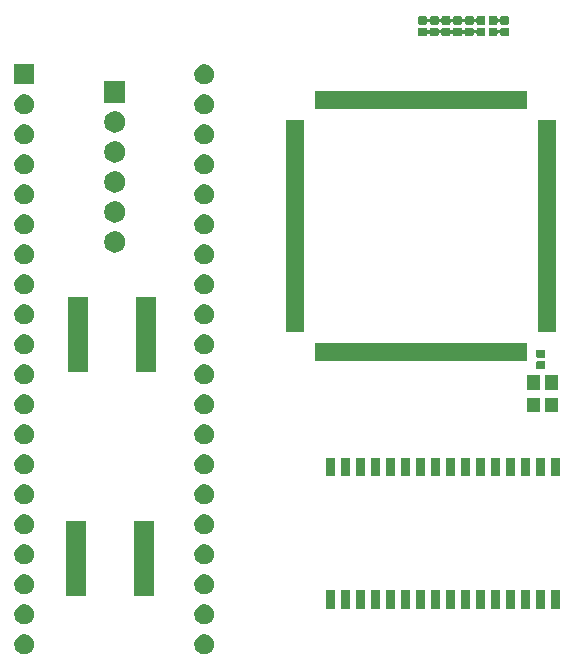
<source format=gbr>
G04 #@! TF.GenerationSoftware,KiCad,Pcbnew,(5.1.5)-3*
G04 #@! TF.CreationDate,2020-10-03T21:18:42-07:00*
G04 #@! TF.ProjectId,MCL86jr,4d434c38-366a-4722-9e6b-696361645f70,rev?*
G04 #@! TF.SameCoordinates,PX6b9fce8PY20f1980*
G04 #@! TF.FileFunction,Soldermask,Top*
G04 #@! TF.FilePolarity,Negative*
%FSLAX46Y46*%
G04 Gerber Fmt 4.6, Leading zero omitted, Abs format (unit mm)*
G04 Created by KiCad (PCBNEW (5.1.5)-3) date 2020-10-03 21:18:42*
%MOMM*%
%LPD*%
G04 APERTURE LIST*
%ADD10C,0.100000*%
G04 APERTURE END LIST*
D10*
G36*
X19033828Y-53653303D02*
G01*
X19188700Y-53717453D01*
X19328081Y-53810585D01*
X19446615Y-53929119D01*
X19539747Y-54068500D01*
X19603897Y-54223372D01*
X19636600Y-54387784D01*
X19636600Y-54555416D01*
X19603897Y-54719828D01*
X19539747Y-54874700D01*
X19446615Y-55014081D01*
X19328081Y-55132615D01*
X19188700Y-55225747D01*
X19033828Y-55289897D01*
X18869416Y-55322600D01*
X18701784Y-55322600D01*
X18537372Y-55289897D01*
X18382500Y-55225747D01*
X18243119Y-55132615D01*
X18124585Y-55014081D01*
X18031453Y-54874700D01*
X17967303Y-54719828D01*
X17934600Y-54555416D01*
X17934600Y-54387784D01*
X17967303Y-54223372D01*
X18031453Y-54068500D01*
X18124585Y-53929119D01*
X18243119Y-53810585D01*
X18382500Y-53717453D01*
X18537372Y-53653303D01*
X18701784Y-53620600D01*
X18869416Y-53620600D01*
X19033828Y-53653303D01*
G37*
G36*
X3793828Y-53653303D02*
G01*
X3948700Y-53717453D01*
X4088081Y-53810585D01*
X4206615Y-53929119D01*
X4299747Y-54068500D01*
X4363897Y-54223372D01*
X4396600Y-54387784D01*
X4396600Y-54555416D01*
X4363897Y-54719828D01*
X4299747Y-54874700D01*
X4206615Y-55014081D01*
X4088081Y-55132615D01*
X3948700Y-55225747D01*
X3793828Y-55289897D01*
X3629416Y-55322600D01*
X3461784Y-55322600D01*
X3297372Y-55289897D01*
X3142500Y-55225747D01*
X3003119Y-55132615D01*
X2884585Y-55014081D01*
X2791453Y-54874700D01*
X2727303Y-54719828D01*
X2694600Y-54555416D01*
X2694600Y-54387784D01*
X2727303Y-54223372D01*
X2791453Y-54068500D01*
X2884585Y-53929119D01*
X3003119Y-53810585D01*
X3142500Y-53717453D01*
X3297372Y-53653303D01*
X3461784Y-53620600D01*
X3629416Y-53620600D01*
X3793828Y-53653303D01*
G37*
G36*
X3793828Y-51113303D02*
G01*
X3948700Y-51177453D01*
X4088081Y-51270585D01*
X4206615Y-51389119D01*
X4299747Y-51528500D01*
X4363897Y-51683372D01*
X4396600Y-51847784D01*
X4396600Y-52015416D01*
X4363897Y-52179828D01*
X4299747Y-52334700D01*
X4206615Y-52474081D01*
X4088081Y-52592615D01*
X3948700Y-52685747D01*
X3793828Y-52749897D01*
X3629416Y-52782600D01*
X3461784Y-52782600D01*
X3297372Y-52749897D01*
X3142500Y-52685747D01*
X3003119Y-52592615D01*
X2884585Y-52474081D01*
X2791453Y-52334700D01*
X2727303Y-52179828D01*
X2694600Y-52015416D01*
X2694600Y-51847784D01*
X2727303Y-51683372D01*
X2791453Y-51528500D01*
X2884585Y-51389119D01*
X3003119Y-51270585D01*
X3142500Y-51177453D01*
X3297372Y-51113303D01*
X3461784Y-51080600D01*
X3629416Y-51080600D01*
X3793828Y-51113303D01*
G37*
G36*
X19033828Y-51113303D02*
G01*
X19188700Y-51177453D01*
X19328081Y-51270585D01*
X19446615Y-51389119D01*
X19539747Y-51528500D01*
X19603897Y-51683372D01*
X19636600Y-51847784D01*
X19636600Y-52015416D01*
X19603897Y-52179828D01*
X19539747Y-52334700D01*
X19446615Y-52474081D01*
X19328081Y-52592615D01*
X19188700Y-52685747D01*
X19033828Y-52749897D01*
X18869416Y-52782600D01*
X18701784Y-52782600D01*
X18537372Y-52749897D01*
X18382500Y-52685747D01*
X18243119Y-52592615D01*
X18124585Y-52474081D01*
X18031453Y-52334700D01*
X17967303Y-52179828D01*
X17934600Y-52015416D01*
X17934600Y-51847784D01*
X17967303Y-51683372D01*
X18031453Y-51528500D01*
X18124585Y-51389119D01*
X18243119Y-51270585D01*
X18382500Y-51177453D01*
X18537372Y-51113303D01*
X18701784Y-51080600D01*
X18869416Y-51080600D01*
X19033828Y-51113303D01*
G37*
G36*
X38710000Y-51450600D02*
G01*
X37998000Y-51450600D01*
X37998000Y-49908600D01*
X38710000Y-49908600D01*
X38710000Y-51450600D01*
G37*
G36*
X29820000Y-51450600D02*
G01*
X29108000Y-51450600D01*
X29108000Y-49908600D01*
X29820000Y-49908600D01*
X29820000Y-51450600D01*
G37*
G36*
X31090000Y-51450600D02*
G01*
X30378000Y-51450600D01*
X30378000Y-49908600D01*
X31090000Y-49908600D01*
X31090000Y-51450600D01*
G37*
G36*
X32360000Y-51450600D02*
G01*
X31648000Y-51450600D01*
X31648000Y-49908600D01*
X32360000Y-49908600D01*
X32360000Y-51450600D01*
G37*
G36*
X33630000Y-51450600D02*
G01*
X32918000Y-51450600D01*
X32918000Y-49908600D01*
X33630000Y-49908600D01*
X33630000Y-51450600D01*
G37*
G36*
X34900000Y-51450600D02*
G01*
X34188000Y-51450600D01*
X34188000Y-49908600D01*
X34900000Y-49908600D01*
X34900000Y-51450600D01*
G37*
G36*
X36170000Y-51450600D02*
G01*
X35458000Y-51450600D01*
X35458000Y-49908600D01*
X36170000Y-49908600D01*
X36170000Y-51450600D01*
G37*
G36*
X37440000Y-51450600D02*
G01*
X36728000Y-51450600D01*
X36728000Y-49908600D01*
X37440000Y-49908600D01*
X37440000Y-51450600D01*
G37*
G36*
X41250000Y-51450600D02*
G01*
X40538000Y-51450600D01*
X40538000Y-49908600D01*
X41250000Y-49908600D01*
X41250000Y-51450600D01*
G37*
G36*
X42520000Y-51450600D02*
G01*
X41808000Y-51450600D01*
X41808000Y-49908600D01*
X42520000Y-49908600D01*
X42520000Y-51450600D01*
G37*
G36*
X43790000Y-51450600D02*
G01*
X43078000Y-51450600D01*
X43078000Y-49908600D01*
X43790000Y-49908600D01*
X43790000Y-51450600D01*
G37*
G36*
X45060000Y-51450600D02*
G01*
X44348000Y-51450600D01*
X44348000Y-49908600D01*
X45060000Y-49908600D01*
X45060000Y-51450600D01*
G37*
G36*
X46330000Y-51450600D02*
G01*
X45618000Y-51450600D01*
X45618000Y-49908600D01*
X46330000Y-49908600D01*
X46330000Y-51450600D01*
G37*
G36*
X47600000Y-51450600D02*
G01*
X46888000Y-51450600D01*
X46888000Y-49908600D01*
X47600000Y-49908600D01*
X47600000Y-51450600D01*
G37*
G36*
X48870000Y-51450600D02*
G01*
X48158000Y-51450600D01*
X48158000Y-49908600D01*
X48870000Y-49908600D01*
X48870000Y-51450600D01*
G37*
G36*
X39980000Y-51450600D02*
G01*
X39268000Y-51450600D01*
X39268000Y-49908600D01*
X39980000Y-49908600D01*
X39980000Y-51450600D01*
G37*
G36*
X14526400Y-50348800D02*
G01*
X12854400Y-50348800D01*
X12854400Y-43986800D01*
X14526400Y-43986800D01*
X14526400Y-50348800D01*
G37*
G36*
X8786400Y-50348800D02*
G01*
X7114400Y-50348800D01*
X7114400Y-43986800D01*
X8786400Y-43986800D01*
X8786400Y-50348800D01*
G37*
G36*
X3793828Y-48573303D02*
G01*
X3948700Y-48637453D01*
X4088081Y-48730585D01*
X4206615Y-48849119D01*
X4299747Y-48988500D01*
X4363897Y-49143372D01*
X4396600Y-49307784D01*
X4396600Y-49475416D01*
X4363897Y-49639828D01*
X4299747Y-49794700D01*
X4206615Y-49934081D01*
X4088081Y-50052615D01*
X3948700Y-50145747D01*
X3793828Y-50209897D01*
X3629416Y-50242600D01*
X3461784Y-50242600D01*
X3297372Y-50209897D01*
X3142500Y-50145747D01*
X3003119Y-50052615D01*
X2884585Y-49934081D01*
X2791453Y-49794700D01*
X2727303Y-49639828D01*
X2694600Y-49475416D01*
X2694600Y-49307784D01*
X2727303Y-49143372D01*
X2791453Y-48988500D01*
X2884585Y-48849119D01*
X3003119Y-48730585D01*
X3142500Y-48637453D01*
X3297372Y-48573303D01*
X3461784Y-48540600D01*
X3629416Y-48540600D01*
X3793828Y-48573303D01*
G37*
G36*
X19033828Y-48573303D02*
G01*
X19188700Y-48637453D01*
X19328081Y-48730585D01*
X19446615Y-48849119D01*
X19539747Y-48988500D01*
X19603897Y-49143372D01*
X19636600Y-49307784D01*
X19636600Y-49475416D01*
X19603897Y-49639828D01*
X19539747Y-49794700D01*
X19446615Y-49934081D01*
X19328081Y-50052615D01*
X19188700Y-50145747D01*
X19033828Y-50209897D01*
X18869416Y-50242600D01*
X18701784Y-50242600D01*
X18537372Y-50209897D01*
X18382500Y-50145747D01*
X18243119Y-50052615D01*
X18124585Y-49934081D01*
X18031453Y-49794700D01*
X17967303Y-49639828D01*
X17934600Y-49475416D01*
X17934600Y-49307784D01*
X17967303Y-49143372D01*
X18031453Y-48988500D01*
X18124585Y-48849119D01*
X18243119Y-48730585D01*
X18382500Y-48637453D01*
X18537372Y-48573303D01*
X18701784Y-48540600D01*
X18869416Y-48540600D01*
X19033828Y-48573303D01*
G37*
G36*
X3793828Y-46033303D02*
G01*
X3948700Y-46097453D01*
X4088081Y-46190585D01*
X4206615Y-46309119D01*
X4299747Y-46448500D01*
X4363897Y-46603372D01*
X4396600Y-46767784D01*
X4396600Y-46935416D01*
X4363897Y-47099828D01*
X4299747Y-47254700D01*
X4206615Y-47394081D01*
X4088081Y-47512615D01*
X3948700Y-47605747D01*
X3793828Y-47669897D01*
X3629416Y-47702600D01*
X3461784Y-47702600D01*
X3297372Y-47669897D01*
X3142500Y-47605747D01*
X3003119Y-47512615D01*
X2884585Y-47394081D01*
X2791453Y-47254700D01*
X2727303Y-47099828D01*
X2694600Y-46935416D01*
X2694600Y-46767784D01*
X2727303Y-46603372D01*
X2791453Y-46448500D01*
X2884585Y-46309119D01*
X3003119Y-46190585D01*
X3142500Y-46097453D01*
X3297372Y-46033303D01*
X3461784Y-46000600D01*
X3629416Y-46000600D01*
X3793828Y-46033303D01*
G37*
G36*
X19033828Y-46033303D02*
G01*
X19188700Y-46097453D01*
X19328081Y-46190585D01*
X19446615Y-46309119D01*
X19539747Y-46448500D01*
X19603897Y-46603372D01*
X19636600Y-46767784D01*
X19636600Y-46935416D01*
X19603897Y-47099828D01*
X19539747Y-47254700D01*
X19446615Y-47394081D01*
X19328081Y-47512615D01*
X19188700Y-47605747D01*
X19033828Y-47669897D01*
X18869416Y-47702600D01*
X18701784Y-47702600D01*
X18537372Y-47669897D01*
X18382500Y-47605747D01*
X18243119Y-47512615D01*
X18124585Y-47394081D01*
X18031453Y-47254700D01*
X17967303Y-47099828D01*
X17934600Y-46935416D01*
X17934600Y-46767784D01*
X17967303Y-46603372D01*
X18031453Y-46448500D01*
X18124585Y-46309119D01*
X18243119Y-46190585D01*
X18382500Y-46097453D01*
X18537372Y-46033303D01*
X18701784Y-46000600D01*
X18869416Y-46000600D01*
X19033828Y-46033303D01*
G37*
G36*
X19033828Y-43493303D02*
G01*
X19188700Y-43557453D01*
X19328081Y-43650585D01*
X19446615Y-43769119D01*
X19539747Y-43908500D01*
X19603897Y-44063372D01*
X19636600Y-44227784D01*
X19636600Y-44395416D01*
X19603897Y-44559828D01*
X19539747Y-44714700D01*
X19446615Y-44854081D01*
X19328081Y-44972615D01*
X19188700Y-45065747D01*
X19033828Y-45129897D01*
X18869416Y-45162600D01*
X18701784Y-45162600D01*
X18537372Y-45129897D01*
X18382500Y-45065747D01*
X18243119Y-44972615D01*
X18124585Y-44854081D01*
X18031453Y-44714700D01*
X17967303Y-44559828D01*
X17934600Y-44395416D01*
X17934600Y-44227784D01*
X17967303Y-44063372D01*
X18031453Y-43908500D01*
X18124585Y-43769119D01*
X18243119Y-43650585D01*
X18382500Y-43557453D01*
X18537372Y-43493303D01*
X18701784Y-43460600D01*
X18869416Y-43460600D01*
X19033828Y-43493303D01*
G37*
G36*
X3793828Y-43493303D02*
G01*
X3948700Y-43557453D01*
X4088081Y-43650585D01*
X4206615Y-43769119D01*
X4299747Y-43908500D01*
X4363897Y-44063372D01*
X4396600Y-44227784D01*
X4396600Y-44395416D01*
X4363897Y-44559828D01*
X4299747Y-44714700D01*
X4206615Y-44854081D01*
X4088081Y-44972615D01*
X3948700Y-45065747D01*
X3793828Y-45129897D01*
X3629416Y-45162600D01*
X3461784Y-45162600D01*
X3297372Y-45129897D01*
X3142500Y-45065747D01*
X3003119Y-44972615D01*
X2884585Y-44854081D01*
X2791453Y-44714700D01*
X2727303Y-44559828D01*
X2694600Y-44395416D01*
X2694600Y-44227784D01*
X2727303Y-44063372D01*
X2791453Y-43908500D01*
X2884585Y-43769119D01*
X3003119Y-43650585D01*
X3142500Y-43557453D01*
X3297372Y-43493303D01*
X3461784Y-43460600D01*
X3629416Y-43460600D01*
X3793828Y-43493303D01*
G37*
G36*
X19033828Y-40953303D02*
G01*
X19188700Y-41017453D01*
X19328081Y-41110585D01*
X19446615Y-41229119D01*
X19539747Y-41368500D01*
X19603897Y-41523372D01*
X19636600Y-41687784D01*
X19636600Y-41855416D01*
X19603897Y-42019828D01*
X19539747Y-42174700D01*
X19446615Y-42314081D01*
X19328081Y-42432615D01*
X19188700Y-42525747D01*
X19033828Y-42589897D01*
X18869416Y-42622600D01*
X18701784Y-42622600D01*
X18537372Y-42589897D01*
X18382500Y-42525747D01*
X18243119Y-42432615D01*
X18124585Y-42314081D01*
X18031453Y-42174700D01*
X17967303Y-42019828D01*
X17934600Y-41855416D01*
X17934600Y-41687784D01*
X17967303Y-41523372D01*
X18031453Y-41368500D01*
X18124585Y-41229119D01*
X18243119Y-41110585D01*
X18382500Y-41017453D01*
X18537372Y-40953303D01*
X18701784Y-40920600D01*
X18869416Y-40920600D01*
X19033828Y-40953303D01*
G37*
G36*
X3793828Y-40953303D02*
G01*
X3948700Y-41017453D01*
X4088081Y-41110585D01*
X4206615Y-41229119D01*
X4299747Y-41368500D01*
X4363897Y-41523372D01*
X4396600Y-41687784D01*
X4396600Y-41855416D01*
X4363897Y-42019828D01*
X4299747Y-42174700D01*
X4206615Y-42314081D01*
X4088081Y-42432615D01*
X3948700Y-42525747D01*
X3793828Y-42589897D01*
X3629416Y-42622600D01*
X3461784Y-42622600D01*
X3297372Y-42589897D01*
X3142500Y-42525747D01*
X3003119Y-42432615D01*
X2884585Y-42314081D01*
X2791453Y-42174700D01*
X2727303Y-42019828D01*
X2694600Y-41855416D01*
X2694600Y-41687784D01*
X2727303Y-41523372D01*
X2791453Y-41368500D01*
X2884585Y-41229119D01*
X3003119Y-41110585D01*
X3142500Y-41017453D01*
X3297372Y-40953303D01*
X3461784Y-40920600D01*
X3629416Y-40920600D01*
X3793828Y-40953303D01*
G37*
G36*
X34900000Y-40210600D02*
G01*
X34188000Y-40210600D01*
X34188000Y-38668600D01*
X34900000Y-38668600D01*
X34900000Y-40210600D01*
G37*
G36*
X48870000Y-40210600D02*
G01*
X48158000Y-40210600D01*
X48158000Y-38668600D01*
X48870000Y-38668600D01*
X48870000Y-40210600D01*
G37*
G36*
X47600000Y-40210600D02*
G01*
X46888000Y-40210600D01*
X46888000Y-38668600D01*
X47600000Y-38668600D01*
X47600000Y-40210600D01*
G37*
G36*
X46330000Y-40210600D02*
G01*
X45618000Y-40210600D01*
X45618000Y-38668600D01*
X46330000Y-38668600D01*
X46330000Y-40210600D01*
G37*
G36*
X45060000Y-40210600D02*
G01*
X44348000Y-40210600D01*
X44348000Y-38668600D01*
X45060000Y-38668600D01*
X45060000Y-40210600D01*
G37*
G36*
X43790000Y-40210600D02*
G01*
X43078000Y-40210600D01*
X43078000Y-38668600D01*
X43790000Y-38668600D01*
X43790000Y-40210600D01*
G37*
G36*
X42520000Y-40210600D02*
G01*
X41808000Y-40210600D01*
X41808000Y-38668600D01*
X42520000Y-38668600D01*
X42520000Y-40210600D01*
G37*
G36*
X41250000Y-40210600D02*
G01*
X40538000Y-40210600D01*
X40538000Y-38668600D01*
X41250000Y-38668600D01*
X41250000Y-40210600D01*
G37*
G36*
X38710000Y-40210600D02*
G01*
X37998000Y-40210600D01*
X37998000Y-38668600D01*
X38710000Y-38668600D01*
X38710000Y-40210600D01*
G37*
G36*
X37440000Y-40210600D02*
G01*
X36728000Y-40210600D01*
X36728000Y-38668600D01*
X37440000Y-38668600D01*
X37440000Y-40210600D01*
G37*
G36*
X36170000Y-40210600D02*
G01*
X35458000Y-40210600D01*
X35458000Y-38668600D01*
X36170000Y-38668600D01*
X36170000Y-40210600D01*
G37*
G36*
X33630000Y-40210600D02*
G01*
X32918000Y-40210600D01*
X32918000Y-38668600D01*
X33630000Y-38668600D01*
X33630000Y-40210600D01*
G37*
G36*
X32360000Y-40210600D02*
G01*
X31648000Y-40210600D01*
X31648000Y-38668600D01*
X32360000Y-38668600D01*
X32360000Y-40210600D01*
G37*
G36*
X31090000Y-40210600D02*
G01*
X30378000Y-40210600D01*
X30378000Y-38668600D01*
X31090000Y-38668600D01*
X31090000Y-40210600D01*
G37*
G36*
X29820000Y-40210600D02*
G01*
X29108000Y-40210600D01*
X29108000Y-38668600D01*
X29820000Y-38668600D01*
X29820000Y-40210600D01*
G37*
G36*
X39980000Y-40210600D02*
G01*
X39268000Y-40210600D01*
X39268000Y-38668600D01*
X39980000Y-38668600D01*
X39980000Y-40210600D01*
G37*
G36*
X19033828Y-38413303D02*
G01*
X19188700Y-38477453D01*
X19328081Y-38570585D01*
X19446615Y-38689119D01*
X19539747Y-38828500D01*
X19603897Y-38983372D01*
X19636600Y-39147784D01*
X19636600Y-39315416D01*
X19603897Y-39479828D01*
X19539747Y-39634700D01*
X19446615Y-39774081D01*
X19328081Y-39892615D01*
X19188700Y-39985747D01*
X19033828Y-40049897D01*
X18869416Y-40082600D01*
X18701784Y-40082600D01*
X18537372Y-40049897D01*
X18382500Y-39985747D01*
X18243119Y-39892615D01*
X18124585Y-39774081D01*
X18031453Y-39634700D01*
X17967303Y-39479828D01*
X17934600Y-39315416D01*
X17934600Y-39147784D01*
X17967303Y-38983372D01*
X18031453Y-38828500D01*
X18124585Y-38689119D01*
X18243119Y-38570585D01*
X18382500Y-38477453D01*
X18537372Y-38413303D01*
X18701784Y-38380600D01*
X18869416Y-38380600D01*
X19033828Y-38413303D01*
G37*
G36*
X3793828Y-38413303D02*
G01*
X3948700Y-38477453D01*
X4088081Y-38570585D01*
X4206615Y-38689119D01*
X4299747Y-38828500D01*
X4363897Y-38983372D01*
X4396600Y-39147784D01*
X4396600Y-39315416D01*
X4363897Y-39479828D01*
X4299747Y-39634700D01*
X4206615Y-39774081D01*
X4088081Y-39892615D01*
X3948700Y-39985747D01*
X3793828Y-40049897D01*
X3629416Y-40082600D01*
X3461784Y-40082600D01*
X3297372Y-40049897D01*
X3142500Y-39985747D01*
X3003119Y-39892615D01*
X2884585Y-39774081D01*
X2791453Y-39634700D01*
X2727303Y-39479828D01*
X2694600Y-39315416D01*
X2694600Y-39147784D01*
X2727303Y-38983372D01*
X2791453Y-38828500D01*
X2884585Y-38689119D01*
X3003119Y-38570585D01*
X3142500Y-38477453D01*
X3297372Y-38413303D01*
X3461784Y-38380600D01*
X3629416Y-38380600D01*
X3793828Y-38413303D01*
G37*
G36*
X3793828Y-35873303D02*
G01*
X3948700Y-35937453D01*
X4088081Y-36030585D01*
X4206615Y-36149119D01*
X4299747Y-36288500D01*
X4363897Y-36443372D01*
X4396600Y-36607784D01*
X4396600Y-36775416D01*
X4363897Y-36939828D01*
X4299747Y-37094700D01*
X4206615Y-37234081D01*
X4088081Y-37352615D01*
X3948700Y-37445747D01*
X3793828Y-37509897D01*
X3629416Y-37542600D01*
X3461784Y-37542600D01*
X3297372Y-37509897D01*
X3142500Y-37445747D01*
X3003119Y-37352615D01*
X2884585Y-37234081D01*
X2791453Y-37094700D01*
X2727303Y-36939828D01*
X2694600Y-36775416D01*
X2694600Y-36607784D01*
X2727303Y-36443372D01*
X2791453Y-36288500D01*
X2884585Y-36149119D01*
X3003119Y-36030585D01*
X3142500Y-35937453D01*
X3297372Y-35873303D01*
X3461784Y-35840600D01*
X3629416Y-35840600D01*
X3793828Y-35873303D01*
G37*
G36*
X19033828Y-35873303D02*
G01*
X19188700Y-35937453D01*
X19328081Y-36030585D01*
X19446615Y-36149119D01*
X19539747Y-36288500D01*
X19603897Y-36443372D01*
X19636600Y-36607784D01*
X19636600Y-36775416D01*
X19603897Y-36939828D01*
X19539747Y-37094700D01*
X19446615Y-37234081D01*
X19328081Y-37352615D01*
X19188700Y-37445747D01*
X19033828Y-37509897D01*
X18869416Y-37542600D01*
X18701784Y-37542600D01*
X18537372Y-37509897D01*
X18382500Y-37445747D01*
X18243119Y-37352615D01*
X18124585Y-37234081D01*
X18031453Y-37094700D01*
X17967303Y-36939828D01*
X17934600Y-36775416D01*
X17934600Y-36607784D01*
X17967303Y-36443372D01*
X18031453Y-36288500D01*
X18124585Y-36149119D01*
X18243119Y-36030585D01*
X18382500Y-35937453D01*
X18537372Y-35873303D01*
X18701784Y-35840600D01*
X18869416Y-35840600D01*
X19033828Y-35873303D01*
G37*
G36*
X3793828Y-33333303D02*
G01*
X3948700Y-33397453D01*
X4088081Y-33490585D01*
X4206615Y-33609119D01*
X4299747Y-33748500D01*
X4363897Y-33903372D01*
X4396600Y-34067784D01*
X4396600Y-34235416D01*
X4363897Y-34399828D01*
X4299747Y-34554700D01*
X4206615Y-34694081D01*
X4088081Y-34812615D01*
X3948700Y-34905747D01*
X3793828Y-34969897D01*
X3629416Y-35002600D01*
X3461784Y-35002600D01*
X3297372Y-34969897D01*
X3142500Y-34905747D01*
X3003119Y-34812615D01*
X2884585Y-34694081D01*
X2791453Y-34554700D01*
X2727303Y-34399828D01*
X2694600Y-34235416D01*
X2694600Y-34067784D01*
X2727303Y-33903372D01*
X2791453Y-33748500D01*
X2884585Y-33609119D01*
X3003119Y-33490585D01*
X3142500Y-33397453D01*
X3297372Y-33333303D01*
X3461784Y-33300600D01*
X3629416Y-33300600D01*
X3793828Y-33333303D01*
G37*
G36*
X19033828Y-33333303D02*
G01*
X19188700Y-33397453D01*
X19328081Y-33490585D01*
X19446615Y-33609119D01*
X19539747Y-33748500D01*
X19603897Y-33903372D01*
X19636600Y-34067784D01*
X19636600Y-34235416D01*
X19603897Y-34399828D01*
X19539747Y-34554700D01*
X19446615Y-34694081D01*
X19328081Y-34812615D01*
X19188700Y-34905747D01*
X19033828Y-34969897D01*
X18869416Y-35002600D01*
X18701784Y-35002600D01*
X18537372Y-34969897D01*
X18382500Y-34905747D01*
X18243119Y-34812615D01*
X18124585Y-34694081D01*
X18031453Y-34554700D01*
X17967303Y-34399828D01*
X17934600Y-34235416D01*
X17934600Y-34067784D01*
X17967303Y-33903372D01*
X18031453Y-33748500D01*
X18124585Y-33609119D01*
X18243119Y-33490585D01*
X18382500Y-33397453D01*
X18537372Y-33333303D01*
X18701784Y-33300600D01*
X18869416Y-33300600D01*
X19033828Y-33333303D01*
G37*
G36*
X47222800Y-34799600D02*
G01*
X46120800Y-34799600D01*
X46120800Y-33597600D01*
X47222800Y-33597600D01*
X47222800Y-34799600D01*
G37*
G36*
X48722800Y-34799600D02*
G01*
X47620800Y-34799600D01*
X47620800Y-33597600D01*
X48722800Y-33597600D01*
X48722800Y-34799600D01*
G37*
G36*
X47222800Y-32899600D02*
G01*
X46120800Y-32899600D01*
X46120800Y-31697600D01*
X47222800Y-31697600D01*
X47222800Y-32899600D01*
G37*
G36*
X48722800Y-32899600D02*
G01*
X47620800Y-32899600D01*
X47620800Y-31697600D01*
X48722800Y-31697600D01*
X48722800Y-32899600D01*
G37*
G36*
X19033828Y-30793303D02*
G01*
X19188700Y-30857453D01*
X19328081Y-30950585D01*
X19446615Y-31069119D01*
X19539747Y-31208500D01*
X19603897Y-31363372D01*
X19636600Y-31527784D01*
X19636600Y-31695416D01*
X19603897Y-31859828D01*
X19539747Y-32014700D01*
X19446615Y-32154081D01*
X19328081Y-32272615D01*
X19188700Y-32365747D01*
X19033828Y-32429897D01*
X18869416Y-32462600D01*
X18701784Y-32462600D01*
X18537372Y-32429897D01*
X18382500Y-32365747D01*
X18243119Y-32272615D01*
X18124585Y-32154081D01*
X18031453Y-32014700D01*
X17967303Y-31859828D01*
X17934600Y-31695416D01*
X17934600Y-31527784D01*
X17967303Y-31363372D01*
X18031453Y-31208500D01*
X18124585Y-31069119D01*
X18243119Y-30950585D01*
X18382500Y-30857453D01*
X18537372Y-30793303D01*
X18701784Y-30760600D01*
X18869416Y-30760600D01*
X19033828Y-30793303D01*
G37*
G36*
X3793828Y-30793303D02*
G01*
X3948700Y-30857453D01*
X4088081Y-30950585D01*
X4206615Y-31069119D01*
X4299747Y-31208500D01*
X4363897Y-31363372D01*
X4396600Y-31527784D01*
X4396600Y-31695416D01*
X4363897Y-31859828D01*
X4299747Y-32014700D01*
X4206615Y-32154081D01*
X4088081Y-32272615D01*
X3948700Y-32365747D01*
X3793828Y-32429897D01*
X3629416Y-32462600D01*
X3461784Y-32462600D01*
X3297372Y-32429897D01*
X3142500Y-32365747D01*
X3003119Y-32272615D01*
X2884585Y-32154081D01*
X2791453Y-32014700D01*
X2727303Y-31859828D01*
X2694600Y-31695416D01*
X2694600Y-31527784D01*
X2727303Y-31363372D01*
X2791453Y-31208500D01*
X2884585Y-31069119D01*
X3003119Y-30950585D01*
X3142500Y-30857453D01*
X3297372Y-30793303D01*
X3461784Y-30760600D01*
X3629416Y-30760600D01*
X3793828Y-30793303D01*
G37*
G36*
X14678800Y-31400400D02*
G01*
X13006800Y-31400400D01*
X13006800Y-25038400D01*
X14678800Y-25038400D01*
X14678800Y-31400400D01*
G37*
G36*
X8938800Y-31400400D02*
G01*
X7266800Y-31400400D01*
X7266800Y-25038400D01*
X8938800Y-25038400D01*
X8938800Y-31400400D01*
G37*
G36*
X47551338Y-30494716D02*
G01*
X47571957Y-30500971D01*
X47590953Y-30511124D01*
X47607608Y-30524792D01*
X47621276Y-30541447D01*
X47631429Y-30560443D01*
X47637684Y-30581062D01*
X47640400Y-30608640D01*
X47640400Y-31067360D01*
X47637684Y-31094938D01*
X47631429Y-31115557D01*
X47621276Y-31134553D01*
X47607608Y-31151208D01*
X47590953Y-31164876D01*
X47571957Y-31175029D01*
X47551338Y-31181284D01*
X47523760Y-31184000D01*
X47015040Y-31184000D01*
X46987462Y-31181284D01*
X46966843Y-31175029D01*
X46947847Y-31164876D01*
X46931192Y-31151208D01*
X46917524Y-31134553D01*
X46907371Y-31115557D01*
X46901116Y-31094938D01*
X46898400Y-31067360D01*
X46898400Y-30608640D01*
X46901116Y-30581062D01*
X46907371Y-30560443D01*
X46917524Y-30541447D01*
X46931192Y-30524792D01*
X46947847Y-30511124D01*
X46966843Y-30500971D01*
X46987462Y-30494716D01*
X47015040Y-30492000D01*
X47523760Y-30492000D01*
X47551338Y-30494716D01*
G37*
G36*
X28555095Y-28925323D02*
G01*
X28562109Y-28927451D01*
X28575877Y-28934810D01*
X28598516Y-28944187D01*
X28622549Y-28948967D01*
X28647053Y-28948967D01*
X28671086Y-28944186D01*
X28693723Y-28934810D01*
X28707491Y-28927451D01*
X28714505Y-28925323D01*
X28727940Y-28924000D01*
X29041660Y-28924000D01*
X29055095Y-28925323D01*
X29062109Y-28927451D01*
X29075877Y-28934810D01*
X29098516Y-28944187D01*
X29122549Y-28948967D01*
X29147053Y-28948967D01*
X29171086Y-28944186D01*
X29193723Y-28934810D01*
X29207491Y-28927451D01*
X29214505Y-28925323D01*
X29227940Y-28924000D01*
X29541660Y-28924000D01*
X29555095Y-28925323D01*
X29562109Y-28927451D01*
X29575877Y-28934810D01*
X29598516Y-28944187D01*
X29622549Y-28948967D01*
X29647053Y-28948967D01*
X29671086Y-28944186D01*
X29693723Y-28934810D01*
X29707491Y-28927451D01*
X29714505Y-28925323D01*
X29727940Y-28924000D01*
X30041660Y-28924000D01*
X30055095Y-28925323D01*
X30062109Y-28927451D01*
X30075877Y-28934810D01*
X30098516Y-28944187D01*
X30122549Y-28948967D01*
X30147053Y-28948967D01*
X30171086Y-28944186D01*
X30193723Y-28934810D01*
X30207491Y-28927451D01*
X30214505Y-28925323D01*
X30227940Y-28924000D01*
X30541660Y-28924000D01*
X30555095Y-28925323D01*
X30562109Y-28927451D01*
X30575877Y-28934810D01*
X30598516Y-28944187D01*
X30622549Y-28948967D01*
X30647053Y-28948967D01*
X30671086Y-28944186D01*
X30693723Y-28934810D01*
X30707491Y-28927451D01*
X30714505Y-28925323D01*
X30727940Y-28924000D01*
X31041660Y-28924000D01*
X31055095Y-28925323D01*
X31062109Y-28927451D01*
X31075877Y-28934810D01*
X31098516Y-28944187D01*
X31122549Y-28948967D01*
X31147053Y-28948967D01*
X31171086Y-28944186D01*
X31193723Y-28934810D01*
X31207491Y-28927451D01*
X31214505Y-28925323D01*
X31227940Y-28924000D01*
X31541660Y-28924000D01*
X31555095Y-28925323D01*
X31562109Y-28927451D01*
X31575877Y-28934810D01*
X31598516Y-28944187D01*
X31622549Y-28948967D01*
X31647053Y-28948967D01*
X31671086Y-28944186D01*
X31693723Y-28934810D01*
X31707491Y-28927451D01*
X31714505Y-28925323D01*
X31727940Y-28924000D01*
X32041660Y-28924000D01*
X32055095Y-28925323D01*
X32062109Y-28927451D01*
X32075877Y-28934810D01*
X32098516Y-28944187D01*
X32122549Y-28948967D01*
X32147053Y-28948967D01*
X32171086Y-28944186D01*
X32193723Y-28934810D01*
X32207491Y-28927451D01*
X32214505Y-28925323D01*
X32227940Y-28924000D01*
X32541660Y-28924000D01*
X32555095Y-28925323D01*
X32562109Y-28927451D01*
X32575877Y-28934810D01*
X32598516Y-28944187D01*
X32622549Y-28948967D01*
X32647053Y-28948967D01*
X32671086Y-28944186D01*
X32693723Y-28934810D01*
X32707491Y-28927451D01*
X32714505Y-28925323D01*
X32727940Y-28924000D01*
X33041660Y-28924000D01*
X33055095Y-28925323D01*
X33062109Y-28927451D01*
X33075877Y-28934810D01*
X33098516Y-28944187D01*
X33122549Y-28948967D01*
X33147053Y-28948967D01*
X33171086Y-28944186D01*
X33193723Y-28934810D01*
X33207491Y-28927451D01*
X33214505Y-28925323D01*
X33227940Y-28924000D01*
X33541660Y-28924000D01*
X33555095Y-28925323D01*
X33562109Y-28927451D01*
X33575877Y-28934810D01*
X33598516Y-28944187D01*
X33622549Y-28948967D01*
X33647053Y-28948967D01*
X33671086Y-28944186D01*
X33693723Y-28934810D01*
X33707491Y-28927451D01*
X33714505Y-28925323D01*
X33727940Y-28924000D01*
X34041660Y-28924000D01*
X34055095Y-28925323D01*
X34062109Y-28927451D01*
X34075877Y-28934810D01*
X34098516Y-28944187D01*
X34122549Y-28948967D01*
X34147053Y-28948967D01*
X34171086Y-28944186D01*
X34193723Y-28934810D01*
X34207491Y-28927451D01*
X34214505Y-28925323D01*
X34227940Y-28924000D01*
X34541660Y-28924000D01*
X34555095Y-28925323D01*
X34562109Y-28927451D01*
X34575877Y-28934810D01*
X34598516Y-28944187D01*
X34622549Y-28948967D01*
X34647053Y-28948967D01*
X34671086Y-28944186D01*
X34693723Y-28934810D01*
X34707491Y-28927451D01*
X34714505Y-28925323D01*
X34727940Y-28924000D01*
X35041660Y-28924000D01*
X35055095Y-28925323D01*
X35062109Y-28927451D01*
X35075877Y-28934810D01*
X35098516Y-28944187D01*
X35122549Y-28948967D01*
X35147053Y-28948967D01*
X35171086Y-28944186D01*
X35193723Y-28934810D01*
X35207491Y-28927451D01*
X35214505Y-28925323D01*
X35227940Y-28924000D01*
X35541660Y-28924000D01*
X35555095Y-28925323D01*
X35562109Y-28927451D01*
X35575877Y-28934810D01*
X35598516Y-28944187D01*
X35622549Y-28948967D01*
X35647053Y-28948967D01*
X35671086Y-28944186D01*
X35693723Y-28934810D01*
X35707491Y-28927451D01*
X35714505Y-28925323D01*
X35727940Y-28924000D01*
X36041660Y-28924000D01*
X36055095Y-28925323D01*
X36062109Y-28927451D01*
X36075877Y-28934810D01*
X36098516Y-28944187D01*
X36122549Y-28948967D01*
X36147053Y-28948967D01*
X36171086Y-28944186D01*
X36193723Y-28934810D01*
X36207491Y-28927451D01*
X36214505Y-28925323D01*
X36227940Y-28924000D01*
X36541660Y-28924000D01*
X36555095Y-28925323D01*
X36562109Y-28927451D01*
X36575877Y-28934810D01*
X36598516Y-28944187D01*
X36622549Y-28948967D01*
X36647053Y-28948967D01*
X36671086Y-28944186D01*
X36693723Y-28934810D01*
X36707491Y-28927451D01*
X36714505Y-28925323D01*
X36727940Y-28924000D01*
X37041660Y-28924000D01*
X37055095Y-28925323D01*
X37062109Y-28927451D01*
X37075877Y-28934810D01*
X37098516Y-28944187D01*
X37122549Y-28948967D01*
X37147053Y-28948967D01*
X37171086Y-28944186D01*
X37193723Y-28934810D01*
X37207491Y-28927451D01*
X37214505Y-28925323D01*
X37227940Y-28924000D01*
X37541660Y-28924000D01*
X37555095Y-28925323D01*
X37562109Y-28927451D01*
X37575877Y-28934810D01*
X37598516Y-28944187D01*
X37622549Y-28948967D01*
X37647053Y-28948967D01*
X37671086Y-28944186D01*
X37693723Y-28934810D01*
X37707491Y-28927451D01*
X37714505Y-28925323D01*
X37727940Y-28924000D01*
X38041660Y-28924000D01*
X38055095Y-28925323D01*
X38062109Y-28927451D01*
X38075877Y-28934810D01*
X38098516Y-28944187D01*
X38122549Y-28948967D01*
X38147053Y-28948967D01*
X38171086Y-28944186D01*
X38193723Y-28934810D01*
X38207491Y-28927451D01*
X38214505Y-28925323D01*
X38227940Y-28924000D01*
X38541660Y-28924000D01*
X38555095Y-28925323D01*
X38562109Y-28927451D01*
X38575877Y-28934810D01*
X38598516Y-28944187D01*
X38622549Y-28948967D01*
X38647053Y-28948967D01*
X38671086Y-28944186D01*
X38693723Y-28934810D01*
X38707491Y-28927451D01*
X38714505Y-28925323D01*
X38727940Y-28924000D01*
X39041660Y-28924000D01*
X39055095Y-28925323D01*
X39062109Y-28927451D01*
X39075877Y-28934810D01*
X39098516Y-28944187D01*
X39122549Y-28948967D01*
X39147053Y-28948967D01*
X39171086Y-28944186D01*
X39193723Y-28934810D01*
X39207491Y-28927451D01*
X39214505Y-28925323D01*
X39227940Y-28924000D01*
X39541660Y-28924000D01*
X39555095Y-28925323D01*
X39562109Y-28927451D01*
X39575877Y-28934810D01*
X39598516Y-28944187D01*
X39622549Y-28948967D01*
X39647053Y-28948967D01*
X39671086Y-28944186D01*
X39693723Y-28934810D01*
X39707491Y-28927451D01*
X39714505Y-28925323D01*
X39727940Y-28924000D01*
X40041660Y-28924000D01*
X40055095Y-28925323D01*
X40062109Y-28927451D01*
X40075877Y-28934810D01*
X40098516Y-28944187D01*
X40122549Y-28948967D01*
X40147053Y-28948967D01*
X40171086Y-28944186D01*
X40193723Y-28934810D01*
X40207491Y-28927451D01*
X40214505Y-28925323D01*
X40227940Y-28924000D01*
X40541660Y-28924000D01*
X40555095Y-28925323D01*
X40562109Y-28927451D01*
X40575877Y-28934810D01*
X40598516Y-28944187D01*
X40622549Y-28948967D01*
X40647053Y-28948967D01*
X40671086Y-28944186D01*
X40693723Y-28934810D01*
X40707491Y-28927451D01*
X40714505Y-28925323D01*
X40727940Y-28924000D01*
X41041660Y-28924000D01*
X41055095Y-28925323D01*
X41062109Y-28927451D01*
X41075877Y-28934810D01*
X41098516Y-28944187D01*
X41122549Y-28948967D01*
X41147053Y-28948967D01*
X41171086Y-28944186D01*
X41193723Y-28934810D01*
X41207491Y-28927451D01*
X41214505Y-28925323D01*
X41227940Y-28924000D01*
X41541660Y-28924000D01*
X41555095Y-28925323D01*
X41562109Y-28927451D01*
X41575877Y-28934810D01*
X41598516Y-28944187D01*
X41622549Y-28948967D01*
X41647053Y-28948967D01*
X41671086Y-28944186D01*
X41693723Y-28934810D01*
X41707491Y-28927451D01*
X41714505Y-28925323D01*
X41727940Y-28924000D01*
X42041660Y-28924000D01*
X42055095Y-28925323D01*
X42062109Y-28927451D01*
X42075877Y-28934810D01*
X42098516Y-28944187D01*
X42122549Y-28948967D01*
X42147053Y-28948967D01*
X42171086Y-28944186D01*
X42193723Y-28934810D01*
X42207491Y-28927451D01*
X42214505Y-28925323D01*
X42227940Y-28924000D01*
X42541660Y-28924000D01*
X42555095Y-28925323D01*
X42562109Y-28927451D01*
X42575877Y-28934810D01*
X42598516Y-28944187D01*
X42622549Y-28948967D01*
X42647053Y-28948967D01*
X42671086Y-28944186D01*
X42693723Y-28934810D01*
X42707491Y-28927451D01*
X42714505Y-28925323D01*
X42727940Y-28924000D01*
X43041660Y-28924000D01*
X43055095Y-28925323D01*
X43062109Y-28927451D01*
X43075877Y-28934810D01*
X43098516Y-28944187D01*
X43122549Y-28948967D01*
X43147053Y-28948967D01*
X43171086Y-28944186D01*
X43193723Y-28934810D01*
X43207491Y-28927451D01*
X43214505Y-28925323D01*
X43227940Y-28924000D01*
X43541660Y-28924000D01*
X43555095Y-28925323D01*
X43562109Y-28927451D01*
X43575877Y-28934810D01*
X43598516Y-28944187D01*
X43622549Y-28948967D01*
X43647053Y-28948967D01*
X43671086Y-28944186D01*
X43693723Y-28934810D01*
X43707491Y-28927451D01*
X43714505Y-28925323D01*
X43727940Y-28924000D01*
X44041660Y-28924000D01*
X44055095Y-28925323D01*
X44062109Y-28927451D01*
X44075877Y-28934810D01*
X44098516Y-28944187D01*
X44122549Y-28948967D01*
X44147053Y-28948967D01*
X44171086Y-28944186D01*
X44193723Y-28934810D01*
X44207491Y-28927451D01*
X44214505Y-28925323D01*
X44227940Y-28924000D01*
X44541660Y-28924000D01*
X44555095Y-28925323D01*
X44562109Y-28927451D01*
X44575877Y-28934810D01*
X44598516Y-28944187D01*
X44622549Y-28948967D01*
X44647053Y-28948967D01*
X44671086Y-28944186D01*
X44693723Y-28934810D01*
X44707491Y-28927451D01*
X44714505Y-28925323D01*
X44727940Y-28924000D01*
X45041660Y-28924000D01*
X45055095Y-28925323D01*
X45062109Y-28927451D01*
X45075877Y-28934810D01*
X45098516Y-28944187D01*
X45122549Y-28948967D01*
X45147053Y-28948967D01*
X45171086Y-28944186D01*
X45193723Y-28934810D01*
X45207491Y-28927451D01*
X45214505Y-28925323D01*
X45227940Y-28924000D01*
X45541660Y-28924000D01*
X45555095Y-28925323D01*
X45562109Y-28927451D01*
X45575877Y-28934810D01*
X45598516Y-28944187D01*
X45622549Y-28948967D01*
X45647053Y-28948967D01*
X45671086Y-28944186D01*
X45693723Y-28934810D01*
X45707491Y-28927451D01*
X45714505Y-28925323D01*
X45727940Y-28924000D01*
X46041660Y-28924000D01*
X46055095Y-28925323D01*
X46062110Y-28927451D01*
X46068576Y-28930908D01*
X46074242Y-28935558D01*
X46078892Y-28941224D01*
X46082349Y-28947690D01*
X46084477Y-28954705D01*
X46085800Y-28968140D01*
X46085800Y-30456860D01*
X46084477Y-30470295D01*
X46082349Y-30477310D01*
X46078892Y-30483776D01*
X46074242Y-30489442D01*
X46068576Y-30494092D01*
X46062110Y-30497549D01*
X46055095Y-30499677D01*
X46041660Y-30501000D01*
X45727940Y-30501000D01*
X45714505Y-30499677D01*
X45707491Y-30497549D01*
X45693723Y-30490190D01*
X45671084Y-30480813D01*
X45647051Y-30476033D01*
X45622547Y-30476033D01*
X45598514Y-30480814D01*
X45575877Y-30490190D01*
X45562109Y-30497549D01*
X45555095Y-30499677D01*
X45541660Y-30501000D01*
X45227940Y-30501000D01*
X45214505Y-30499677D01*
X45207491Y-30497549D01*
X45193723Y-30490190D01*
X45171084Y-30480813D01*
X45147051Y-30476033D01*
X45122547Y-30476033D01*
X45098514Y-30480814D01*
X45075877Y-30490190D01*
X45062109Y-30497549D01*
X45055095Y-30499677D01*
X45041660Y-30501000D01*
X44727940Y-30501000D01*
X44714505Y-30499677D01*
X44707491Y-30497549D01*
X44693723Y-30490190D01*
X44671084Y-30480813D01*
X44647051Y-30476033D01*
X44622547Y-30476033D01*
X44598514Y-30480814D01*
X44575877Y-30490190D01*
X44562109Y-30497549D01*
X44555095Y-30499677D01*
X44541660Y-30501000D01*
X44227940Y-30501000D01*
X44214505Y-30499677D01*
X44207491Y-30497549D01*
X44193723Y-30490190D01*
X44171084Y-30480813D01*
X44147051Y-30476033D01*
X44122547Y-30476033D01*
X44098514Y-30480814D01*
X44075877Y-30490190D01*
X44062109Y-30497549D01*
X44055095Y-30499677D01*
X44041660Y-30501000D01*
X43727940Y-30501000D01*
X43714505Y-30499677D01*
X43707491Y-30497549D01*
X43693723Y-30490190D01*
X43671084Y-30480813D01*
X43647051Y-30476033D01*
X43622547Y-30476033D01*
X43598514Y-30480814D01*
X43575877Y-30490190D01*
X43562109Y-30497549D01*
X43555095Y-30499677D01*
X43541660Y-30501000D01*
X43227940Y-30501000D01*
X43214505Y-30499677D01*
X43207491Y-30497549D01*
X43193723Y-30490190D01*
X43171084Y-30480813D01*
X43147051Y-30476033D01*
X43122547Y-30476033D01*
X43098514Y-30480814D01*
X43075877Y-30490190D01*
X43062109Y-30497549D01*
X43055095Y-30499677D01*
X43041660Y-30501000D01*
X42727940Y-30501000D01*
X42714505Y-30499677D01*
X42707491Y-30497549D01*
X42693723Y-30490190D01*
X42671084Y-30480813D01*
X42647051Y-30476033D01*
X42622547Y-30476033D01*
X42598514Y-30480814D01*
X42575877Y-30490190D01*
X42562109Y-30497549D01*
X42555095Y-30499677D01*
X42541660Y-30501000D01*
X42227940Y-30501000D01*
X42214505Y-30499677D01*
X42207491Y-30497549D01*
X42193723Y-30490190D01*
X42171084Y-30480813D01*
X42147051Y-30476033D01*
X42122547Y-30476033D01*
X42098514Y-30480814D01*
X42075877Y-30490190D01*
X42062109Y-30497549D01*
X42055095Y-30499677D01*
X42041660Y-30501000D01*
X41727940Y-30501000D01*
X41714505Y-30499677D01*
X41707491Y-30497549D01*
X41693723Y-30490190D01*
X41671084Y-30480813D01*
X41647051Y-30476033D01*
X41622547Y-30476033D01*
X41598514Y-30480814D01*
X41575877Y-30490190D01*
X41562109Y-30497549D01*
X41555095Y-30499677D01*
X41541660Y-30501000D01*
X41227940Y-30501000D01*
X41214505Y-30499677D01*
X41207491Y-30497549D01*
X41193723Y-30490190D01*
X41171084Y-30480813D01*
X41147051Y-30476033D01*
X41122547Y-30476033D01*
X41098514Y-30480814D01*
X41075877Y-30490190D01*
X41062109Y-30497549D01*
X41055095Y-30499677D01*
X41041660Y-30501000D01*
X40727940Y-30501000D01*
X40714505Y-30499677D01*
X40707491Y-30497549D01*
X40693723Y-30490190D01*
X40671084Y-30480813D01*
X40647051Y-30476033D01*
X40622547Y-30476033D01*
X40598514Y-30480814D01*
X40575877Y-30490190D01*
X40562109Y-30497549D01*
X40555095Y-30499677D01*
X40541660Y-30501000D01*
X40227940Y-30501000D01*
X40214505Y-30499677D01*
X40207491Y-30497549D01*
X40193723Y-30490190D01*
X40171084Y-30480813D01*
X40147051Y-30476033D01*
X40122547Y-30476033D01*
X40098514Y-30480814D01*
X40075877Y-30490190D01*
X40062109Y-30497549D01*
X40055095Y-30499677D01*
X40041660Y-30501000D01*
X39727940Y-30501000D01*
X39714505Y-30499677D01*
X39707491Y-30497549D01*
X39693723Y-30490190D01*
X39671084Y-30480813D01*
X39647051Y-30476033D01*
X39622547Y-30476033D01*
X39598514Y-30480814D01*
X39575877Y-30490190D01*
X39562109Y-30497549D01*
X39555095Y-30499677D01*
X39541660Y-30501000D01*
X39227940Y-30501000D01*
X39214505Y-30499677D01*
X39207491Y-30497549D01*
X39193723Y-30490190D01*
X39171084Y-30480813D01*
X39147051Y-30476033D01*
X39122547Y-30476033D01*
X39098514Y-30480814D01*
X39075877Y-30490190D01*
X39062109Y-30497549D01*
X39055095Y-30499677D01*
X39041660Y-30501000D01*
X38727940Y-30501000D01*
X38714505Y-30499677D01*
X38707491Y-30497549D01*
X38693723Y-30490190D01*
X38671084Y-30480813D01*
X38647051Y-30476033D01*
X38622547Y-30476033D01*
X38598514Y-30480814D01*
X38575877Y-30490190D01*
X38562109Y-30497549D01*
X38555095Y-30499677D01*
X38541660Y-30501000D01*
X38227940Y-30501000D01*
X38214505Y-30499677D01*
X38207491Y-30497549D01*
X38193723Y-30490190D01*
X38171084Y-30480813D01*
X38147051Y-30476033D01*
X38122547Y-30476033D01*
X38098514Y-30480814D01*
X38075877Y-30490190D01*
X38062109Y-30497549D01*
X38055095Y-30499677D01*
X38041660Y-30501000D01*
X37727940Y-30501000D01*
X37714505Y-30499677D01*
X37707491Y-30497549D01*
X37693723Y-30490190D01*
X37671084Y-30480813D01*
X37647051Y-30476033D01*
X37622547Y-30476033D01*
X37598514Y-30480814D01*
X37575877Y-30490190D01*
X37562109Y-30497549D01*
X37555095Y-30499677D01*
X37541660Y-30501000D01*
X37227940Y-30501000D01*
X37214505Y-30499677D01*
X37207491Y-30497549D01*
X37193723Y-30490190D01*
X37171084Y-30480813D01*
X37147051Y-30476033D01*
X37122547Y-30476033D01*
X37098514Y-30480814D01*
X37075877Y-30490190D01*
X37062109Y-30497549D01*
X37055095Y-30499677D01*
X37041660Y-30501000D01*
X36727940Y-30501000D01*
X36714505Y-30499677D01*
X36707491Y-30497549D01*
X36693723Y-30490190D01*
X36671084Y-30480813D01*
X36647051Y-30476033D01*
X36622547Y-30476033D01*
X36598514Y-30480814D01*
X36575877Y-30490190D01*
X36562109Y-30497549D01*
X36555095Y-30499677D01*
X36541660Y-30501000D01*
X36227940Y-30501000D01*
X36214505Y-30499677D01*
X36207491Y-30497549D01*
X36193723Y-30490190D01*
X36171084Y-30480813D01*
X36147051Y-30476033D01*
X36122547Y-30476033D01*
X36098514Y-30480814D01*
X36075877Y-30490190D01*
X36062109Y-30497549D01*
X36055095Y-30499677D01*
X36041660Y-30501000D01*
X35727940Y-30501000D01*
X35714505Y-30499677D01*
X35707491Y-30497549D01*
X35693723Y-30490190D01*
X35671084Y-30480813D01*
X35647051Y-30476033D01*
X35622547Y-30476033D01*
X35598514Y-30480814D01*
X35575877Y-30490190D01*
X35562109Y-30497549D01*
X35555095Y-30499677D01*
X35541660Y-30501000D01*
X35227940Y-30501000D01*
X35214505Y-30499677D01*
X35207491Y-30497549D01*
X35193723Y-30490190D01*
X35171084Y-30480813D01*
X35147051Y-30476033D01*
X35122547Y-30476033D01*
X35098514Y-30480814D01*
X35075877Y-30490190D01*
X35062109Y-30497549D01*
X35055095Y-30499677D01*
X35041660Y-30501000D01*
X34727940Y-30501000D01*
X34714505Y-30499677D01*
X34707491Y-30497549D01*
X34693723Y-30490190D01*
X34671084Y-30480813D01*
X34647051Y-30476033D01*
X34622547Y-30476033D01*
X34598514Y-30480814D01*
X34575877Y-30490190D01*
X34562109Y-30497549D01*
X34555095Y-30499677D01*
X34541660Y-30501000D01*
X34227940Y-30501000D01*
X34214505Y-30499677D01*
X34207491Y-30497549D01*
X34193723Y-30490190D01*
X34171084Y-30480813D01*
X34147051Y-30476033D01*
X34122547Y-30476033D01*
X34098514Y-30480814D01*
X34075877Y-30490190D01*
X34062109Y-30497549D01*
X34055095Y-30499677D01*
X34041660Y-30501000D01*
X33727940Y-30501000D01*
X33714505Y-30499677D01*
X33707491Y-30497549D01*
X33693723Y-30490190D01*
X33671084Y-30480813D01*
X33647051Y-30476033D01*
X33622547Y-30476033D01*
X33598514Y-30480814D01*
X33575877Y-30490190D01*
X33562109Y-30497549D01*
X33555095Y-30499677D01*
X33541660Y-30501000D01*
X33227940Y-30501000D01*
X33214505Y-30499677D01*
X33207491Y-30497549D01*
X33193723Y-30490190D01*
X33171084Y-30480813D01*
X33147051Y-30476033D01*
X33122547Y-30476033D01*
X33098514Y-30480814D01*
X33075877Y-30490190D01*
X33062109Y-30497549D01*
X33055095Y-30499677D01*
X33041660Y-30501000D01*
X32727940Y-30501000D01*
X32714505Y-30499677D01*
X32707491Y-30497549D01*
X32693723Y-30490190D01*
X32671084Y-30480813D01*
X32647051Y-30476033D01*
X32622547Y-30476033D01*
X32598514Y-30480814D01*
X32575877Y-30490190D01*
X32562109Y-30497549D01*
X32555095Y-30499677D01*
X32541660Y-30501000D01*
X32227940Y-30501000D01*
X32214505Y-30499677D01*
X32207491Y-30497549D01*
X32193723Y-30490190D01*
X32171084Y-30480813D01*
X32147051Y-30476033D01*
X32122547Y-30476033D01*
X32098514Y-30480814D01*
X32075877Y-30490190D01*
X32062109Y-30497549D01*
X32055095Y-30499677D01*
X32041660Y-30501000D01*
X31727940Y-30501000D01*
X31714505Y-30499677D01*
X31707491Y-30497549D01*
X31693723Y-30490190D01*
X31671084Y-30480813D01*
X31647051Y-30476033D01*
X31622547Y-30476033D01*
X31598514Y-30480814D01*
X31575877Y-30490190D01*
X31562109Y-30497549D01*
X31555095Y-30499677D01*
X31541660Y-30501000D01*
X31227940Y-30501000D01*
X31214505Y-30499677D01*
X31207491Y-30497549D01*
X31193723Y-30490190D01*
X31171084Y-30480813D01*
X31147051Y-30476033D01*
X31122547Y-30476033D01*
X31098514Y-30480814D01*
X31075877Y-30490190D01*
X31062109Y-30497549D01*
X31055095Y-30499677D01*
X31041660Y-30501000D01*
X30727940Y-30501000D01*
X30714505Y-30499677D01*
X30707491Y-30497549D01*
X30693723Y-30490190D01*
X30671084Y-30480813D01*
X30647051Y-30476033D01*
X30622547Y-30476033D01*
X30598514Y-30480814D01*
X30575877Y-30490190D01*
X30562109Y-30497549D01*
X30555095Y-30499677D01*
X30541660Y-30501000D01*
X30227940Y-30501000D01*
X30214505Y-30499677D01*
X30207491Y-30497549D01*
X30193723Y-30490190D01*
X30171084Y-30480813D01*
X30147051Y-30476033D01*
X30122547Y-30476033D01*
X30098514Y-30480814D01*
X30075877Y-30490190D01*
X30062109Y-30497549D01*
X30055095Y-30499677D01*
X30041660Y-30501000D01*
X29727940Y-30501000D01*
X29714505Y-30499677D01*
X29707491Y-30497549D01*
X29693723Y-30490190D01*
X29671084Y-30480813D01*
X29647051Y-30476033D01*
X29622547Y-30476033D01*
X29598514Y-30480814D01*
X29575877Y-30490190D01*
X29562109Y-30497549D01*
X29555095Y-30499677D01*
X29541660Y-30501000D01*
X29227940Y-30501000D01*
X29214505Y-30499677D01*
X29207491Y-30497549D01*
X29193723Y-30490190D01*
X29171084Y-30480813D01*
X29147051Y-30476033D01*
X29122547Y-30476033D01*
X29098514Y-30480814D01*
X29075877Y-30490190D01*
X29062109Y-30497549D01*
X29055095Y-30499677D01*
X29041660Y-30501000D01*
X28727940Y-30501000D01*
X28714505Y-30499677D01*
X28707491Y-30497549D01*
X28693723Y-30490190D01*
X28671084Y-30480813D01*
X28647051Y-30476033D01*
X28622547Y-30476033D01*
X28598514Y-30480814D01*
X28575877Y-30490190D01*
X28562109Y-30497549D01*
X28555095Y-30499677D01*
X28541660Y-30501000D01*
X28227940Y-30501000D01*
X28214505Y-30499677D01*
X28207490Y-30497549D01*
X28201024Y-30494092D01*
X28195358Y-30489442D01*
X28190708Y-30483776D01*
X28187251Y-30477310D01*
X28185123Y-30470295D01*
X28183800Y-30456860D01*
X28183800Y-28968140D01*
X28185123Y-28954705D01*
X28187251Y-28947690D01*
X28190708Y-28941224D01*
X28195358Y-28935558D01*
X28201024Y-28930908D01*
X28207490Y-28927451D01*
X28214505Y-28925323D01*
X28227940Y-28924000D01*
X28541660Y-28924000D01*
X28555095Y-28925323D01*
G37*
G36*
X47551338Y-29524716D02*
G01*
X47571957Y-29530971D01*
X47590953Y-29541124D01*
X47607608Y-29554792D01*
X47621276Y-29571447D01*
X47631429Y-29590443D01*
X47637684Y-29611062D01*
X47640400Y-29638640D01*
X47640400Y-30097360D01*
X47637684Y-30124938D01*
X47631429Y-30145557D01*
X47621276Y-30164553D01*
X47607608Y-30181208D01*
X47590953Y-30194876D01*
X47571957Y-30205029D01*
X47551338Y-30211284D01*
X47523760Y-30214000D01*
X47015040Y-30214000D01*
X46987462Y-30211284D01*
X46966843Y-30205029D01*
X46947847Y-30194876D01*
X46931192Y-30181208D01*
X46917524Y-30164553D01*
X46907371Y-30145557D01*
X46901116Y-30124938D01*
X46898400Y-30097360D01*
X46898400Y-29638640D01*
X46901116Y-29611062D01*
X46907371Y-29590443D01*
X46917524Y-29571447D01*
X46931192Y-29554792D01*
X46947847Y-29541124D01*
X46966843Y-29530971D01*
X46987462Y-29524716D01*
X47015040Y-29522000D01*
X47523760Y-29522000D01*
X47551338Y-29524716D01*
G37*
G36*
X19033828Y-28253303D02*
G01*
X19188700Y-28317453D01*
X19328081Y-28410585D01*
X19446615Y-28529119D01*
X19539747Y-28668500D01*
X19603897Y-28823372D01*
X19636600Y-28987784D01*
X19636600Y-29155416D01*
X19603897Y-29319828D01*
X19539747Y-29474700D01*
X19446615Y-29614081D01*
X19328081Y-29732615D01*
X19188700Y-29825747D01*
X19033828Y-29889897D01*
X18869416Y-29922600D01*
X18701784Y-29922600D01*
X18537372Y-29889897D01*
X18382500Y-29825747D01*
X18243119Y-29732615D01*
X18124585Y-29614081D01*
X18031453Y-29474700D01*
X17967303Y-29319828D01*
X17934600Y-29155416D01*
X17934600Y-28987784D01*
X17967303Y-28823372D01*
X18031453Y-28668500D01*
X18124585Y-28529119D01*
X18243119Y-28410585D01*
X18382500Y-28317453D01*
X18537372Y-28253303D01*
X18701784Y-28220600D01*
X18869416Y-28220600D01*
X19033828Y-28253303D01*
G37*
G36*
X3793828Y-28253303D02*
G01*
X3948700Y-28317453D01*
X4088081Y-28410585D01*
X4206615Y-28529119D01*
X4299747Y-28668500D01*
X4363897Y-28823372D01*
X4396600Y-28987784D01*
X4396600Y-29155416D01*
X4363897Y-29319828D01*
X4299747Y-29474700D01*
X4206615Y-29614081D01*
X4088081Y-29732615D01*
X3948700Y-29825747D01*
X3793828Y-29889897D01*
X3629416Y-29922600D01*
X3461784Y-29922600D01*
X3297372Y-29889897D01*
X3142500Y-29825747D01*
X3003119Y-29732615D01*
X2884585Y-29614081D01*
X2791453Y-29474700D01*
X2727303Y-29319828D01*
X2694600Y-29155416D01*
X2694600Y-28987784D01*
X2727303Y-28823372D01*
X2791453Y-28668500D01*
X2884585Y-28529119D01*
X3003119Y-28410585D01*
X3142500Y-28317453D01*
X3297372Y-28253303D01*
X3461784Y-28220600D01*
X3629416Y-28220600D01*
X3793828Y-28253303D01*
G37*
G36*
X48555095Y-10100323D02*
G01*
X48562110Y-10102451D01*
X48568576Y-10105908D01*
X48574242Y-10110558D01*
X48578892Y-10116224D01*
X48582349Y-10122690D01*
X48584477Y-10129705D01*
X48585800Y-10143140D01*
X48585800Y-10456860D01*
X48584477Y-10470295D01*
X48582349Y-10477309D01*
X48574990Y-10491077D01*
X48565613Y-10513716D01*
X48560833Y-10537749D01*
X48560833Y-10562253D01*
X48565614Y-10586286D01*
X48574990Y-10608923D01*
X48582349Y-10622691D01*
X48584477Y-10629705D01*
X48585800Y-10643140D01*
X48585800Y-10956860D01*
X48584477Y-10970295D01*
X48582349Y-10977309D01*
X48574990Y-10991077D01*
X48565613Y-11013716D01*
X48560833Y-11037749D01*
X48560833Y-11062253D01*
X48565614Y-11086286D01*
X48574990Y-11108923D01*
X48582349Y-11122691D01*
X48584477Y-11129705D01*
X48585800Y-11143140D01*
X48585800Y-11456860D01*
X48584477Y-11470295D01*
X48582349Y-11477309D01*
X48574990Y-11491077D01*
X48565613Y-11513716D01*
X48560833Y-11537749D01*
X48560833Y-11562253D01*
X48565614Y-11586286D01*
X48574990Y-11608923D01*
X48582349Y-11622691D01*
X48584477Y-11629705D01*
X48585800Y-11643140D01*
X48585800Y-11956860D01*
X48584477Y-11970295D01*
X48582349Y-11977309D01*
X48574990Y-11991077D01*
X48565613Y-12013716D01*
X48560833Y-12037749D01*
X48560833Y-12062253D01*
X48565614Y-12086286D01*
X48574990Y-12108923D01*
X48582349Y-12122691D01*
X48584477Y-12129705D01*
X48585800Y-12143140D01*
X48585800Y-12456860D01*
X48584477Y-12470295D01*
X48582349Y-12477309D01*
X48574990Y-12491077D01*
X48565613Y-12513716D01*
X48560833Y-12537749D01*
X48560833Y-12562253D01*
X48565614Y-12586286D01*
X48574990Y-12608923D01*
X48582349Y-12622691D01*
X48584477Y-12629705D01*
X48585800Y-12643140D01*
X48585800Y-12956860D01*
X48584477Y-12970295D01*
X48582349Y-12977309D01*
X48574990Y-12991077D01*
X48565613Y-13013716D01*
X48560833Y-13037749D01*
X48560833Y-13062253D01*
X48565614Y-13086286D01*
X48574990Y-13108923D01*
X48582349Y-13122691D01*
X48584477Y-13129705D01*
X48585800Y-13143140D01*
X48585800Y-13456860D01*
X48584477Y-13470295D01*
X48582349Y-13477309D01*
X48574990Y-13491077D01*
X48565613Y-13513716D01*
X48560833Y-13537749D01*
X48560833Y-13562253D01*
X48565614Y-13586286D01*
X48574990Y-13608923D01*
X48582349Y-13622691D01*
X48584477Y-13629705D01*
X48585800Y-13643140D01*
X48585800Y-13956860D01*
X48584477Y-13970295D01*
X48582349Y-13977309D01*
X48574990Y-13991077D01*
X48565613Y-14013716D01*
X48560833Y-14037749D01*
X48560833Y-14062253D01*
X48565614Y-14086286D01*
X48574990Y-14108923D01*
X48582349Y-14122691D01*
X48584477Y-14129705D01*
X48585800Y-14143140D01*
X48585800Y-14456860D01*
X48584477Y-14470295D01*
X48582349Y-14477309D01*
X48574990Y-14491077D01*
X48565613Y-14513716D01*
X48560833Y-14537749D01*
X48560833Y-14562253D01*
X48565614Y-14586286D01*
X48574990Y-14608923D01*
X48582349Y-14622691D01*
X48584477Y-14629705D01*
X48585800Y-14643140D01*
X48585800Y-14956860D01*
X48584477Y-14970295D01*
X48582349Y-14977309D01*
X48574990Y-14991077D01*
X48565613Y-15013716D01*
X48560833Y-15037749D01*
X48560833Y-15062253D01*
X48565614Y-15086286D01*
X48574990Y-15108923D01*
X48582349Y-15122691D01*
X48584477Y-15129705D01*
X48585800Y-15143140D01*
X48585800Y-15456860D01*
X48584477Y-15470295D01*
X48582349Y-15477309D01*
X48574990Y-15491077D01*
X48565613Y-15513716D01*
X48560833Y-15537749D01*
X48560833Y-15562253D01*
X48565614Y-15586286D01*
X48574990Y-15608923D01*
X48582349Y-15622691D01*
X48584477Y-15629705D01*
X48585800Y-15643140D01*
X48585800Y-15956860D01*
X48584477Y-15970295D01*
X48582349Y-15977309D01*
X48574990Y-15991077D01*
X48565613Y-16013716D01*
X48560833Y-16037749D01*
X48560833Y-16062253D01*
X48565614Y-16086286D01*
X48574990Y-16108923D01*
X48582349Y-16122691D01*
X48584477Y-16129705D01*
X48585800Y-16143140D01*
X48585800Y-16456860D01*
X48584477Y-16470295D01*
X48582349Y-16477309D01*
X48574990Y-16491077D01*
X48565613Y-16513716D01*
X48560833Y-16537749D01*
X48560833Y-16562253D01*
X48565614Y-16586286D01*
X48574990Y-16608923D01*
X48582349Y-16622691D01*
X48584477Y-16629705D01*
X48585800Y-16643140D01*
X48585800Y-16956860D01*
X48584477Y-16970295D01*
X48582349Y-16977309D01*
X48574990Y-16991077D01*
X48565613Y-17013716D01*
X48560833Y-17037749D01*
X48560833Y-17062253D01*
X48565614Y-17086286D01*
X48574990Y-17108923D01*
X48582349Y-17122691D01*
X48584477Y-17129705D01*
X48585800Y-17143140D01*
X48585800Y-17456860D01*
X48584477Y-17470295D01*
X48582349Y-17477309D01*
X48574990Y-17491077D01*
X48565613Y-17513716D01*
X48560833Y-17537749D01*
X48560833Y-17562253D01*
X48565614Y-17586286D01*
X48574990Y-17608923D01*
X48582349Y-17622691D01*
X48584477Y-17629705D01*
X48585800Y-17643140D01*
X48585800Y-17956860D01*
X48584477Y-17970295D01*
X48582349Y-17977309D01*
X48574990Y-17991077D01*
X48565613Y-18013716D01*
X48560833Y-18037749D01*
X48560833Y-18062253D01*
X48565614Y-18086286D01*
X48574990Y-18108923D01*
X48582349Y-18122691D01*
X48584477Y-18129705D01*
X48585800Y-18143140D01*
X48585800Y-18456860D01*
X48584477Y-18470295D01*
X48582349Y-18477309D01*
X48574990Y-18491077D01*
X48565613Y-18513716D01*
X48560833Y-18537749D01*
X48560833Y-18562253D01*
X48565614Y-18586286D01*
X48574990Y-18608923D01*
X48582349Y-18622691D01*
X48584477Y-18629705D01*
X48585800Y-18643140D01*
X48585800Y-18956860D01*
X48584477Y-18970295D01*
X48582349Y-18977309D01*
X48574990Y-18991077D01*
X48565613Y-19013716D01*
X48560833Y-19037749D01*
X48560833Y-19062253D01*
X48565614Y-19086286D01*
X48574990Y-19108923D01*
X48582349Y-19122691D01*
X48584477Y-19129705D01*
X48585800Y-19143140D01*
X48585800Y-19456860D01*
X48584477Y-19470295D01*
X48582349Y-19477309D01*
X48574990Y-19491077D01*
X48565613Y-19513716D01*
X48560833Y-19537749D01*
X48560833Y-19562253D01*
X48565614Y-19586286D01*
X48574990Y-19608923D01*
X48582349Y-19622691D01*
X48584477Y-19629705D01*
X48585800Y-19643140D01*
X48585800Y-19956860D01*
X48584477Y-19970295D01*
X48582349Y-19977309D01*
X48574990Y-19991077D01*
X48565613Y-20013716D01*
X48560833Y-20037749D01*
X48560833Y-20062253D01*
X48565614Y-20086286D01*
X48574990Y-20108923D01*
X48582349Y-20122691D01*
X48584477Y-20129705D01*
X48585800Y-20143140D01*
X48585800Y-20456860D01*
X48584477Y-20470295D01*
X48582349Y-20477309D01*
X48574990Y-20491077D01*
X48565613Y-20513716D01*
X48560833Y-20537749D01*
X48560833Y-20562253D01*
X48565614Y-20586286D01*
X48574990Y-20608923D01*
X48582349Y-20622691D01*
X48584477Y-20629705D01*
X48585800Y-20643140D01*
X48585800Y-20956860D01*
X48584477Y-20970295D01*
X48582349Y-20977309D01*
X48574990Y-20991077D01*
X48565613Y-21013716D01*
X48560833Y-21037749D01*
X48560833Y-21062253D01*
X48565614Y-21086286D01*
X48574990Y-21108923D01*
X48582349Y-21122691D01*
X48584477Y-21129705D01*
X48585800Y-21143140D01*
X48585800Y-21456860D01*
X48584477Y-21470295D01*
X48582349Y-21477309D01*
X48574990Y-21491077D01*
X48565613Y-21513716D01*
X48560833Y-21537749D01*
X48560833Y-21562253D01*
X48565614Y-21586286D01*
X48574990Y-21608923D01*
X48582349Y-21622691D01*
X48584477Y-21629705D01*
X48585800Y-21643140D01*
X48585800Y-21956860D01*
X48584477Y-21970295D01*
X48582349Y-21977309D01*
X48574990Y-21991077D01*
X48565613Y-22013716D01*
X48560833Y-22037749D01*
X48560833Y-22062253D01*
X48565614Y-22086286D01*
X48574990Y-22108923D01*
X48582349Y-22122691D01*
X48584477Y-22129705D01*
X48585800Y-22143140D01*
X48585800Y-22456860D01*
X48584477Y-22470295D01*
X48582349Y-22477309D01*
X48574990Y-22491077D01*
X48565613Y-22513716D01*
X48560833Y-22537749D01*
X48560833Y-22562253D01*
X48565614Y-22586286D01*
X48574990Y-22608923D01*
X48582349Y-22622691D01*
X48584477Y-22629705D01*
X48585800Y-22643140D01*
X48585800Y-22956860D01*
X48584477Y-22970295D01*
X48582349Y-22977309D01*
X48574990Y-22991077D01*
X48565613Y-23013716D01*
X48560833Y-23037749D01*
X48560833Y-23062253D01*
X48565614Y-23086286D01*
X48574990Y-23108923D01*
X48582349Y-23122691D01*
X48584477Y-23129705D01*
X48585800Y-23143140D01*
X48585800Y-23456860D01*
X48584477Y-23470295D01*
X48582349Y-23477309D01*
X48574990Y-23491077D01*
X48565613Y-23513716D01*
X48560833Y-23537749D01*
X48560833Y-23562253D01*
X48565614Y-23586286D01*
X48574990Y-23608923D01*
X48582349Y-23622691D01*
X48584477Y-23629705D01*
X48585800Y-23643140D01*
X48585800Y-23956860D01*
X48584477Y-23970295D01*
X48582349Y-23977309D01*
X48574990Y-23991077D01*
X48565613Y-24013716D01*
X48560833Y-24037749D01*
X48560833Y-24062253D01*
X48565614Y-24086286D01*
X48574990Y-24108923D01*
X48582349Y-24122691D01*
X48584477Y-24129705D01*
X48585800Y-24143140D01*
X48585800Y-24456860D01*
X48584477Y-24470295D01*
X48582349Y-24477309D01*
X48574990Y-24491077D01*
X48565613Y-24513716D01*
X48560833Y-24537749D01*
X48560833Y-24562253D01*
X48565614Y-24586286D01*
X48574990Y-24608923D01*
X48582349Y-24622691D01*
X48584477Y-24629705D01*
X48585800Y-24643140D01*
X48585800Y-24956860D01*
X48584477Y-24970295D01*
X48582349Y-24977309D01*
X48574990Y-24991077D01*
X48565613Y-25013716D01*
X48560833Y-25037749D01*
X48560833Y-25062253D01*
X48565614Y-25086286D01*
X48574990Y-25108923D01*
X48582349Y-25122691D01*
X48584477Y-25129705D01*
X48585800Y-25143140D01*
X48585800Y-25456860D01*
X48584477Y-25470295D01*
X48582349Y-25477309D01*
X48574990Y-25491077D01*
X48565613Y-25513716D01*
X48560833Y-25537749D01*
X48560833Y-25562253D01*
X48565614Y-25586286D01*
X48574990Y-25608923D01*
X48582349Y-25622691D01*
X48584477Y-25629705D01*
X48585800Y-25643140D01*
X48585800Y-25956860D01*
X48584477Y-25970295D01*
X48582349Y-25977309D01*
X48574990Y-25991077D01*
X48565613Y-26013716D01*
X48560833Y-26037749D01*
X48560833Y-26062253D01*
X48565614Y-26086286D01*
X48574990Y-26108923D01*
X48582349Y-26122691D01*
X48584477Y-26129705D01*
X48585800Y-26143140D01*
X48585800Y-26456860D01*
X48584477Y-26470295D01*
X48582349Y-26477309D01*
X48574990Y-26491077D01*
X48565613Y-26513716D01*
X48560833Y-26537749D01*
X48560833Y-26562253D01*
X48565614Y-26586286D01*
X48574990Y-26608923D01*
X48582349Y-26622691D01*
X48584477Y-26629705D01*
X48585800Y-26643140D01*
X48585800Y-26956860D01*
X48584477Y-26970295D01*
X48582349Y-26977309D01*
X48574990Y-26991077D01*
X48565613Y-27013716D01*
X48560833Y-27037749D01*
X48560833Y-27062253D01*
X48565614Y-27086286D01*
X48574990Y-27108923D01*
X48582349Y-27122691D01*
X48584477Y-27129705D01*
X48585800Y-27143140D01*
X48585800Y-27456860D01*
X48584477Y-27470295D01*
X48582349Y-27477309D01*
X48574990Y-27491077D01*
X48565613Y-27513716D01*
X48560833Y-27537749D01*
X48560833Y-27562253D01*
X48565614Y-27586286D01*
X48574990Y-27608923D01*
X48582349Y-27622691D01*
X48584477Y-27629705D01*
X48585800Y-27643140D01*
X48585800Y-27956860D01*
X48584477Y-27970295D01*
X48582349Y-27977310D01*
X48578892Y-27983776D01*
X48574242Y-27989442D01*
X48568576Y-27994092D01*
X48562110Y-27997549D01*
X48555095Y-27999677D01*
X48541660Y-28001000D01*
X47052940Y-28001000D01*
X47039505Y-27999677D01*
X47032490Y-27997549D01*
X47026024Y-27994092D01*
X47020358Y-27989442D01*
X47015708Y-27983776D01*
X47012251Y-27977310D01*
X47010123Y-27970295D01*
X47008800Y-27956860D01*
X47008800Y-27643140D01*
X47010123Y-27629705D01*
X47012251Y-27622691D01*
X47019610Y-27608923D01*
X47028987Y-27586284D01*
X47033767Y-27562251D01*
X47033767Y-27537747D01*
X47028986Y-27513714D01*
X47019610Y-27491077D01*
X47012251Y-27477309D01*
X47010123Y-27470295D01*
X47008800Y-27456860D01*
X47008800Y-27143140D01*
X47010123Y-27129705D01*
X47012251Y-27122691D01*
X47019610Y-27108923D01*
X47028987Y-27086284D01*
X47033767Y-27062251D01*
X47033767Y-27037747D01*
X47028986Y-27013714D01*
X47019610Y-26991077D01*
X47012251Y-26977309D01*
X47010123Y-26970295D01*
X47008800Y-26956860D01*
X47008800Y-26643140D01*
X47010123Y-26629705D01*
X47012251Y-26622691D01*
X47019610Y-26608923D01*
X47028987Y-26586284D01*
X47033767Y-26562251D01*
X47033767Y-26537747D01*
X47028986Y-26513714D01*
X47019610Y-26491077D01*
X47012251Y-26477309D01*
X47010123Y-26470295D01*
X47008800Y-26456860D01*
X47008800Y-26143140D01*
X47010123Y-26129705D01*
X47012251Y-26122691D01*
X47019610Y-26108923D01*
X47028987Y-26086284D01*
X47033767Y-26062251D01*
X47033767Y-26037747D01*
X47028986Y-26013714D01*
X47019610Y-25991077D01*
X47012251Y-25977309D01*
X47010123Y-25970295D01*
X47008800Y-25956860D01*
X47008800Y-25643140D01*
X47010123Y-25629705D01*
X47012251Y-25622691D01*
X47019610Y-25608923D01*
X47028987Y-25586284D01*
X47033767Y-25562251D01*
X47033767Y-25537747D01*
X47028986Y-25513714D01*
X47019610Y-25491077D01*
X47012251Y-25477309D01*
X47010123Y-25470295D01*
X47008800Y-25456860D01*
X47008800Y-25143140D01*
X47010123Y-25129705D01*
X47012251Y-25122691D01*
X47019610Y-25108923D01*
X47028987Y-25086284D01*
X47033767Y-25062251D01*
X47033767Y-25037747D01*
X47028986Y-25013714D01*
X47019610Y-24991077D01*
X47012251Y-24977309D01*
X47010123Y-24970295D01*
X47008800Y-24956860D01*
X47008800Y-24643140D01*
X47010123Y-24629705D01*
X47012251Y-24622691D01*
X47019610Y-24608923D01*
X47028987Y-24586284D01*
X47033767Y-24562251D01*
X47033767Y-24537747D01*
X47028986Y-24513714D01*
X47019610Y-24491077D01*
X47012251Y-24477309D01*
X47010123Y-24470295D01*
X47008800Y-24456860D01*
X47008800Y-24143140D01*
X47010123Y-24129705D01*
X47012251Y-24122691D01*
X47019610Y-24108923D01*
X47028987Y-24086284D01*
X47033767Y-24062251D01*
X47033767Y-24037747D01*
X47028986Y-24013714D01*
X47019610Y-23991077D01*
X47012251Y-23977309D01*
X47010123Y-23970295D01*
X47008800Y-23956860D01*
X47008800Y-23643140D01*
X47010123Y-23629705D01*
X47012251Y-23622691D01*
X47019610Y-23608923D01*
X47028987Y-23586284D01*
X47033767Y-23562251D01*
X47033767Y-23537747D01*
X47028986Y-23513714D01*
X47019610Y-23491077D01*
X47012251Y-23477309D01*
X47010123Y-23470295D01*
X47008800Y-23456860D01*
X47008800Y-23143140D01*
X47010123Y-23129705D01*
X47012251Y-23122691D01*
X47019610Y-23108923D01*
X47028987Y-23086284D01*
X47033767Y-23062251D01*
X47033767Y-23037747D01*
X47028986Y-23013714D01*
X47019610Y-22991077D01*
X47012251Y-22977309D01*
X47010123Y-22970295D01*
X47008800Y-22956860D01*
X47008800Y-22643140D01*
X47010123Y-22629705D01*
X47012251Y-22622691D01*
X47019610Y-22608923D01*
X47028987Y-22586284D01*
X47033767Y-22562251D01*
X47033767Y-22537747D01*
X47028986Y-22513714D01*
X47019610Y-22491077D01*
X47012251Y-22477309D01*
X47010123Y-22470295D01*
X47008800Y-22456860D01*
X47008800Y-22143140D01*
X47010123Y-22129705D01*
X47012251Y-22122691D01*
X47019610Y-22108923D01*
X47028987Y-22086284D01*
X47033767Y-22062251D01*
X47033767Y-22037747D01*
X47028986Y-22013714D01*
X47019610Y-21991077D01*
X47012251Y-21977309D01*
X47010123Y-21970295D01*
X47008800Y-21956860D01*
X47008800Y-21643140D01*
X47010123Y-21629705D01*
X47012251Y-21622691D01*
X47019610Y-21608923D01*
X47028987Y-21586284D01*
X47033767Y-21562251D01*
X47033767Y-21537747D01*
X47028986Y-21513714D01*
X47019610Y-21491077D01*
X47012251Y-21477309D01*
X47010123Y-21470295D01*
X47008800Y-21456860D01*
X47008800Y-21143140D01*
X47010123Y-21129705D01*
X47012251Y-21122691D01*
X47019610Y-21108923D01*
X47028987Y-21086284D01*
X47033767Y-21062251D01*
X47033767Y-21037747D01*
X47028986Y-21013714D01*
X47019610Y-20991077D01*
X47012251Y-20977309D01*
X47010123Y-20970295D01*
X47008800Y-20956860D01*
X47008800Y-20643140D01*
X47010123Y-20629705D01*
X47012251Y-20622691D01*
X47019610Y-20608923D01*
X47028987Y-20586284D01*
X47033767Y-20562251D01*
X47033767Y-20537747D01*
X47028986Y-20513714D01*
X47019610Y-20491077D01*
X47012251Y-20477309D01*
X47010123Y-20470295D01*
X47008800Y-20456860D01*
X47008800Y-20143140D01*
X47010123Y-20129705D01*
X47012251Y-20122691D01*
X47019610Y-20108923D01*
X47028987Y-20086284D01*
X47033767Y-20062251D01*
X47033767Y-20037747D01*
X47028986Y-20013714D01*
X47019610Y-19991077D01*
X47012251Y-19977309D01*
X47010123Y-19970295D01*
X47008800Y-19956860D01*
X47008800Y-19643140D01*
X47010123Y-19629705D01*
X47012251Y-19622691D01*
X47019610Y-19608923D01*
X47028987Y-19586284D01*
X47033767Y-19562251D01*
X47033767Y-19537747D01*
X47028986Y-19513714D01*
X47019610Y-19491077D01*
X47012251Y-19477309D01*
X47010123Y-19470295D01*
X47008800Y-19456860D01*
X47008800Y-19143140D01*
X47010123Y-19129705D01*
X47012251Y-19122691D01*
X47019610Y-19108923D01*
X47028987Y-19086284D01*
X47033767Y-19062251D01*
X47033767Y-19037747D01*
X47028986Y-19013714D01*
X47019610Y-18991077D01*
X47012251Y-18977309D01*
X47010123Y-18970295D01*
X47008800Y-18956860D01*
X47008800Y-18643140D01*
X47010123Y-18629705D01*
X47012251Y-18622691D01*
X47019610Y-18608923D01*
X47028987Y-18586284D01*
X47033767Y-18562251D01*
X47033767Y-18537747D01*
X47028986Y-18513714D01*
X47019610Y-18491077D01*
X47012251Y-18477309D01*
X47010123Y-18470295D01*
X47008800Y-18456860D01*
X47008800Y-18143140D01*
X47010123Y-18129705D01*
X47012251Y-18122691D01*
X47019610Y-18108923D01*
X47028987Y-18086284D01*
X47033767Y-18062251D01*
X47033767Y-18037747D01*
X47028986Y-18013714D01*
X47019610Y-17991077D01*
X47012251Y-17977309D01*
X47010123Y-17970295D01*
X47008800Y-17956860D01*
X47008800Y-17643140D01*
X47010123Y-17629705D01*
X47012251Y-17622691D01*
X47019610Y-17608923D01*
X47028987Y-17586284D01*
X47033767Y-17562251D01*
X47033767Y-17537747D01*
X47028986Y-17513714D01*
X47019610Y-17491077D01*
X47012251Y-17477309D01*
X47010123Y-17470295D01*
X47008800Y-17456860D01*
X47008800Y-17143140D01*
X47010123Y-17129705D01*
X47012251Y-17122691D01*
X47019610Y-17108923D01*
X47028987Y-17086284D01*
X47033767Y-17062251D01*
X47033767Y-17037747D01*
X47028986Y-17013714D01*
X47019610Y-16991077D01*
X47012251Y-16977309D01*
X47010123Y-16970295D01*
X47008800Y-16956860D01*
X47008800Y-16643140D01*
X47010123Y-16629705D01*
X47012251Y-16622691D01*
X47019610Y-16608923D01*
X47028987Y-16586284D01*
X47033767Y-16562251D01*
X47033767Y-16537747D01*
X47028986Y-16513714D01*
X47019610Y-16491077D01*
X47012251Y-16477309D01*
X47010123Y-16470295D01*
X47008800Y-16456860D01*
X47008800Y-16143140D01*
X47010123Y-16129705D01*
X47012251Y-16122691D01*
X47019610Y-16108923D01*
X47028987Y-16086284D01*
X47033767Y-16062251D01*
X47033767Y-16037747D01*
X47028986Y-16013714D01*
X47019610Y-15991077D01*
X47012251Y-15977309D01*
X47010123Y-15970295D01*
X47008800Y-15956860D01*
X47008800Y-15643140D01*
X47010123Y-15629705D01*
X47012251Y-15622691D01*
X47019610Y-15608923D01*
X47028987Y-15586284D01*
X47033767Y-15562251D01*
X47033767Y-15537747D01*
X47028986Y-15513714D01*
X47019610Y-15491077D01*
X47012251Y-15477309D01*
X47010123Y-15470295D01*
X47008800Y-15456860D01*
X47008800Y-15143140D01*
X47010123Y-15129705D01*
X47012251Y-15122691D01*
X47019610Y-15108923D01*
X47028987Y-15086284D01*
X47033767Y-15062251D01*
X47033767Y-15037747D01*
X47028986Y-15013714D01*
X47019610Y-14991077D01*
X47012251Y-14977309D01*
X47010123Y-14970295D01*
X47008800Y-14956860D01*
X47008800Y-14643140D01*
X47010123Y-14629705D01*
X47012251Y-14622691D01*
X47019610Y-14608923D01*
X47028987Y-14586284D01*
X47033767Y-14562251D01*
X47033767Y-14537747D01*
X47028986Y-14513714D01*
X47019610Y-14491077D01*
X47012251Y-14477309D01*
X47010123Y-14470295D01*
X47008800Y-14456860D01*
X47008800Y-14143140D01*
X47010123Y-14129705D01*
X47012251Y-14122691D01*
X47019610Y-14108923D01*
X47028987Y-14086284D01*
X47033767Y-14062251D01*
X47033767Y-14037747D01*
X47028986Y-14013714D01*
X47019610Y-13991077D01*
X47012251Y-13977309D01*
X47010123Y-13970295D01*
X47008800Y-13956860D01*
X47008800Y-13643140D01*
X47010123Y-13629705D01*
X47012251Y-13622691D01*
X47019610Y-13608923D01*
X47028987Y-13586284D01*
X47033767Y-13562251D01*
X47033767Y-13537747D01*
X47028986Y-13513714D01*
X47019610Y-13491077D01*
X47012251Y-13477309D01*
X47010123Y-13470295D01*
X47008800Y-13456860D01*
X47008800Y-13143140D01*
X47010123Y-13129705D01*
X47012251Y-13122691D01*
X47019610Y-13108923D01*
X47028987Y-13086284D01*
X47033767Y-13062251D01*
X47033767Y-13037747D01*
X47028986Y-13013714D01*
X47019610Y-12991077D01*
X47012251Y-12977309D01*
X47010123Y-12970295D01*
X47008800Y-12956860D01*
X47008800Y-12643140D01*
X47010123Y-12629705D01*
X47012251Y-12622691D01*
X47019610Y-12608923D01*
X47028987Y-12586284D01*
X47033767Y-12562251D01*
X47033767Y-12537747D01*
X47028986Y-12513714D01*
X47019610Y-12491077D01*
X47012251Y-12477309D01*
X47010123Y-12470295D01*
X47008800Y-12456860D01*
X47008800Y-12143140D01*
X47010123Y-12129705D01*
X47012251Y-12122691D01*
X47019610Y-12108923D01*
X47028987Y-12086284D01*
X47033767Y-12062251D01*
X47033767Y-12037747D01*
X47028986Y-12013714D01*
X47019610Y-11991077D01*
X47012251Y-11977309D01*
X47010123Y-11970295D01*
X47008800Y-11956860D01*
X47008800Y-11643140D01*
X47010123Y-11629705D01*
X47012251Y-11622691D01*
X47019610Y-11608923D01*
X47028987Y-11586284D01*
X47033767Y-11562251D01*
X47033767Y-11537747D01*
X47028986Y-11513714D01*
X47019610Y-11491077D01*
X47012251Y-11477309D01*
X47010123Y-11470295D01*
X47008800Y-11456860D01*
X47008800Y-11143140D01*
X47010123Y-11129705D01*
X47012251Y-11122691D01*
X47019610Y-11108923D01*
X47028987Y-11086284D01*
X47033767Y-11062251D01*
X47033767Y-11037747D01*
X47028986Y-11013714D01*
X47019610Y-10991077D01*
X47012251Y-10977309D01*
X47010123Y-10970295D01*
X47008800Y-10956860D01*
X47008800Y-10643140D01*
X47010123Y-10629705D01*
X47012251Y-10622691D01*
X47019610Y-10608923D01*
X47028987Y-10586284D01*
X47033767Y-10562251D01*
X47033767Y-10537747D01*
X47028986Y-10513714D01*
X47019610Y-10491077D01*
X47012251Y-10477309D01*
X47010123Y-10470295D01*
X47008800Y-10456860D01*
X47008800Y-10143140D01*
X47010123Y-10129705D01*
X47012251Y-10122690D01*
X47015708Y-10116224D01*
X47020358Y-10110558D01*
X47026024Y-10105908D01*
X47032490Y-10102451D01*
X47039505Y-10100323D01*
X47052940Y-10099000D01*
X48541660Y-10099000D01*
X48555095Y-10100323D01*
G37*
G36*
X27230095Y-10100323D02*
G01*
X27237110Y-10102451D01*
X27243576Y-10105908D01*
X27249242Y-10110558D01*
X27253892Y-10116224D01*
X27257349Y-10122690D01*
X27259477Y-10129705D01*
X27260800Y-10143140D01*
X27260800Y-10456860D01*
X27259477Y-10470295D01*
X27257349Y-10477309D01*
X27249990Y-10491077D01*
X27240613Y-10513716D01*
X27235833Y-10537749D01*
X27235833Y-10562253D01*
X27240614Y-10586286D01*
X27249990Y-10608923D01*
X27257349Y-10622691D01*
X27259477Y-10629705D01*
X27260800Y-10643140D01*
X27260800Y-10956860D01*
X27259477Y-10970295D01*
X27257349Y-10977309D01*
X27249990Y-10991077D01*
X27240613Y-11013716D01*
X27235833Y-11037749D01*
X27235833Y-11062253D01*
X27240614Y-11086286D01*
X27249990Y-11108923D01*
X27257349Y-11122691D01*
X27259477Y-11129705D01*
X27260800Y-11143140D01*
X27260800Y-11456860D01*
X27259477Y-11470295D01*
X27257349Y-11477309D01*
X27249990Y-11491077D01*
X27240613Y-11513716D01*
X27235833Y-11537749D01*
X27235833Y-11562253D01*
X27240614Y-11586286D01*
X27249990Y-11608923D01*
X27257349Y-11622691D01*
X27259477Y-11629705D01*
X27260800Y-11643140D01*
X27260800Y-11956860D01*
X27259477Y-11970295D01*
X27257349Y-11977309D01*
X27249990Y-11991077D01*
X27240613Y-12013716D01*
X27235833Y-12037749D01*
X27235833Y-12062253D01*
X27240614Y-12086286D01*
X27249990Y-12108923D01*
X27257349Y-12122691D01*
X27259477Y-12129705D01*
X27260800Y-12143140D01*
X27260800Y-12456860D01*
X27259477Y-12470295D01*
X27257349Y-12477309D01*
X27249990Y-12491077D01*
X27240613Y-12513716D01*
X27235833Y-12537749D01*
X27235833Y-12562253D01*
X27240614Y-12586286D01*
X27249990Y-12608923D01*
X27257349Y-12622691D01*
X27259477Y-12629705D01*
X27260800Y-12643140D01*
X27260800Y-12956860D01*
X27259477Y-12970295D01*
X27257349Y-12977309D01*
X27249990Y-12991077D01*
X27240613Y-13013716D01*
X27235833Y-13037749D01*
X27235833Y-13062253D01*
X27240614Y-13086286D01*
X27249990Y-13108923D01*
X27257349Y-13122691D01*
X27259477Y-13129705D01*
X27260800Y-13143140D01*
X27260800Y-13456860D01*
X27259477Y-13470295D01*
X27257349Y-13477309D01*
X27249990Y-13491077D01*
X27240613Y-13513716D01*
X27235833Y-13537749D01*
X27235833Y-13562253D01*
X27240614Y-13586286D01*
X27249990Y-13608923D01*
X27257349Y-13622691D01*
X27259477Y-13629705D01*
X27260800Y-13643140D01*
X27260800Y-13956860D01*
X27259477Y-13970295D01*
X27257349Y-13977309D01*
X27249990Y-13991077D01*
X27240613Y-14013716D01*
X27235833Y-14037749D01*
X27235833Y-14062253D01*
X27240614Y-14086286D01*
X27249990Y-14108923D01*
X27257349Y-14122691D01*
X27259477Y-14129705D01*
X27260800Y-14143140D01*
X27260800Y-14456860D01*
X27259477Y-14470295D01*
X27257349Y-14477309D01*
X27249990Y-14491077D01*
X27240613Y-14513716D01*
X27235833Y-14537749D01*
X27235833Y-14562253D01*
X27240614Y-14586286D01*
X27249990Y-14608923D01*
X27257349Y-14622691D01*
X27259477Y-14629705D01*
X27260800Y-14643140D01*
X27260800Y-14956860D01*
X27259477Y-14970295D01*
X27257349Y-14977309D01*
X27249990Y-14991077D01*
X27240613Y-15013716D01*
X27235833Y-15037749D01*
X27235833Y-15062253D01*
X27240614Y-15086286D01*
X27249990Y-15108923D01*
X27257349Y-15122691D01*
X27259477Y-15129705D01*
X27260800Y-15143140D01*
X27260800Y-15456860D01*
X27259477Y-15470295D01*
X27257349Y-15477309D01*
X27249990Y-15491077D01*
X27240613Y-15513716D01*
X27235833Y-15537749D01*
X27235833Y-15562253D01*
X27240614Y-15586286D01*
X27249990Y-15608923D01*
X27257349Y-15622691D01*
X27259477Y-15629705D01*
X27260800Y-15643140D01*
X27260800Y-15956860D01*
X27259477Y-15970295D01*
X27257349Y-15977309D01*
X27249990Y-15991077D01*
X27240613Y-16013716D01*
X27235833Y-16037749D01*
X27235833Y-16062253D01*
X27240614Y-16086286D01*
X27249990Y-16108923D01*
X27257349Y-16122691D01*
X27259477Y-16129705D01*
X27260800Y-16143140D01*
X27260800Y-16456860D01*
X27259477Y-16470295D01*
X27257349Y-16477309D01*
X27249990Y-16491077D01*
X27240613Y-16513716D01*
X27235833Y-16537749D01*
X27235833Y-16562253D01*
X27240614Y-16586286D01*
X27249990Y-16608923D01*
X27257349Y-16622691D01*
X27259477Y-16629705D01*
X27260800Y-16643140D01*
X27260800Y-16956860D01*
X27259477Y-16970295D01*
X27257349Y-16977309D01*
X27249990Y-16991077D01*
X27240613Y-17013716D01*
X27235833Y-17037749D01*
X27235833Y-17062253D01*
X27240614Y-17086286D01*
X27249990Y-17108923D01*
X27257349Y-17122691D01*
X27259477Y-17129705D01*
X27260800Y-17143140D01*
X27260800Y-17456860D01*
X27259477Y-17470295D01*
X27257349Y-17477309D01*
X27249990Y-17491077D01*
X27240613Y-17513716D01*
X27235833Y-17537749D01*
X27235833Y-17562253D01*
X27240614Y-17586286D01*
X27249990Y-17608923D01*
X27257349Y-17622691D01*
X27259477Y-17629705D01*
X27260800Y-17643140D01*
X27260800Y-17956860D01*
X27259477Y-17970295D01*
X27257349Y-17977309D01*
X27249990Y-17991077D01*
X27240613Y-18013716D01*
X27235833Y-18037749D01*
X27235833Y-18062253D01*
X27240614Y-18086286D01*
X27249990Y-18108923D01*
X27257349Y-18122691D01*
X27259477Y-18129705D01*
X27260800Y-18143140D01*
X27260800Y-18456860D01*
X27259477Y-18470295D01*
X27257349Y-18477309D01*
X27249990Y-18491077D01*
X27240613Y-18513716D01*
X27235833Y-18537749D01*
X27235833Y-18562253D01*
X27240614Y-18586286D01*
X27249990Y-18608923D01*
X27257349Y-18622691D01*
X27259477Y-18629705D01*
X27260800Y-18643140D01*
X27260800Y-18956860D01*
X27259477Y-18970295D01*
X27257349Y-18977309D01*
X27249990Y-18991077D01*
X27240613Y-19013716D01*
X27235833Y-19037749D01*
X27235833Y-19062253D01*
X27240614Y-19086286D01*
X27249990Y-19108923D01*
X27257349Y-19122691D01*
X27259477Y-19129705D01*
X27260800Y-19143140D01*
X27260800Y-19456860D01*
X27259477Y-19470295D01*
X27257349Y-19477309D01*
X27249990Y-19491077D01*
X27240613Y-19513716D01*
X27235833Y-19537749D01*
X27235833Y-19562253D01*
X27240614Y-19586286D01*
X27249990Y-19608923D01*
X27257349Y-19622691D01*
X27259477Y-19629705D01*
X27260800Y-19643140D01*
X27260800Y-19956860D01*
X27259477Y-19970295D01*
X27257349Y-19977309D01*
X27249990Y-19991077D01*
X27240613Y-20013716D01*
X27235833Y-20037749D01*
X27235833Y-20062253D01*
X27240614Y-20086286D01*
X27249990Y-20108923D01*
X27257349Y-20122691D01*
X27259477Y-20129705D01*
X27260800Y-20143140D01*
X27260800Y-20456860D01*
X27259477Y-20470295D01*
X27257349Y-20477309D01*
X27249990Y-20491077D01*
X27240613Y-20513716D01*
X27235833Y-20537749D01*
X27235833Y-20562253D01*
X27240614Y-20586286D01*
X27249990Y-20608923D01*
X27257349Y-20622691D01*
X27259477Y-20629705D01*
X27260800Y-20643140D01*
X27260800Y-20956860D01*
X27259477Y-20970295D01*
X27257349Y-20977309D01*
X27249990Y-20991077D01*
X27240613Y-21013716D01*
X27235833Y-21037749D01*
X27235833Y-21062253D01*
X27240614Y-21086286D01*
X27249990Y-21108923D01*
X27257349Y-21122691D01*
X27259477Y-21129705D01*
X27260800Y-21143140D01*
X27260800Y-21456860D01*
X27259477Y-21470295D01*
X27257349Y-21477309D01*
X27249990Y-21491077D01*
X27240613Y-21513716D01*
X27235833Y-21537749D01*
X27235833Y-21562253D01*
X27240614Y-21586286D01*
X27249990Y-21608923D01*
X27257349Y-21622691D01*
X27259477Y-21629705D01*
X27260800Y-21643140D01*
X27260800Y-21956860D01*
X27259477Y-21970295D01*
X27257349Y-21977309D01*
X27249990Y-21991077D01*
X27240613Y-22013716D01*
X27235833Y-22037749D01*
X27235833Y-22062253D01*
X27240614Y-22086286D01*
X27249990Y-22108923D01*
X27257349Y-22122691D01*
X27259477Y-22129705D01*
X27260800Y-22143140D01*
X27260800Y-22456860D01*
X27259477Y-22470295D01*
X27257349Y-22477309D01*
X27249990Y-22491077D01*
X27240613Y-22513716D01*
X27235833Y-22537749D01*
X27235833Y-22562253D01*
X27240614Y-22586286D01*
X27249990Y-22608923D01*
X27257349Y-22622691D01*
X27259477Y-22629705D01*
X27260800Y-22643140D01*
X27260800Y-22956860D01*
X27259477Y-22970295D01*
X27257349Y-22977309D01*
X27249990Y-22991077D01*
X27240613Y-23013716D01*
X27235833Y-23037749D01*
X27235833Y-23062253D01*
X27240614Y-23086286D01*
X27249990Y-23108923D01*
X27257349Y-23122691D01*
X27259477Y-23129705D01*
X27260800Y-23143140D01*
X27260800Y-23456860D01*
X27259477Y-23470295D01*
X27257349Y-23477309D01*
X27249990Y-23491077D01*
X27240613Y-23513716D01*
X27235833Y-23537749D01*
X27235833Y-23562253D01*
X27240614Y-23586286D01*
X27249990Y-23608923D01*
X27257349Y-23622691D01*
X27259477Y-23629705D01*
X27260800Y-23643140D01*
X27260800Y-23956860D01*
X27259477Y-23970295D01*
X27257349Y-23977309D01*
X27249990Y-23991077D01*
X27240613Y-24013716D01*
X27235833Y-24037749D01*
X27235833Y-24062253D01*
X27240614Y-24086286D01*
X27249990Y-24108923D01*
X27257349Y-24122691D01*
X27259477Y-24129705D01*
X27260800Y-24143140D01*
X27260800Y-24456860D01*
X27259477Y-24470295D01*
X27257349Y-24477309D01*
X27249990Y-24491077D01*
X27240613Y-24513716D01*
X27235833Y-24537749D01*
X27235833Y-24562253D01*
X27240614Y-24586286D01*
X27249990Y-24608923D01*
X27257349Y-24622691D01*
X27259477Y-24629705D01*
X27260800Y-24643140D01*
X27260800Y-24956860D01*
X27259477Y-24970295D01*
X27257349Y-24977309D01*
X27249990Y-24991077D01*
X27240613Y-25013716D01*
X27235833Y-25037749D01*
X27235833Y-25062253D01*
X27240614Y-25086286D01*
X27249990Y-25108923D01*
X27257349Y-25122691D01*
X27259477Y-25129705D01*
X27260800Y-25143140D01*
X27260800Y-25456860D01*
X27259477Y-25470295D01*
X27257349Y-25477309D01*
X27249990Y-25491077D01*
X27240613Y-25513716D01*
X27235833Y-25537749D01*
X27235833Y-25562253D01*
X27240614Y-25586286D01*
X27249990Y-25608923D01*
X27257349Y-25622691D01*
X27259477Y-25629705D01*
X27260800Y-25643140D01*
X27260800Y-25956860D01*
X27259477Y-25970295D01*
X27257349Y-25977309D01*
X27249990Y-25991077D01*
X27240613Y-26013716D01*
X27235833Y-26037749D01*
X27235833Y-26062253D01*
X27240614Y-26086286D01*
X27249990Y-26108923D01*
X27257349Y-26122691D01*
X27259477Y-26129705D01*
X27260800Y-26143140D01*
X27260800Y-26456860D01*
X27259477Y-26470295D01*
X27257349Y-26477309D01*
X27249990Y-26491077D01*
X27240613Y-26513716D01*
X27235833Y-26537749D01*
X27235833Y-26562253D01*
X27240614Y-26586286D01*
X27249990Y-26608923D01*
X27257349Y-26622691D01*
X27259477Y-26629705D01*
X27260800Y-26643140D01*
X27260800Y-26956860D01*
X27259477Y-26970295D01*
X27257349Y-26977309D01*
X27249990Y-26991077D01*
X27240613Y-27013716D01*
X27235833Y-27037749D01*
X27235833Y-27062253D01*
X27240614Y-27086286D01*
X27249990Y-27108923D01*
X27257349Y-27122691D01*
X27259477Y-27129705D01*
X27260800Y-27143140D01*
X27260800Y-27456860D01*
X27259477Y-27470295D01*
X27257349Y-27477309D01*
X27249990Y-27491077D01*
X27240613Y-27513716D01*
X27235833Y-27537749D01*
X27235833Y-27562253D01*
X27240614Y-27586286D01*
X27249990Y-27608923D01*
X27257349Y-27622691D01*
X27259477Y-27629705D01*
X27260800Y-27643140D01*
X27260800Y-27956860D01*
X27259477Y-27970295D01*
X27257349Y-27977310D01*
X27253892Y-27983776D01*
X27249242Y-27989442D01*
X27243576Y-27994092D01*
X27237110Y-27997549D01*
X27230095Y-27999677D01*
X27216660Y-28001000D01*
X25727940Y-28001000D01*
X25714505Y-27999677D01*
X25707490Y-27997549D01*
X25701024Y-27994092D01*
X25695358Y-27989442D01*
X25690708Y-27983776D01*
X25687251Y-27977310D01*
X25685123Y-27970295D01*
X25683800Y-27956860D01*
X25683800Y-27643140D01*
X25685123Y-27629705D01*
X25687251Y-27622691D01*
X25694610Y-27608923D01*
X25703987Y-27586284D01*
X25708767Y-27562251D01*
X25708767Y-27537747D01*
X25703986Y-27513714D01*
X25694610Y-27491077D01*
X25687251Y-27477309D01*
X25685123Y-27470295D01*
X25683800Y-27456860D01*
X25683800Y-27143140D01*
X25685123Y-27129705D01*
X25687251Y-27122691D01*
X25694610Y-27108923D01*
X25703987Y-27086284D01*
X25708767Y-27062251D01*
X25708767Y-27037747D01*
X25703986Y-27013714D01*
X25694610Y-26991077D01*
X25687251Y-26977309D01*
X25685123Y-26970295D01*
X25683800Y-26956860D01*
X25683800Y-26643140D01*
X25685123Y-26629705D01*
X25687251Y-26622691D01*
X25694610Y-26608923D01*
X25703987Y-26586284D01*
X25708767Y-26562251D01*
X25708767Y-26537747D01*
X25703986Y-26513714D01*
X25694610Y-26491077D01*
X25687251Y-26477309D01*
X25685123Y-26470295D01*
X25683800Y-26456860D01*
X25683800Y-26143140D01*
X25685123Y-26129705D01*
X25687251Y-26122691D01*
X25694610Y-26108923D01*
X25703987Y-26086284D01*
X25708767Y-26062251D01*
X25708767Y-26037747D01*
X25703986Y-26013714D01*
X25694610Y-25991077D01*
X25687251Y-25977309D01*
X25685123Y-25970295D01*
X25683800Y-25956860D01*
X25683800Y-25643140D01*
X25685123Y-25629705D01*
X25687251Y-25622691D01*
X25694610Y-25608923D01*
X25703987Y-25586284D01*
X25708767Y-25562251D01*
X25708767Y-25537747D01*
X25703986Y-25513714D01*
X25694610Y-25491077D01*
X25687251Y-25477309D01*
X25685123Y-25470295D01*
X25683800Y-25456860D01*
X25683800Y-25143140D01*
X25685123Y-25129705D01*
X25687251Y-25122691D01*
X25694610Y-25108923D01*
X25703987Y-25086284D01*
X25708767Y-25062251D01*
X25708767Y-25037747D01*
X25703986Y-25013714D01*
X25694610Y-24991077D01*
X25687251Y-24977309D01*
X25685123Y-24970295D01*
X25683800Y-24956860D01*
X25683800Y-24643140D01*
X25685123Y-24629705D01*
X25687251Y-24622691D01*
X25694610Y-24608923D01*
X25703987Y-24586284D01*
X25708767Y-24562251D01*
X25708767Y-24537747D01*
X25703986Y-24513714D01*
X25694610Y-24491077D01*
X25687251Y-24477309D01*
X25685123Y-24470295D01*
X25683800Y-24456860D01*
X25683800Y-24143140D01*
X25685123Y-24129705D01*
X25687251Y-24122691D01*
X25694610Y-24108923D01*
X25703987Y-24086284D01*
X25708767Y-24062251D01*
X25708767Y-24037747D01*
X25703986Y-24013714D01*
X25694610Y-23991077D01*
X25687251Y-23977309D01*
X25685123Y-23970295D01*
X25683800Y-23956860D01*
X25683800Y-23643140D01*
X25685123Y-23629705D01*
X25687251Y-23622691D01*
X25694610Y-23608923D01*
X25703987Y-23586284D01*
X25708767Y-23562251D01*
X25708767Y-23537747D01*
X25703986Y-23513714D01*
X25694610Y-23491077D01*
X25687251Y-23477309D01*
X25685123Y-23470295D01*
X25683800Y-23456860D01*
X25683800Y-23143140D01*
X25685123Y-23129705D01*
X25687251Y-23122691D01*
X25694610Y-23108923D01*
X25703987Y-23086284D01*
X25708767Y-23062251D01*
X25708767Y-23037747D01*
X25703986Y-23013714D01*
X25694610Y-22991077D01*
X25687251Y-22977309D01*
X25685123Y-22970295D01*
X25683800Y-22956860D01*
X25683800Y-22643140D01*
X25685123Y-22629705D01*
X25687251Y-22622691D01*
X25694610Y-22608923D01*
X25703987Y-22586284D01*
X25708767Y-22562251D01*
X25708767Y-22537747D01*
X25703986Y-22513714D01*
X25694610Y-22491077D01*
X25687251Y-22477309D01*
X25685123Y-22470295D01*
X25683800Y-22456860D01*
X25683800Y-22143140D01*
X25685123Y-22129705D01*
X25687251Y-22122691D01*
X25694610Y-22108923D01*
X25703987Y-22086284D01*
X25708767Y-22062251D01*
X25708767Y-22037747D01*
X25703986Y-22013714D01*
X25694610Y-21991077D01*
X25687251Y-21977309D01*
X25685123Y-21970295D01*
X25683800Y-21956860D01*
X25683800Y-21643140D01*
X25685123Y-21629705D01*
X25687251Y-21622691D01*
X25694610Y-21608923D01*
X25703987Y-21586284D01*
X25708767Y-21562251D01*
X25708767Y-21537747D01*
X25703986Y-21513714D01*
X25694610Y-21491077D01*
X25687251Y-21477309D01*
X25685123Y-21470295D01*
X25683800Y-21456860D01*
X25683800Y-21143140D01*
X25685123Y-21129705D01*
X25687251Y-21122691D01*
X25694610Y-21108923D01*
X25703987Y-21086284D01*
X25708767Y-21062251D01*
X25708767Y-21037747D01*
X25703986Y-21013714D01*
X25694610Y-20991077D01*
X25687251Y-20977309D01*
X25685123Y-20970295D01*
X25683800Y-20956860D01*
X25683800Y-20643140D01*
X25685123Y-20629705D01*
X25687251Y-20622691D01*
X25694610Y-20608923D01*
X25703987Y-20586284D01*
X25708767Y-20562251D01*
X25708767Y-20537747D01*
X25703986Y-20513714D01*
X25694610Y-20491077D01*
X25687251Y-20477309D01*
X25685123Y-20470295D01*
X25683800Y-20456860D01*
X25683800Y-20143140D01*
X25685123Y-20129705D01*
X25687251Y-20122691D01*
X25694610Y-20108923D01*
X25703987Y-20086284D01*
X25708767Y-20062251D01*
X25708767Y-20037747D01*
X25703986Y-20013714D01*
X25694610Y-19991077D01*
X25687251Y-19977309D01*
X25685123Y-19970295D01*
X25683800Y-19956860D01*
X25683800Y-19643140D01*
X25685123Y-19629705D01*
X25687251Y-19622691D01*
X25694610Y-19608923D01*
X25703987Y-19586284D01*
X25708767Y-19562251D01*
X25708767Y-19537747D01*
X25703986Y-19513714D01*
X25694610Y-19491077D01*
X25687251Y-19477309D01*
X25685123Y-19470295D01*
X25683800Y-19456860D01*
X25683800Y-19143140D01*
X25685123Y-19129705D01*
X25687251Y-19122691D01*
X25694610Y-19108923D01*
X25703987Y-19086284D01*
X25708767Y-19062251D01*
X25708767Y-19037747D01*
X25703986Y-19013714D01*
X25694610Y-18991077D01*
X25687251Y-18977309D01*
X25685123Y-18970295D01*
X25683800Y-18956860D01*
X25683800Y-18643140D01*
X25685123Y-18629705D01*
X25687251Y-18622691D01*
X25694610Y-18608923D01*
X25703987Y-18586284D01*
X25708767Y-18562251D01*
X25708767Y-18537747D01*
X25703986Y-18513714D01*
X25694610Y-18491077D01*
X25687251Y-18477309D01*
X25685123Y-18470295D01*
X25683800Y-18456860D01*
X25683800Y-18143140D01*
X25685123Y-18129705D01*
X25687251Y-18122691D01*
X25694610Y-18108923D01*
X25703987Y-18086284D01*
X25708767Y-18062251D01*
X25708767Y-18037747D01*
X25703986Y-18013714D01*
X25694610Y-17991077D01*
X25687251Y-17977309D01*
X25685123Y-17970295D01*
X25683800Y-17956860D01*
X25683800Y-17643140D01*
X25685123Y-17629705D01*
X25687251Y-17622691D01*
X25694610Y-17608923D01*
X25703987Y-17586284D01*
X25708767Y-17562251D01*
X25708767Y-17537747D01*
X25703986Y-17513714D01*
X25694610Y-17491077D01*
X25687251Y-17477309D01*
X25685123Y-17470295D01*
X25683800Y-17456860D01*
X25683800Y-17143140D01*
X25685123Y-17129705D01*
X25687251Y-17122691D01*
X25694610Y-17108923D01*
X25703987Y-17086284D01*
X25708767Y-17062251D01*
X25708767Y-17037747D01*
X25703986Y-17013714D01*
X25694610Y-16991077D01*
X25687251Y-16977309D01*
X25685123Y-16970295D01*
X25683800Y-16956860D01*
X25683800Y-16643140D01*
X25685123Y-16629705D01*
X25687251Y-16622691D01*
X25694610Y-16608923D01*
X25703987Y-16586284D01*
X25708767Y-16562251D01*
X25708767Y-16537747D01*
X25703986Y-16513714D01*
X25694610Y-16491077D01*
X25687251Y-16477309D01*
X25685123Y-16470295D01*
X25683800Y-16456860D01*
X25683800Y-16143140D01*
X25685123Y-16129705D01*
X25687251Y-16122691D01*
X25694610Y-16108923D01*
X25703987Y-16086284D01*
X25708767Y-16062251D01*
X25708767Y-16037747D01*
X25703986Y-16013714D01*
X25694610Y-15991077D01*
X25687251Y-15977309D01*
X25685123Y-15970295D01*
X25683800Y-15956860D01*
X25683800Y-15643140D01*
X25685123Y-15629705D01*
X25687251Y-15622691D01*
X25694610Y-15608923D01*
X25703987Y-15586284D01*
X25708767Y-15562251D01*
X25708767Y-15537747D01*
X25703986Y-15513714D01*
X25694610Y-15491077D01*
X25687251Y-15477309D01*
X25685123Y-15470295D01*
X25683800Y-15456860D01*
X25683800Y-15143140D01*
X25685123Y-15129705D01*
X25687251Y-15122691D01*
X25694610Y-15108923D01*
X25703987Y-15086284D01*
X25708767Y-15062251D01*
X25708767Y-15037747D01*
X25703986Y-15013714D01*
X25694610Y-14991077D01*
X25687251Y-14977309D01*
X25685123Y-14970295D01*
X25683800Y-14956860D01*
X25683800Y-14643140D01*
X25685123Y-14629705D01*
X25687251Y-14622691D01*
X25694610Y-14608923D01*
X25703987Y-14586284D01*
X25708767Y-14562251D01*
X25708767Y-14537747D01*
X25703986Y-14513714D01*
X25694610Y-14491077D01*
X25687251Y-14477309D01*
X25685123Y-14470295D01*
X25683800Y-14456860D01*
X25683800Y-14143140D01*
X25685123Y-14129705D01*
X25687251Y-14122691D01*
X25694610Y-14108923D01*
X25703987Y-14086284D01*
X25708767Y-14062251D01*
X25708767Y-14037747D01*
X25703986Y-14013714D01*
X25694610Y-13991077D01*
X25687251Y-13977309D01*
X25685123Y-13970295D01*
X25683800Y-13956860D01*
X25683800Y-13643140D01*
X25685123Y-13629705D01*
X25687251Y-13622691D01*
X25694610Y-13608923D01*
X25703987Y-13586284D01*
X25708767Y-13562251D01*
X25708767Y-13537747D01*
X25703986Y-13513714D01*
X25694610Y-13491077D01*
X25687251Y-13477309D01*
X25685123Y-13470295D01*
X25683800Y-13456860D01*
X25683800Y-13143140D01*
X25685123Y-13129705D01*
X25687251Y-13122691D01*
X25694610Y-13108923D01*
X25703987Y-13086284D01*
X25708767Y-13062251D01*
X25708767Y-13037747D01*
X25703986Y-13013714D01*
X25694610Y-12991077D01*
X25687251Y-12977309D01*
X25685123Y-12970295D01*
X25683800Y-12956860D01*
X25683800Y-12643140D01*
X25685123Y-12629705D01*
X25687251Y-12622691D01*
X25694610Y-12608923D01*
X25703987Y-12586284D01*
X25708767Y-12562251D01*
X25708767Y-12537747D01*
X25703986Y-12513714D01*
X25694610Y-12491077D01*
X25687251Y-12477309D01*
X25685123Y-12470295D01*
X25683800Y-12456860D01*
X25683800Y-12143140D01*
X25685123Y-12129705D01*
X25687251Y-12122691D01*
X25694610Y-12108923D01*
X25703987Y-12086284D01*
X25708767Y-12062251D01*
X25708767Y-12037747D01*
X25703986Y-12013714D01*
X25694610Y-11991077D01*
X25687251Y-11977309D01*
X25685123Y-11970295D01*
X25683800Y-11956860D01*
X25683800Y-11643140D01*
X25685123Y-11629705D01*
X25687251Y-11622691D01*
X25694610Y-11608923D01*
X25703987Y-11586284D01*
X25708767Y-11562251D01*
X25708767Y-11537747D01*
X25703986Y-11513714D01*
X25694610Y-11491077D01*
X25687251Y-11477309D01*
X25685123Y-11470295D01*
X25683800Y-11456860D01*
X25683800Y-11143140D01*
X25685123Y-11129705D01*
X25687251Y-11122691D01*
X25694610Y-11108923D01*
X25703987Y-11086284D01*
X25708767Y-11062251D01*
X25708767Y-11037747D01*
X25703986Y-11013714D01*
X25694610Y-10991077D01*
X25687251Y-10977309D01*
X25685123Y-10970295D01*
X25683800Y-10956860D01*
X25683800Y-10643140D01*
X25685123Y-10629705D01*
X25687251Y-10622691D01*
X25694610Y-10608923D01*
X25703987Y-10586284D01*
X25708767Y-10562251D01*
X25708767Y-10537747D01*
X25703986Y-10513714D01*
X25694610Y-10491077D01*
X25687251Y-10477309D01*
X25685123Y-10470295D01*
X25683800Y-10456860D01*
X25683800Y-10143140D01*
X25685123Y-10129705D01*
X25687251Y-10122690D01*
X25690708Y-10116224D01*
X25695358Y-10110558D01*
X25701024Y-10105908D01*
X25707490Y-10102451D01*
X25714505Y-10100323D01*
X25727940Y-10099000D01*
X27216660Y-10099000D01*
X27230095Y-10100323D01*
G37*
G36*
X3793828Y-25713303D02*
G01*
X3948700Y-25777453D01*
X4088081Y-25870585D01*
X4206615Y-25989119D01*
X4299747Y-26128500D01*
X4363897Y-26283372D01*
X4396600Y-26447784D01*
X4396600Y-26615416D01*
X4363897Y-26779828D01*
X4299747Y-26934700D01*
X4206615Y-27074081D01*
X4088081Y-27192615D01*
X3948700Y-27285747D01*
X3793828Y-27349897D01*
X3629416Y-27382600D01*
X3461784Y-27382600D01*
X3297372Y-27349897D01*
X3142500Y-27285747D01*
X3003119Y-27192615D01*
X2884585Y-27074081D01*
X2791453Y-26934700D01*
X2727303Y-26779828D01*
X2694600Y-26615416D01*
X2694600Y-26447784D01*
X2727303Y-26283372D01*
X2791453Y-26128500D01*
X2884585Y-25989119D01*
X3003119Y-25870585D01*
X3142500Y-25777453D01*
X3297372Y-25713303D01*
X3461784Y-25680600D01*
X3629416Y-25680600D01*
X3793828Y-25713303D01*
G37*
G36*
X19033828Y-25713303D02*
G01*
X19188700Y-25777453D01*
X19328081Y-25870585D01*
X19446615Y-25989119D01*
X19539747Y-26128500D01*
X19603897Y-26283372D01*
X19636600Y-26447784D01*
X19636600Y-26615416D01*
X19603897Y-26779828D01*
X19539747Y-26934700D01*
X19446615Y-27074081D01*
X19328081Y-27192615D01*
X19188700Y-27285747D01*
X19033828Y-27349897D01*
X18869416Y-27382600D01*
X18701784Y-27382600D01*
X18537372Y-27349897D01*
X18382500Y-27285747D01*
X18243119Y-27192615D01*
X18124585Y-27074081D01*
X18031453Y-26934700D01*
X17967303Y-26779828D01*
X17934600Y-26615416D01*
X17934600Y-26447784D01*
X17967303Y-26283372D01*
X18031453Y-26128500D01*
X18124585Y-25989119D01*
X18243119Y-25870585D01*
X18382500Y-25777453D01*
X18537372Y-25713303D01*
X18701784Y-25680600D01*
X18869416Y-25680600D01*
X19033828Y-25713303D01*
G37*
G36*
X3793828Y-23173303D02*
G01*
X3948700Y-23237453D01*
X4088081Y-23330585D01*
X4206615Y-23449119D01*
X4299747Y-23588500D01*
X4363897Y-23743372D01*
X4396600Y-23907784D01*
X4396600Y-24075416D01*
X4363897Y-24239828D01*
X4299747Y-24394700D01*
X4206615Y-24534081D01*
X4088081Y-24652615D01*
X3948700Y-24745747D01*
X3793828Y-24809897D01*
X3629416Y-24842600D01*
X3461784Y-24842600D01*
X3297372Y-24809897D01*
X3142500Y-24745747D01*
X3003119Y-24652615D01*
X2884585Y-24534081D01*
X2791453Y-24394700D01*
X2727303Y-24239828D01*
X2694600Y-24075416D01*
X2694600Y-23907784D01*
X2727303Y-23743372D01*
X2791453Y-23588500D01*
X2884585Y-23449119D01*
X3003119Y-23330585D01*
X3142500Y-23237453D01*
X3297372Y-23173303D01*
X3461784Y-23140600D01*
X3629416Y-23140600D01*
X3793828Y-23173303D01*
G37*
G36*
X19033828Y-23173303D02*
G01*
X19188700Y-23237453D01*
X19328081Y-23330585D01*
X19446615Y-23449119D01*
X19539747Y-23588500D01*
X19603897Y-23743372D01*
X19636600Y-23907784D01*
X19636600Y-24075416D01*
X19603897Y-24239828D01*
X19539747Y-24394700D01*
X19446615Y-24534081D01*
X19328081Y-24652615D01*
X19188700Y-24745747D01*
X19033828Y-24809897D01*
X18869416Y-24842600D01*
X18701784Y-24842600D01*
X18537372Y-24809897D01*
X18382500Y-24745747D01*
X18243119Y-24652615D01*
X18124585Y-24534081D01*
X18031453Y-24394700D01*
X17967303Y-24239828D01*
X17934600Y-24075416D01*
X17934600Y-23907784D01*
X17967303Y-23743372D01*
X18031453Y-23588500D01*
X18124585Y-23449119D01*
X18243119Y-23330585D01*
X18382500Y-23237453D01*
X18537372Y-23173303D01*
X18701784Y-23140600D01*
X18869416Y-23140600D01*
X19033828Y-23173303D01*
G37*
G36*
X19033828Y-20633303D02*
G01*
X19188700Y-20697453D01*
X19328081Y-20790585D01*
X19446615Y-20909119D01*
X19539747Y-21048500D01*
X19603897Y-21203372D01*
X19636600Y-21367784D01*
X19636600Y-21535416D01*
X19603897Y-21699828D01*
X19539747Y-21854700D01*
X19446615Y-21994081D01*
X19328081Y-22112615D01*
X19188700Y-22205747D01*
X19033828Y-22269897D01*
X18869416Y-22302600D01*
X18701784Y-22302600D01*
X18537372Y-22269897D01*
X18382500Y-22205747D01*
X18243119Y-22112615D01*
X18124585Y-21994081D01*
X18031453Y-21854700D01*
X17967303Y-21699828D01*
X17934600Y-21535416D01*
X17934600Y-21367784D01*
X17967303Y-21203372D01*
X18031453Y-21048500D01*
X18124585Y-20909119D01*
X18243119Y-20790585D01*
X18382500Y-20697453D01*
X18537372Y-20633303D01*
X18701784Y-20600600D01*
X18869416Y-20600600D01*
X19033828Y-20633303D01*
G37*
G36*
X3793828Y-20633303D02*
G01*
X3948700Y-20697453D01*
X4088081Y-20790585D01*
X4206615Y-20909119D01*
X4299747Y-21048500D01*
X4363897Y-21203372D01*
X4396600Y-21367784D01*
X4396600Y-21535416D01*
X4363897Y-21699828D01*
X4299747Y-21854700D01*
X4206615Y-21994081D01*
X4088081Y-22112615D01*
X3948700Y-22205747D01*
X3793828Y-22269897D01*
X3629416Y-22302600D01*
X3461784Y-22302600D01*
X3297372Y-22269897D01*
X3142500Y-22205747D01*
X3003119Y-22112615D01*
X2884585Y-21994081D01*
X2791453Y-21854700D01*
X2727303Y-21699828D01*
X2694600Y-21535416D01*
X2694600Y-21367784D01*
X2727303Y-21203372D01*
X2791453Y-21048500D01*
X2884585Y-20909119D01*
X3003119Y-20790585D01*
X3142500Y-20697453D01*
X3297372Y-20633303D01*
X3461784Y-20600600D01*
X3629416Y-20600600D01*
X3793828Y-20633303D01*
G37*
G36*
X11309592Y-19499069D02*
G01*
X11464212Y-19529824D01*
X11628184Y-19597744D01*
X11775754Y-19696347D01*
X11901253Y-19821846D01*
X11999856Y-19969416D01*
X12067776Y-20133388D01*
X12097473Y-20282688D01*
X12102400Y-20307458D01*
X12102400Y-20484942D01*
X12099590Y-20499069D01*
X12067776Y-20659012D01*
X11999856Y-20822984D01*
X11901253Y-20970554D01*
X11775754Y-21096053D01*
X11628184Y-21194656D01*
X11464212Y-21262576D01*
X11314912Y-21292273D01*
X11290142Y-21297200D01*
X11112658Y-21297200D01*
X11087888Y-21292273D01*
X10938588Y-21262576D01*
X10774616Y-21194656D01*
X10627046Y-21096053D01*
X10501547Y-20970554D01*
X10402944Y-20822984D01*
X10335024Y-20659012D01*
X10303210Y-20499069D01*
X10300400Y-20484942D01*
X10300400Y-20307458D01*
X10305327Y-20282688D01*
X10335024Y-20133388D01*
X10402944Y-19969416D01*
X10501547Y-19821846D01*
X10627046Y-19696347D01*
X10774616Y-19597744D01*
X10938588Y-19529824D01*
X11093208Y-19499069D01*
X11112658Y-19495200D01*
X11290142Y-19495200D01*
X11309592Y-19499069D01*
G37*
G36*
X3793828Y-18093303D02*
G01*
X3948700Y-18157453D01*
X4088081Y-18250585D01*
X4206615Y-18369119D01*
X4299747Y-18508500D01*
X4363897Y-18663372D01*
X4396600Y-18827784D01*
X4396600Y-18995416D01*
X4363897Y-19159828D01*
X4299747Y-19314700D01*
X4206615Y-19454081D01*
X4088081Y-19572615D01*
X3948700Y-19665747D01*
X3793828Y-19729897D01*
X3629416Y-19762600D01*
X3461784Y-19762600D01*
X3297372Y-19729897D01*
X3142500Y-19665747D01*
X3003119Y-19572615D01*
X2884585Y-19454081D01*
X2791453Y-19314700D01*
X2727303Y-19159828D01*
X2694600Y-18995416D01*
X2694600Y-18827784D01*
X2727303Y-18663372D01*
X2791453Y-18508500D01*
X2884585Y-18369119D01*
X3003119Y-18250585D01*
X3142500Y-18157453D01*
X3297372Y-18093303D01*
X3461784Y-18060600D01*
X3629416Y-18060600D01*
X3793828Y-18093303D01*
G37*
G36*
X19033828Y-18093303D02*
G01*
X19188700Y-18157453D01*
X19328081Y-18250585D01*
X19446615Y-18369119D01*
X19539747Y-18508500D01*
X19603897Y-18663372D01*
X19636600Y-18827784D01*
X19636600Y-18995416D01*
X19603897Y-19159828D01*
X19539747Y-19314700D01*
X19446615Y-19454081D01*
X19328081Y-19572615D01*
X19188700Y-19665747D01*
X19033828Y-19729897D01*
X18869416Y-19762600D01*
X18701784Y-19762600D01*
X18537372Y-19729897D01*
X18382500Y-19665747D01*
X18243119Y-19572615D01*
X18124585Y-19454081D01*
X18031453Y-19314700D01*
X17967303Y-19159828D01*
X17934600Y-18995416D01*
X17934600Y-18827784D01*
X17967303Y-18663372D01*
X18031453Y-18508500D01*
X18124585Y-18369119D01*
X18243119Y-18250585D01*
X18382500Y-18157453D01*
X18537372Y-18093303D01*
X18701784Y-18060600D01*
X18869416Y-18060600D01*
X19033828Y-18093303D01*
G37*
G36*
X11298487Y-16956860D02*
G01*
X11464212Y-16989824D01*
X11628184Y-17057744D01*
X11775754Y-17156347D01*
X11901253Y-17281846D01*
X11999856Y-17429416D01*
X12067776Y-17593388D01*
X12102400Y-17767459D01*
X12102400Y-17944941D01*
X12067776Y-18119012D01*
X11999856Y-18282984D01*
X11901253Y-18430554D01*
X11775754Y-18556053D01*
X11628184Y-18654656D01*
X11464212Y-18722576D01*
X11314912Y-18752273D01*
X11290142Y-18757200D01*
X11112658Y-18757200D01*
X11087888Y-18752273D01*
X10938588Y-18722576D01*
X10774616Y-18654656D01*
X10627046Y-18556053D01*
X10501547Y-18430554D01*
X10402944Y-18282984D01*
X10335024Y-18119012D01*
X10300400Y-17944941D01*
X10300400Y-17767459D01*
X10335024Y-17593388D01*
X10402944Y-17429416D01*
X10501547Y-17281846D01*
X10627046Y-17156347D01*
X10774616Y-17057744D01*
X10938588Y-16989824D01*
X11104313Y-16956860D01*
X11112658Y-16955200D01*
X11290142Y-16955200D01*
X11298487Y-16956860D01*
G37*
G36*
X3793828Y-15553303D02*
G01*
X3948700Y-15617453D01*
X4088081Y-15710585D01*
X4206615Y-15829119D01*
X4299747Y-15968500D01*
X4363897Y-16123372D01*
X4396600Y-16287784D01*
X4396600Y-16455416D01*
X4363897Y-16619828D01*
X4299747Y-16774700D01*
X4206615Y-16914081D01*
X4088081Y-17032615D01*
X3948700Y-17125747D01*
X3793828Y-17189897D01*
X3629416Y-17222600D01*
X3461784Y-17222600D01*
X3297372Y-17189897D01*
X3142500Y-17125747D01*
X3003119Y-17032615D01*
X2884585Y-16914081D01*
X2791453Y-16774700D01*
X2727303Y-16619828D01*
X2694600Y-16455416D01*
X2694600Y-16287784D01*
X2727303Y-16123372D01*
X2791453Y-15968500D01*
X2884585Y-15829119D01*
X3003119Y-15710585D01*
X3142500Y-15617453D01*
X3297372Y-15553303D01*
X3461784Y-15520600D01*
X3629416Y-15520600D01*
X3793828Y-15553303D01*
G37*
G36*
X19033828Y-15553303D02*
G01*
X19188700Y-15617453D01*
X19328081Y-15710585D01*
X19446615Y-15829119D01*
X19539747Y-15968500D01*
X19603897Y-16123372D01*
X19636600Y-16287784D01*
X19636600Y-16455416D01*
X19603897Y-16619828D01*
X19539747Y-16774700D01*
X19446615Y-16914081D01*
X19328081Y-17032615D01*
X19188700Y-17125747D01*
X19033828Y-17189897D01*
X18869416Y-17222600D01*
X18701784Y-17222600D01*
X18537372Y-17189897D01*
X18382500Y-17125747D01*
X18243119Y-17032615D01*
X18124585Y-16914081D01*
X18031453Y-16774700D01*
X17967303Y-16619828D01*
X17934600Y-16455416D01*
X17934600Y-16287784D01*
X17967303Y-16123372D01*
X18031453Y-15968500D01*
X18124585Y-15829119D01*
X18243119Y-15710585D01*
X18382500Y-15617453D01*
X18537372Y-15553303D01*
X18701784Y-15520600D01*
X18869416Y-15520600D01*
X19033828Y-15553303D01*
G37*
G36*
X11314811Y-14420107D02*
G01*
X11464212Y-14449824D01*
X11628184Y-14517744D01*
X11775754Y-14616347D01*
X11901253Y-14741846D01*
X11999856Y-14889416D01*
X12067776Y-15053388D01*
X12102400Y-15227459D01*
X12102400Y-15404941D01*
X12067776Y-15579012D01*
X11999856Y-15742984D01*
X11901253Y-15890554D01*
X11775754Y-16016053D01*
X11628184Y-16114656D01*
X11464212Y-16182576D01*
X11314912Y-16212273D01*
X11290142Y-16217200D01*
X11112658Y-16217200D01*
X11087888Y-16212273D01*
X10938588Y-16182576D01*
X10774616Y-16114656D01*
X10627046Y-16016053D01*
X10501547Y-15890554D01*
X10402944Y-15742984D01*
X10335024Y-15579012D01*
X10300400Y-15404941D01*
X10300400Y-15227459D01*
X10335024Y-15053388D01*
X10402944Y-14889416D01*
X10501547Y-14741846D01*
X10627046Y-14616347D01*
X10774616Y-14517744D01*
X10938588Y-14449824D01*
X11087989Y-14420107D01*
X11112658Y-14415200D01*
X11290142Y-14415200D01*
X11314811Y-14420107D01*
G37*
G36*
X3793828Y-13013303D02*
G01*
X3948700Y-13077453D01*
X4088081Y-13170585D01*
X4206615Y-13289119D01*
X4299747Y-13428500D01*
X4363897Y-13583372D01*
X4396600Y-13747784D01*
X4396600Y-13915416D01*
X4363897Y-14079828D01*
X4299747Y-14234700D01*
X4206615Y-14374081D01*
X4088081Y-14492615D01*
X3948700Y-14585747D01*
X3793828Y-14649897D01*
X3629416Y-14682600D01*
X3461784Y-14682600D01*
X3297372Y-14649897D01*
X3142500Y-14585747D01*
X3003119Y-14492615D01*
X2884585Y-14374081D01*
X2791453Y-14234700D01*
X2727303Y-14079828D01*
X2694600Y-13915416D01*
X2694600Y-13747784D01*
X2727303Y-13583372D01*
X2791453Y-13428500D01*
X2884585Y-13289119D01*
X3003119Y-13170585D01*
X3142500Y-13077453D01*
X3297372Y-13013303D01*
X3461784Y-12980600D01*
X3629416Y-12980600D01*
X3793828Y-13013303D01*
G37*
G36*
X19033828Y-13013303D02*
G01*
X19188700Y-13077453D01*
X19328081Y-13170585D01*
X19446615Y-13289119D01*
X19539747Y-13428500D01*
X19603897Y-13583372D01*
X19636600Y-13747784D01*
X19636600Y-13915416D01*
X19603897Y-14079828D01*
X19539747Y-14234700D01*
X19446615Y-14374081D01*
X19328081Y-14492615D01*
X19188700Y-14585747D01*
X19033828Y-14649897D01*
X18869416Y-14682600D01*
X18701784Y-14682600D01*
X18537372Y-14649897D01*
X18382500Y-14585747D01*
X18243119Y-14492615D01*
X18124585Y-14374081D01*
X18031453Y-14234700D01*
X17967303Y-14079828D01*
X17934600Y-13915416D01*
X17934600Y-13747784D01*
X17967303Y-13583372D01*
X18031453Y-13428500D01*
X18124585Y-13289119D01*
X18243119Y-13170585D01*
X18382500Y-13077453D01*
X18537372Y-13013303D01*
X18701784Y-12980600D01*
X18869416Y-12980600D01*
X19033828Y-13013303D01*
G37*
G36*
X11314912Y-11880127D02*
G01*
X11464212Y-11909824D01*
X11628184Y-11977744D01*
X11775754Y-12076347D01*
X11901253Y-12201846D01*
X11999856Y-12349416D01*
X12067776Y-12513388D01*
X12102400Y-12687459D01*
X12102400Y-12864941D01*
X12067776Y-13039012D01*
X11999856Y-13202984D01*
X11901253Y-13350554D01*
X11775754Y-13476053D01*
X11628184Y-13574656D01*
X11464212Y-13642576D01*
X11314912Y-13672273D01*
X11290142Y-13677200D01*
X11112658Y-13677200D01*
X11087888Y-13672273D01*
X10938588Y-13642576D01*
X10774616Y-13574656D01*
X10627046Y-13476053D01*
X10501547Y-13350554D01*
X10402944Y-13202984D01*
X10335024Y-13039012D01*
X10300400Y-12864941D01*
X10300400Y-12687459D01*
X10335024Y-12513388D01*
X10402944Y-12349416D01*
X10501547Y-12201846D01*
X10627046Y-12076347D01*
X10774616Y-11977744D01*
X10938588Y-11909824D01*
X11087888Y-11880127D01*
X11112658Y-11875200D01*
X11290142Y-11875200D01*
X11314912Y-11880127D01*
G37*
G36*
X19033828Y-10473303D02*
G01*
X19188700Y-10537453D01*
X19328081Y-10630585D01*
X19446615Y-10749119D01*
X19539747Y-10888500D01*
X19603897Y-11043372D01*
X19636600Y-11207784D01*
X19636600Y-11375416D01*
X19603897Y-11539828D01*
X19539747Y-11694700D01*
X19446615Y-11834081D01*
X19328081Y-11952615D01*
X19188700Y-12045747D01*
X19033828Y-12109897D01*
X18869416Y-12142600D01*
X18701784Y-12142600D01*
X18537372Y-12109897D01*
X18382500Y-12045747D01*
X18243119Y-11952615D01*
X18124585Y-11834081D01*
X18031453Y-11694700D01*
X17967303Y-11539828D01*
X17934600Y-11375416D01*
X17934600Y-11207784D01*
X17967303Y-11043372D01*
X18031453Y-10888500D01*
X18124585Y-10749119D01*
X18243119Y-10630585D01*
X18382500Y-10537453D01*
X18537372Y-10473303D01*
X18701784Y-10440600D01*
X18869416Y-10440600D01*
X19033828Y-10473303D01*
G37*
G36*
X3793828Y-10473303D02*
G01*
X3948700Y-10537453D01*
X4088081Y-10630585D01*
X4206615Y-10749119D01*
X4299747Y-10888500D01*
X4363897Y-11043372D01*
X4396600Y-11207784D01*
X4396600Y-11375416D01*
X4363897Y-11539828D01*
X4299747Y-11694700D01*
X4206615Y-11834081D01*
X4088081Y-11952615D01*
X3948700Y-12045747D01*
X3793828Y-12109897D01*
X3629416Y-12142600D01*
X3461784Y-12142600D01*
X3297372Y-12109897D01*
X3142500Y-12045747D01*
X3003119Y-11952615D01*
X2884585Y-11834081D01*
X2791453Y-11694700D01*
X2727303Y-11539828D01*
X2694600Y-11375416D01*
X2694600Y-11207784D01*
X2727303Y-11043372D01*
X2791453Y-10888500D01*
X2884585Y-10749119D01*
X3003119Y-10630585D01*
X3142500Y-10537453D01*
X3297372Y-10473303D01*
X3461784Y-10440600D01*
X3629416Y-10440600D01*
X3793828Y-10473303D01*
G37*
G36*
X11314912Y-9340127D02*
G01*
X11464212Y-9369824D01*
X11628184Y-9437744D01*
X11775754Y-9536347D01*
X11901253Y-9661846D01*
X11999856Y-9809416D01*
X12067776Y-9973388D01*
X12094135Y-10105908D01*
X12101646Y-10143665D01*
X12102400Y-10147459D01*
X12102400Y-10324941D01*
X12067776Y-10499012D01*
X11999856Y-10662984D01*
X11901253Y-10810554D01*
X11775754Y-10936053D01*
X11628184Y-11034656D01*
X11464212Y-11102576D01*
X11314912Y-11132273D01*
X11290142Y-11137200D01*
X11112658Y-11137200D01*
X11087888Y-11132273D01*
X10938588Y-11102576D01*
X10774616Y-11034656D01*
X10627046Y-10936053D01*
X10501547Y-10810554D01*
X10402944Y-10662984D01*
X10335024Y-10499012D01*
X10300400Y-10324941D01*
X10300400Y-10147459D01*
X10301155Y-10143665D01*
X10308665Y-10105908D01*
X10335024Y-9973388D01*
X10402944Y-9809416D01*
X10501547Y-9661846D01*
X10627046Y-9536347D01*
X10774616Y-9437744D01*
X10938588Y-9369824D01*
X11087888Y-9340127D01*
X11112658Y-9335200D01*
X11290142Y-9335200D01*
X11314912Y-9340127D01*
G37*
G36*
X19033828Y-7933303D02*
G01*
X19188700Y-7997453D01*
X19328081Y-8090585D01*
X19446615Y-8209119D01*
X19539747Y-8348500D01*
X19603897Y-8503372D01*
X19636600Y-8667784D01*
X19636600Y-8835416D01*
X19603897Y-8999828D01*
X19539747Y-9154700D01*
X19446615Y-9294081D01*
X19328081Y-9412615D01*
X19188700Y-9505747D01*
X19033828Y-9569897D01*
X18869416Y-9602600D01*
X18701784Y-9602600D01*
X18537372Y-9569897D01*
X18382500Y-9505747D01*
X18243119Y-9412615D01*
X18124585Y-9294081D01*
X18031453Y-9154700D01*
X17967303Y-8999828D01*
X17934600Y-8835416D01*
X17934600Y-8667784D01*
X17967303Y-8503372D01*
X18031453Y-8348500D01*
X18124585Y-8209119D01*
X18243119Y-8090585D01*
X18382500Y-7997453D01*
X18537372Y-7933303D01*
X18701784Y-7900600D01*
X18869416Y-7900600D01*
X19033828Y-7933303D01*
G37*
G36*
X3793828Y-7933303D02*
G01*
X3948700Y-7997453D01*
X4088081Y-8090585D01*
X4206615Y-8209119D01*
X4299747Y-8348500D01*
X4363897Y-8503372D01*
X4396600Y-8667784D01*
X4396600Y-8835416D01*
X4363897Y-8999828D01*
X4299747Y-9154700D01*
X4206615Y-9294081D01*
X4088081Y-9412615D01*
X3948700Y-9505747D01*
X3793828Y-9569897D01*
X3629416Y-9602600D01*
X3461784Y-9602600D01*
X3297372Y-9569897D01*
X3142500Y-9505747D01*
X3003119Y-9412615D01*
X2884585Y-9294081D01*
X2791453Y-9154700D01*
X2727303Y-8999828D01*
X2694600Y-8835416D01*
X2694600Y-8667784D01*
X2727303Y-8503372D01*
X2791453Y-8348500D01*
X2884585Y-8209119D01*
X3003119Y-8090585D01*
X3142500Y-7997453D01*
X3297372Y-7933303D01*
X3461784Y-7900600D01*
X3629416Y-7900600D01*
X3793828Y-7933303D01*
G37*
G36*
X28555095Y-7600323D02*
G01*
X28562109Y-7602451D01*
X28575877Y-7609810D01*
X28598516Y-7619187D01*
X28622549Y-7623967D01*
X28647053Y-7623967D01*
X28671086Y-7619186D01*
X28693723Y-7609810D01*
X28707491Y-7602451D01*
X28714505Y-7600323D01*
X28727940Y-7599000D01*
X29041660Y-7599000D01*
X29055095Y-7600323D01*
X29062109Y-7602451D01*
X29075877Y-7609810D01*
X29098516Y-7619187D01*
X29122549Y-7623967D01*
X29147053Y-7623967D01*
X29171086Y-7619186D01*
X29193723Y-7609810D01*
X29207491Y-7602451D01*
X29214505Y-7600323D01*
X29227940Y-7599000D01*
X29541660Y-7599000D01*
X29555095Y-7600323D01*
X29562109Y-7602451D01*
X29575877Y-7609810D01*
X29598516Y-7619187D01*
X29622549Y-7623967D01*
X29647053Y-7623967D01*
X29671086Y-7619186D01*
X29693723Y-7609810D01*
X29707491Y-7602451D01*
X29714505Y-7600323D01*
X29727940Y-7599000D01*
X30041660Y-7599000D01*
X30055095Y-7600323D01*
X30062109Y-7602451D01*
X30075877Y-7609810D01*
X30098516Y-7619187D01*
X30122549Y-7623967D01*
X30147053Y-7623967D01*
X30171086Y-7619186D01*
X30193723Y-7609810D01*
X30207491Y-7602451D01*
X30214505Y-7600323D01*
X30227940Y-7599000D01*
X30541660Y-7599000D01*
X30555095Y-7600323D01*
X30562109Y-7602451D01*
X30575877Y-7609810D01*
X30598516Y-7619187D01*
X30622549Y-7623967D01*
X30647053Y-7623967D01*
X30671086Y-7619186D01*
X30693723Y-7609810D01*
X30707491Y-7602451D01*
X30714505Y-7600323D01*
X30727940Y-7599000D01*
X31041660Y-7599000D01*
X31055095Y-7600323D01*
X31062109Y-7602451D01*
X31075877Y-7609810D01*
X31098516Y-7619187D01*
X31122549Y-7623967D01*
X31147053Y-7623967D01*
X31171086Y-7619186D01*
X31193723Y-7609810D01*
X31207491Y-7602451D01*
X31214505Y-7600323D01*
X31227940Y-7599000D01*
X31541660Y-7599000D01*
X31555095Y-7600323D01*
X31562109Y-7602451D01*
X31575877Y-7609810D01*
X31598516Y-7619187D01*
X31622549Y-7623967D01*
X31647053Y-7623967D01*
X31671086Y-7619186D01*
X31693723Y-7609810D01*
X31707491Y-7602451D01*
X31714505Y-7600323D01*
X31727940Y-7599000D01*
X32041660Y-7599000D01*
X32055095Y-7600323D01*
X32062109Y-7602451D01*
X32075877Y-7609810D01*
X32098516Y-7619187D01*
X32122549Y-7623967D01*
X32147053Y-7623967D01*
X32171086Y-7619186D01*
X32193723Y-7609810D01*
X32207491Y-7602451D01*
X32214505Y-7600323D01*
X32227940Y-7599000D01*
X32541660Y-7599000D01*
X32555095Y-7600323D01*
X32562109Y-7602451D01*
X32575877Y-7609810D01*
X32598516Y-7619187D01*
X32622549Y-7623967D01*
X32647053Y-7623967D01*
X32671086Y-7619186D01*
X32693723Y-7609810D01*
X32707491Y-7602451D01*
X32714505Y-7600323D01*
X32727940Y-7599000D01*
X33041660Y-7599000D01*
X33055095Y-7600323D01*
X33062109Y-7602451D01*
X33075877Y-7609810D01*
X33098516Y-7619187D01*
X33122549Y-7623967D01*
X33147053Y-7623967D01*
X33171086Y-7619186D01*
X33193723Y-7609810D01*
X33207491Y-7602451D01*
X33214505Y-7600323D01*
X33227940Y-7599000D01*
X33541660Y-7599000D01*
X33555095Y-7600323D01*
X33562109Y-7602451D01*
X33575877Y-7609810D01*
X33598516Y-7619187D01*
X33622549Y-7623967D01*
X33647053Y-7623967D01*
X33671086Y-7619186D01*
X33693723Y-7609810D01*
X33707491Y-7602451D01*
X33714505Y-7600323D01*
X33727940Y-7599000D01*
X34041660Y-7599000D01*
X34055095Y-7600323D01*
X34062109Y-7602451D01*
X34075877Y-7609810D01*
X34098516Y-7619187D01*
X34122549Y-7623967D01*
X34147053Y-7623967D01*
X34171086Y-7619186D01*
X34193723Y-7609810D01*
X34207491Y-7602451D01*
X34214505Y-7600323D01*
X34227940Y-7599000D01*
X34541660Y-7599000D01*
X34555095Y-7600323D01*
X34562109Y-7602451D01*
X34575877Y-7609810D01*
X34598516Y-7619187D01*
X34622549Y-7623967D01*
X34647053Y-7623967D01*
X34671086Y-7619186D01*
X34693723Y-7609810D01*
X34707491Y-7602451D01*
X34714505Y-7600323D01*
X34727940Y-7599000D01*
X35041660Y-7599000D01*
X35055095Y-7600323D01*
X35062109Y-7602451D01*
X35075877Y-7609810D01*
X35098516Y-7619187D01*
X35122549Y-7623967D01*
X35147053Y-7623967D01*
X35171086Y-7619186D01*
X35193723Y-7609810D01*
X35207491Y-7602451D01*
X35214505Y-7600323D01*
X35227940Y-7599000D01*
X35541660Y-7599000D01*
X35555095Y-7600323D01*
X35562109Y-7602451D01*
X35575877Y-7609810D01*
X35598516Y-7619187D01*
X35622549Y-7623967D01*
X35647053Y-7623967D01*
X35671086Y-7619186D01*
X35693723Y-7609810D01*
X35707491Y-7602451D01*
X35714505Y-7600323D01*
X35727940Y-7599000D01*
X36041660Y-7599000D01*
X36055095Y-7600323D01*
X36062109Y-7602451D01*
X36075877Y-7609810D01*
X36098516Y-7619187D01*
X36122549Y-7623967D01*
X36147053Y-7623967D01*
X36171086Y-7619186D01*
X36193723Y-7609810D01*
X36207491Y-7602451D01*
X36214505Y-7600323D01*
X36227940Y-7599000D01*
X36541660Y-7599000D01*
X36555095Y-7600323D01*
X36562109Y-7602451D01*
X36575877Y-7609810D01*
X36598516Y-7619187D01*
X36622549Y-7623967D01*
X36647053Y-7623967D01*
X36671086Y-7619186D01*
X36693723Y-7609810D01*
X36707491Y-7602451D01*
X36714505Y-7600323D01*
X36727940Y-7599000D01*
X37041660Y-7599000D01*
X37055095Y-7600323D01*
X37062109Y-7602451D01*
X37075877Y-7609810D01*
X37098516Y-7619187D01*
X37122549Y-7623967D01*
X37147053Y-7623967D01*
X37171086Y-7619186D01*
X37193723Y-7609810D01*
X37207491Y-7602451D01*
X37214505Y-7600323D01*
X37227940Y-7599000D01*
X37541660Y-7599000D01*
X37555095Y-7600323D01*
X37562109Y-7602451D01*
X37575877Y-7609810D01*
X37598516Y-7619187D01*
X37622549Y-7623967D01*
X37647053Y-7623967D01*
X37671086Y-7619186D01*
X37693723Y-7609810D01*
X37707491Y-7602451D01*
X37714505Y-7600323D01*
X37727940Y-7599000D01*
X38041660Y-7599000D01*
X38055095Y-7600323D01*
X38062109Y-7602451D01*
X38075877Y-7609810D01*
X38098516Y-7619187D01*
X38122549Y-7623967D01*
X38147053Y-7623967D01*
X38171086Y-7619186D01*
X38193723Y-7609810D01*
X38207491Y-7602451D01*
X38214505Y-7600323D01*
X38227940Y-7599000D01*
X38541660Y-7599000D01*
X38555095Y-7600323D01*
X38562109Y-7602451D01*
X38575877Y-7609810D01*
X38598516Y-7619187D01*
X38622549Y-7623967D01*
X38647053Y-7623967D01*
X38671086Y-7619186D01*
X38693723Y-7609810D01*
X38707491Y-7602451D01*
X38714505Y-7600323D01*
X38727940Y-7599000D01*
X39041660Y-7599000D01*
X39055095Y-7600323D01*
X39062109Y-7602451D01*
X39075877Y-7609810D01*
X39098516Y-7619187D01*
X39122549Y-7623967D01*
X39147053Y-7623967D01*
X39171086Y-7619186D01*
X39193723Y-7609810D01*
X39207491Y-7602451D01*
X39214505Y-7600323D01*
X39227940Y-7599000D01*
X39541660Y-7599000D01*
X39555095Y-7600323D01*
X39562109Y-7602451D01*
X39575877Y-7609810D01*
X39598516Y-7619187D01*
X39622549Y-7623967D01*
X39647053Y-7623967D01*
X39671086Y-7619186D01*
X39693723Y-7609810D01*
X39707491Y-7602451D01*
X39714505Y-7600323D01*
X39727940Y-7599000D01*
X40041660Y-7599000D01*
X40055095Y-7600323D01*
X40062109Y-7602451D01*
X40075877Y-7609810D01*
X40098516Y-7619187D01*
X40122549Y-7623967D01*
X40147053Y-7623967D01*
X40171086Y-7619186D01*
X40193723Y-7609810D01*
X40207491Y-7602451D01*
X40214505Y-7600323D01*
X40227940Y-7599000D01*
X40541660Y-7599000D01*
X40555095Y-7600323D01*
X40562109Y-7602451D01*
X40575877Y-7609810D01*
X40598516Y-7619187D01*
X40622549Y-7623967D01*
X40647053Y-7623967D01*
X40671086Y-7619186D01*
X40693723Y-7609810D01*
X40707491Y-7602451D01*
X40714505Y-7600323D01*
X40727940Y-7599000D01*
X41041660Y-7599000D01*
X41055095Y-7600323D01*
X41062109Y-7602451D01*
X41075877Y-7609810D01*
X41098516Y-7619187D01*
X41122549Y-7623967D01*
X41147053Y-7623967D01*
X41171086Y-7619186D01*
X41193723Y-7609810D01*
X41207491Y-7602451D01*
X41214505Y-7600323D01*
X41227940Y-7599000D01*
X41541660Y-7599000D01*
X41555095Y-7600323D01*
X41562109Y-7602451D01*
X41575877Y-7609810D01*
X41598516Y-7619187D01*
X41622549Y-7623967D01*
X41647053Y-7623967D01*
X41671086Y-7619186D01*
X41693723Y-7609810D01*
X41707491Y-7602451D01*
X41714505Y-7600323D01*
X41727940Y-7599000D01*
X42041660Y-7599000D01*
X42055095Y-7600323D01*
X42062109Y-7602451D01*
X42075877Y-7609810D01*
X42098516Y-7619187D01*
X42122549Y-7623967D01*
X42147053Y-7623967D01*
X42171086Y-7619186D01*
X42193723Y-7609810D01*
X42207491Y-7602451D01*
X42214505Y-7600323D01*
X42227940Y-7599000D01*
X42541660Y-7599000D01*
X42555095Y-7600323D01*
X42562109Y-7602451D01*
X42575877Y-7609810D01*
X42598516Y-7619187D01*
X42622549Y-7623967D01*
X42647053Y-7623967D01*
X42671086Y-7619186D01*
X42693723Y-7609810D01*
X42707491Y-7602451D01*
X42714505Y-7600323D01*
X42727940Y-7599000D01*
X43041660Y-7599000D01*
X43055095Y-7600323D01*
X43062109Y-7602451D01*
X43075877Y-7609810D01*
X43098516Y-7619187D01*
X43122549Y-7623967D01*
X43147053Y-7623967D01*
X43171086Y-7619186D01*
X43193723Y-7609810D01*
X43207491Y-7602451D01*
X43214505Y-7600323D01*
X43227940Y-7599000D01*
X43541660Y-7599000D01*
X43555095Y-7600323D01*
X43562109Y-7602451D01*
X43575877Y-7609810D01*
X43598516Y-7619187D01*
X43622549Y-7623967D01*
X43647053Y-7623967D01*
X43671086Y-7619186D01*
X43693723Y-7609810D01*
X43707491Y-7602451D01*
X43714505Y-7600323D01*
X43727940Y-7599000D01*
X44041660Y-7599000D01*
X44055095Y-7600323D01*
X44062109Y-7602451D01*
X44075877Y-7609810D01*
X44098516Y-7619187D01*
X44122549Y-7623967D01*
X44147053Y-7623967D01*
X44171086Y-7619186D01*
X44193723Y-7609810D01*
X44207491Y-7602451D01*
X44214505Y-7600323D01*
X44227940Y-7599000D01*
X44541660Y-7599000D01*
X44555095Y-7600323D01*
X44562109Y-7602451D01*
X44575877Y-7609810D01*
X44598516Y-7619187D01*
X44622549Y-7623967D01*
X44647053Y-7623967D01*
X44671086Y-7619186D01*
X44693723Y-7609810D01*
X44707491Y-7602451D01*
X44714505Y-7600323D01*
X44727940Y-7599000D01*
X45041660Y-7599000D01*
X45055095Y-7600323D01*
X45062109Y-7602451D01*
X45075877Y-7609810D01*
X45098516Y-7619187D01*
X45122549Y-7623967D01*
X45147053Y-7623967D01*
X45171086Y-7619186D01*
X45193723Y-7609810D01*
X45207491Y-7602451D01*
X45214505Y-7600323D01*
X45227940Y-7599000D01*
X45541660Y-7599000D01*
X45555095Y-7600323D01*
X45562109Y-7602451D01*
X45575877Y-7609810D01*
X45598516Y-7619187D01*
X45622549Y-7623967D01*
X45647053Y-7623967D01*
X45671086Y-7619186D01*
X45693723Y-7609810D01*
X45707491Y-7602451D01*
X45714505Y-7600323D01*
X45727940Y-7599000D01*
X46041660Y-7599000D01*
X46055095Y-7600323D01*
X46062110Y-7602451D01*
X46068576Y-7605908D01*
X46074242Y-7610558D01*
X46078892Y-7616224D01*
X46082349Y-7622690D01*
X46084477Y-7629705D01*
X46085800Y-7643140D01*
X46085800Y-9131860D01*
X46084477Y-9145295D01*
X46082349Y-9152310D01*
X46078892Y-9158776D01*
X46074242Y-9164442D01*
X46068576Y-9169092D01*
X46062110Y-9172549D01*
X46055095Y-9174677D01*
X46041660Y-9176000D01*
X45727940Y-9176000D01*
X45714505Y-9174677D01*
X45707491Y-9172549D01*
X45693723Y-9165190D01*
X45671084Y-9155813D01*
X45647051Y-9151033D01*
X45622547Y-9151033D01*
X45598514Y-9155814D01*
X45575877Y-9165190D01*
X45562109Y-9172549D01*
X45555095Y-9174677D01*
X45541660Y-9176000D01*
X45227940Y-9176000D01*
X45214505Y-9174677D01*
X45207491Y-9172549D01*
X45193723Y-9165190D01*
X45171084Y-9155813D01*
X45147051Y-9151033D01*
X45122547Y-9151033D01*
X45098514Y-9155814D01*
X45075877Y-9165190D01*
X45062109Y-9172549D01*
X45055095Y-9174677D01*
X45041660Y-9176000D01*
X44727940Y-9176000D01*
X44714505Y-9174677D01*
X44707491Y-9172549D01*
X44693723Y-9165190D01*
X44671084Y-9155813D01*
X44647051Y-9151033D01*
X44622547Y-9151033D01*
X44598514Y-9155814D01*
X44575877Y-9165190D01*
X44562109Y-9172549D01*
X44555095Y-9174677D01*
X44541660Y-9176000D01*
X44227940Y-9176000D01*
X44214505Y-9174677D01*
X44207491Y-9172549D01*
X44193723Y-9165190D01*
X44171084Y-9155813D01*
X44147051Y-9151033D01*
X44122547Y-9151033D01*
X44098514Y-9155814D01*
X44075877Y-9165190D01*
X44062109Y-9172549D01*
X44055095Y-9174677D01*
X44041660Y-9176000D01*
X43727940Y-9176000D01*
X43714505Y-9174677D01*
X43707491Y-9172549D01*
X43693723Y-9165190D01*
X43671084Y-9155813D01*
X43647051Y-9151033D01*
X43622547Y-9151033D01*
X43598514Y-9155814D01*
X43575877Y-9165190D01*
X43562109Y-9172549D01*
X43555095Y-9174677D01*
X43541660Y-9176000D01*
X43227940Y-9176000D01*
X43214505Y-9174677D01*
X43207491Y-9172549D01*
X43193723Y-9165190D01*
X43171084Y-9155813D01*
X43147051Y-9151033D01*
X43122547Y-9151033D01*
X43098514Y-9155814D01*
X43075877Y-9165190D01*
X43062109Y-9172549D01*
X43055095Y-9174677D01*
X43041660Y-9176000D01*
X42727940Y-9176000D01*
X42714505Y-9174677D01*
X42707491Y-9172549D01*
X42693723Y-9165190D01*
X42671084Y-9155813D01*
X42647051Y-9151033D01*
X42622547Y-9151033D01*
X42598514Y-9155814D01*
X42575877Y-9165190D01*
X42562109Y-9172549D01*
X42555095Y-9174677D01*
X42541660Y-9176000D01*
X42227940Y-9176000D01*
X42214505Y-9174677D01*
X42207491Y-9172549D01*
X42193723Y-9165190D01*
X42171084Y-9155813D01*
X42147051Y-9151033D01*
X42122547Y-9151033D01*
X42098514Y-9155814D01*
X42075877Y-9165190D01*
X42062109Y-9172549D01*
X42055095Y-9174677D01*
X42041660Y-9176000D01*
X41727940Y-9176000D01*
X41714505Y-9174677D01*
X41707491Y-9172549D01*
X41693723Y-9165190D01*
X41671084Y-9155813D01*
X41647051Y-9151033D01*
X41622547Y-9151033D01*
X41598514Y-9155814D01*
X41575877Y-9165190D01*
X41562109Y-9172549D01*
X41555095Y-9174677D01*
X41541660Y-9176000D01*
X41227940Y-9176000D01*
X41214505Y-9174677D01*
X41207491Y-9172549D01*
X41193723Y-9165190D01*
X41171084Y-9155813D01*
X41147051Y-9151033D01*
X41122547Y-9151033D01*
X41098514Y-9155814D01*
X41075877Y-9165190D01*
X41062109Y-9172549D01*
X41055095Y-9174677D01*
X41041660Y-9176000D01*
X40727940Y-9176000D01*
X40714505Y-9174677D01*
X40707491Y-9172549D01*
X40693723Y-9165190D01*
X40671084Y-9155813D01*
X40647051Y-9151033D01*
X40622547Y-9151033D01*
X40598514Y-9155814D01*
X40575877Y-9165190D01*
X40562109Y-9172549D01*
X40555095Y-9174677D01*
X40541660Y-9176000D01*
X40227940Y-9176000D01*
X40214505Y-9174677D01*
X40207491Y-9172549D01*
X40193723Y-9165190D01*
X40171084Y-9155813D01*
X40147051Y-9151033D01*
X40122547Y-9151033D01*
X40098514Y-9155814D01*
X40075877Y-9165190D01*
X40062109Y-9172549D01*
X40055095Y-9174677D01*
X40041660Y-9176000D01*
X39727940Y-9176000D01*
X39714505Y-9174677D01*
X39707491Y-9172549D01*
X39693723Y-9165190D01*
X39671084Y-9155813D01*
X39647051Y-9151033D01*
X39622547Y-9151033D01*
X39598514Y-9155814D01*
X39575877Y-9165190D01*
X39562109Y-9172549D01*
X39555095Y-9174677D01*
X39541660Y-9176000D01*
X39227940Y-9176000D01*
X39214505Y-9174677D01*
X39207491Y-9172549D01*
X39193723Y-9165190D01*
X39171084Y-9155813D01*
X39147051Y-9151033D01*
X39122547Y-9151033D01*
X39098514Y-9155814D01*
X39075877Y-9165190D01*
X39062109Y-9172549D01*
X39055095Y-9174677D01*
X39041660Y-9176000D01*
X38727940Y-9176000D01*
X38714505Y-9174677D01*
X38707491Y-9172549D01*
X38693723Y-9165190D01*
X38671084Y-9155813D01*
X38647051Y-9151033D01*
X38622547Y-9151033D01*
X38598514Y-9155814D01*
X38575877Y-9165190D01*
X38562109Y-9172549D01*
X38555095Y-9174677D01*
X38541660Y-9176000D01*
X38227940Y-9176000D01*
X38214505Y-9174677D01*
X38207491Y-9172549D01*
X38193723Y-9165190D01*
X38171084Y-9155813D01*
X38147051Y-9151033D01*
X38122547Y-9151033D01*
X38098514Y-9155814D01*
X38075877Y-9165190D01*
X38062109Y-9172549D01*
X38055095Y-9174677D01*
X38041660Y-9176000D01*
X37727940Y-9176000D01*
X37714505Y-9174677D01*
X37707491Y-9172549D01*
X37693723Y-9165190D01*
X37671084Y-9155813D01*
X37647051Y-9151033D01*
X37622547Y-9151033D01*
X37598514Y-9155814D01*
X37575877Y-9165190D01*
X37562109Y-9172549D01*
X37555095Y-9174677D01*
X37541660Y-9176000D01*
X37227940Y-9176000D01*
X37214505Y-9174677D01*
X37207491Y-9172549D01*
X37193723Y-9165190D01*
X37171084Y-9155813D01*
X37147051Y-9151033D01*
X37122547Y-9151033D01*
X37098514Y-9155814D01*
X37075877Y-9165190D01*
X37062109Y-9172549D01*
X37055095Y-9174677D01*
X37041660Y-9176000D01*
X36727940Y-9176000D01*
X36714505Y-9174677D01*
X36707491Y-9172549D01*
X36693723Y-9165190D01*
X36671084Y-9155813D01*
X36647051Y-9151033D01*
X36622547Y-9151033D01*
X36598514Y-9155814D01*
X36575877Y-9165190D01*
X36562109Y-9172549D01*
X36555095Y-9174677D01*
X36541660Y-9176000D01*
X36227940Y-9176000D01*
X36214505Y-9174677D01*
X36207491Y-9172549D01*
X36193723Y-9165190D01*
X36171084Y-9155813D01*
X36147051Y-9151033D01*
X36122547Y-9151033D01*
X36098514Y-9155814D01*
X36075877Y-9165190D01*
X36062109Y-9172549D01*
X36055095Y-9174677D01*
X36041660Y-9176000D01*
X35727940Y-9176000D01*
X35714505Y-9174677D01*
X35707491Y-9172549D01*
X35693723Y-9165190D01*
X35671084Y-9155813D01*
X35647051Y-9151033D01*
X35622547Y-9151033D01*
X35598514Y-9155814D01*
X35575877Y-9165190D01*
X35562109Y-9172549D01*
X35555095Y-9174677D01*
X35541660Y-9176000D01*
X35227940Y-9176000D01*
X35214505Y-9174677D01*
X35207491Y-9172549D01*
X35193723Y-9165190D01*
X35171084Y-9155813D01*
X35147051Y-9151033D01*
X35122547Y-9151033D01*
X35098514Y-9155814D01*
X35075877Y-9165190D01*
X35062109Y-9172549D01*
X35055095Y-9174677D01*
X35041660Y-9176000D01*
X34727940Y-9176000D01*
X34714505Y-9174677D01*
X34707491Y-9172549D01*
X34693723Y-9165190D01*
X34671084Y-9155813D01*
X34647051Y-9151033D01*
X34622547Y-9151033D01*
X34598514Y-9155814D01*
X34575877Y-9165190D01*
X34562109Y-9172549D01*
X34555095Y-9174677D01*
X34541660Y-9176000D01*
X34227940Y-9176000D01*
X34214505Y-9174677D01*
X34207491Y-9172549D01*
X34193723Y-9165190D01*
X34171084Y-9155813D01*
X34147051Y-9151033D01*
X34122547Y-9151033D01*
X34098514Y-9155814D01*
X34075877Y-9165190D01*
X34062109Y-9172549D01*
X34055095Y-9174677D01*
X34041660Y-9176000D01*
X33727940Y-9176000D01*
X33714505Y-9174677D01*
X33707491Y-9172549D01*
X33693723Y-9165190D01*
X33671084Y-9155813D01*
X33647051Y-9151033D01*
X33622547Y-9151033D01*
X33598514Y-9155814D01*
X33575877Y-9165190D01*
X33562109Y-9172549D01*
X33555095Y-9174677D01*
X33541660Y-9176000D01*
X33227940Y-9176000D01*
X33214505Y-9174677D01*
X33207491Y-9172549D01*
X33193723Y-9165190D01*
X33171084Y-9155813D01*
X33147051Y-9151033D01*
X33122547Y-9151033D01*
X33098514Y-9155814D01*
X33075877Y-9165190D01*
X33062109Y-9172549D01*
X33055095Y-9174677D01*
X33041660Y-9176000D01*
X32727940Y-9176000D01*
X32714505Y-9174677D01*
X32707491Y-9172549D01*
X32693723Y-9165190D01*
X32671084Y-9155813D01*
X32647051Y-9151033D01*
X32622547Y-9151033D01*
X32598514Y-9155814D01*
X32575877Y-9165190D01*
X32562109Y-9172549D01*
X32555095Y-9174677D01*
X32541660Y-9176000D01*
X32227940Y-9176000D01*
X32214505Y-9174677D01*
X32207491Y-9172549D01*
X32193723Y-9165190D01*
X32171084Y-9155813D01*
X32147051Y-9151033D01*
X32122547Y-9151033D01*
X32098514Y-9155814D01*
X32075877Y-9165190D01*
X32062109Y-9172549D01*
X32055095Y-9174677D01*
X32041660Y-9176000D01*
X31727940Y-9176000D01*
X31714505Y-9174677D01*
X31707491Y-9172549D01*
X31693723Y-9165190D01*
X31671084Y-9155813D01*
X31647051Y-9151033D01*
X31622547Y-9151033D01*
X31598514Y-9155814D01*
X31575877Y-9165190D01*
X31562109Y-9172549D01*
X31555095Y-9174677D01*
X31541660Y-9176000D01*
X31227940Y-9176000D01*
X31214505Y-9174677D01*
X31207491Y-9172549D01*
X31193723Y-9165190D01*
X31171084Y-9155813D01*
X31147051Y-9151033D01*
X31122547Y-9151033D01*
X31098514Y-9155814D01*
X31075877Y-9165190D01*
X31062109Y-9172549D01*
X31055095Y-9174677D01*
X31041660Y-9176000D01*
X30727940Y-9176000D01*
X30714505Y-9174677D01*
X30707491Y-9172549D01*
X30693723Y-9165190D01*
X30671084Y-9155813D01*
X30647051Y-9151033D01*
X30622547Y-9151033D01*
X30598514Y-9155814D01*
X30575877Y-9165190D01*
X30562109Y-9172549D01*
X30555095Y-9174677D01*
X30541660Y-9176000D01*
X30227940Y-9176000D01*
X30214505Y-9174677D01*
X30207491Y-9172549D01*
X30193723Y-9165190D01*
X30171084Y-9155813D01*
X30147051Y-9151033D01*
X30122547Y-9151033D01*
X30098514Y-9155814D01*
X30075877Y-9165190D01*
X30062109Y-9172549D01*
X30055095Y-9174677D01*
X30041660Y-9176000D01*
X29727940Y-9176000D01*
X29714505Y-9174677D01*
X29707491Y-9172549D01*
X29693723Y-9165190D01*
X29671084Y-9155813D01*
X29647051Y-9151033D01*
X29622547Y-9151033D01*
X29598514Y-9155814D01*
X29575877Y-9165190D01*
X29562109Y-9172549D01*
X29555095Y-9174677D01*
X29541660Y-9176000D01*
X29227940Y-9176000D01*
X29214505Y-9174677D01*
X29207491Y-9172549D01*
X29193723Y-9165190D01*
X29171084Y-9155813D01*
X29147051Y-9151033D01*
X29122547Y-9151033D01*
X29098514Y-9155814D01*
X29075877Y-9165190D01*
X29062109Y-9172549D01*
X29055095Y-9174677D01*
X29041660Y-9176000D01*
X28727940Y-9176000D01*
X28714505Y-9174677D01*
X28707491Y-9172549D01*
X28693723Y-9165190D01*
X28671084Y-9155813D01*
X28647051Y-9151033D01*
X28622547Y-9151033D01*
X28598514Y-9155814D01*
X28575877Y-9165190D01*
X28562109Y-9172549D01*
X28555095Y-9174677D01*
X28541660Y-9176000D01*
X28227940Y-9176000D01*
X28214505Y-9174677D01*
X28207490Y-9172549D01*
X28201024Y-9169092D01*
X28195358Y-9164442D01*
X28190708Y-9158776D01*
X28187251Y-9152310D01*
X28185123Y-9145295D01*
X28183800Y-9131860D01*
X28183800Y-7643140D01*
X28185123Y-7629705D01*
X28187251Y-7622690D01*
X28190708Y-7616224D01*
X28195358Y-7610558D01*
X28201024Y-7605908D01*
X28207490Y-7602451D01*
X28214505Y-7600323D01*
X28227940Y-7599000D01*
X28541660Y-7599000D01*
X28555095Y-7600323D01*
G37*
G36*
X12102400Y-8597200D02*
G01*
X10300400Y-8597200D01*
X10300400Y-6795200D01*
X12102400Y-6795200D01*
X12102400Y-8597200D01*
G37*
G36*
X19033828Y-5393303D02*
G01*
X19188700Y-5457453D01*
X19328081Y-5550585D01*
X19446615Y-5669119D01*
X19539747Y-5808500D01*
X19603897Y-5963372D01*
X19636600Y-6127784D01*
X19636600Y-6295416D01*
X19603897Y-6459828D01*
X19539747Y-6614700D01*
X19446615Y-6754081D01*
X19328081Y-6872615D01*
X19188700Y-6965747D01*
X19033828Y-7029897D01*
X18869416Y-7062600D01*
X18701784Y-7062600D01*
X18537372Y-7029897D01*
X18382500Y-6965747D01*
X18243119Y-6872615D01*
X18124585Y-6754081D01*
X18031453Y-6614700D01*
X17967303Y-6459828D01*
X17934600Y-6295416D01*
X17934600Y-6127784D01*
X17967303Y-5963372D01*
X18031453Y-5808500D01*
X18124585Y-5669119D01*
X18243119Y-5550585D01*
X18382500Y-5457453D01*
X18537372Y-5393303D01*
X18701784Y-5360600D01*
X18869416Y-5360600D01*
X19033828Y-5393303D01*
G37*
G36*
X4396600Y-7062600D02*
G01*
X2694600Y-7062600D01*
X2694600Y-5360600D01*
X4396600Y-5360600D01*
X4396600Y-7062600D01*
G37*
G36*
X37543738Y-2275316D02*
G01*
X37564357Y-2281571D01*
X37583353Y-2291724D01*
X37600008Y-2305392D01*
X37613676Y-2322047D01*
X37623829Y-2341043D01*
X37630084Y-2361662D01*
X37632703Y-2388255D01*
X37637483Y-2412288D01*
X37646861Y-2434927D01*
X37660474Y-2455301D01*
X37677801Y-2472628D01*
X37698176Y-2486242D01*
X37720814Y-2495619D01*
X37744848Y-2500400D01*
X37769352Y-2500400D01*
X37793385Y-2495620D01*
X37816024Y-2486242D01*
X37836398Y-2472629D01*
X37853725Y-2455302D01*
X37867339Y-2434927D01*
X37876716Y-2412289D01*
X37881497Y-2388255D01*
X37884116Y-2361662D01*
X37890371Y-2341043D01*
X37900524Y-2322047D01*
X37914192Y-2305392D01*
X37930847Y-2291724D01*
X37949843Y-2281571D01*
X37970462Y-2275316D01*
X37998040Y-2272600D01*
X38506760Y-2272600D01*
X38534338Y-2275316D01*
X38554957Y-2281571D01*
X38573953Y-2291724D01*
X38590608Y-2305392D01*
X38604276Y-2322047D01*
X38614429Y-2341043D01*
X38620684Y-2361662D01*
X38623303Y-2388255D01*
X38628083Y-2412288D01*
X38637461Y-2434927D01*
X38651074Y-2455301D01*
X38668401Y-2472628D01*
X38688776Y-2486242D01*
X38711414Y-2495619D01*
X38735448Y-2500400D01*
X38759952Y-2500400D01*
X38783985Y-2495620D01*
X38806624Y-2486242D01*
X38826998Y-2472629D01*
X38844325Y-2455302D01*
X38857939Y-2434927D01*
X38867316Y-2412289D01*
X38872097Y-2388255D01*
X38874716Y-2361662D01*
X38880971Y-2341043D01*
X38891124Y-2322047D01*
X38904792Y-2305392D01*
X38921447Y-2291724D01*
X38940443Y-2281571D01*
X38961062Y-2275316D01*
X38988640Y-2272600D01*
X39497360Y-2272600D01*
X39524938Y-2275316D01*
X39545557Y-2281571D01*
X39564553Y-2291724D01*
X39581208Y-2305392D01*
X39594876Y-2322047D01*
X39605029Y-2341043D01*
X39611284Y-2361662D01*
X39613903Y-2388255D01*
X39618683Y-2412288D01*
X39628061Y-2434927D01*
X39641674Y-2455301D01*
X39659001Y-2472628D01*
X39679376Y-2486242D01*
X39702014Y-2495619D01*
X39726048Y-2500400D01*
X39750552Y-2500400D01*
X39774585Y-2495620D01*
X39797224Y-2486242D01*
X39817598Y-2472629D01*
X39834925Y-2455302D01*
X39848539Y-2434927D01*
X39857916Y-2412289D01*
X39862697Y-2388255D01*
X39865316Y-2361662D01*
X39871571Y-2341043D01*
X39881724Y-2322047D01*
X39895392Y-2305392D01*
X39912047Y-2291724D01*
X39931043Y-2281571D01*
X39951662Y-2275316D01*
X39979240Y-2272600D01*
X40487960Y-2272600D01*
X40515538Y-2275316D01*
X40536157Y-2281571D01*
X40555153Y-2291724D01*
X40571808Y-2305392D01*
X40585476Y-2322047D01*
X40595629Y-2341043D01*
X40601884Y-2361662D01*
X40604503Y-2388255D01*
X40609283Y-2412288D01*
X40618661Y-2434927D01*
X40632274Y-2455301D01*
X40649601Y-2472628D01*
X40669976Y-2486242D01*
X40692614Y-2495619D01*
X40716648Y-2500400D01*
X40741152Y-2500400D01*
X40765185Y-2495620D01*
X40787824Y-2486242D01*
X40808198Y-2472629D01*
X40825525Y-2455302D01*
X40839139Y-2434927D01*
X40848516Y-2412289D01*
X40853297Y-2388255D01*
X40855916Y-2361662D01*
X40862171Y-2341043D01*
X40872324Y-2322047D01*
X40885992Y-2305392D01*
X40902647Y-2291724D01*
X40921643Y-2281571D01*
X40942262Y-2275316D01*
X40969840Y-2272600D01*
X41478560Y-2272600D01*
X41506138Y-2275316D01*
X41526757Y-2281571D01*
X41545753Y-2291724D01*
X41562408Y-2305392D01*
X41576076Y-2322047D01*
X41586229Y-2341043D01*
X41592484Y-2361662D01*
X41595103Y-2388255D01*
X41599883Y-2412288D01*
X41609261Y-2434927D01*
X41622874Y-2455301D01*
X41640201Y-2472628D01*
X41660576Y-2486242D01*
X41683214Y-2495619D01*
X41707248Y-2500400D01*
X41731752Y-2500400D01*
X41755785Y-2495620D01*
X41778424Y-2486242D01*
X41798798Y-2472629D01*
X41816125Y-2455302D01*
X41829739Y-2434927D01*
X41839116Y-2412289D01*
X41843897Y-2388255D01*
X41846516Y-2361662D01*
X41852771Y-2341043D01*
X41862924Y-2322047D01*
X41876592Y-2305392D01*
X41893247Y-2291724D01*
X41912243Y-2281571D01*
X41932862Y-2275316D01*
X41960440Y-2272600D01*
X42469160Y-2272600D01*
X42496738Y-2275316D01*
X42517357Y-2281571D01*
X42536353Y-2291724D01*
X42553008Y-2305392D01*
X42566676Y-2322047D01*
X42576829Y-2341043D01*
X42583084Y-2361662D01*
X42585800Y-2389240D01*
X42585800Y-2847960D01*
X42583084Y-2875538D01*
X42576829Y-2896157D01*
X42566676Y-2915153D01*
X42553008Y-2931808D01*
X42536353Y-2945476D01*
X42517357Y-2955629D01*
X42496738Y-2961884D01*
X42469160Y-2964600D01*
X41960440Y-2964600D01*
X41932862Y-2961884D01*
X41912243Y-2955629D01*
X41893247Y-2945476D01*
X41876592Y-2931808D01*
X41862924Y-2915153D01*
X41852771Y-2896157D01*
X41846516Y-2875538D01*
X41843897Y-2848945D01*
X41839117Y-2824912D01*
X41829739Y-2802273D01*
X41816126Y-2781899D01*
X41798799Y-2764572D01*
X41778424Y-2750958D01*
X41755786Y-2741581D01*
X41731752Y-2736800D01*
X41707248Y-2736800D01*
X41683215Y-2741580D01*
X41660576Y-2750958D01*
X41640202Y-2764571D01*
X41622875Y-2781898D01*
X41609261Y-2802273D01*
X41599884Y-2824911D01*
X41595103Y-2848945D01*
X41592484Y-2875538D01*
X41586229Y-2896157D01*
X41576076Y-2915153D01*
X41562408Y-2931808D01*
X41545753Y-2945476D01*
X41526757Y-2955629D01*
X41506138Y-2961884D01*
X41478560Y-2964600D01*
X40969840Y-2964600D01*
X40942262Y-2961884D01*
X40921643Y-2955629D01*
X40902647Y-2945476D01*
X40885992Y-2931808D01*
X40872324Y-2915153D01*
X40862171Y-2896157D01*
X40855916Y-2875538D01*
X40853297Y-2848945D01*
X40848517Y-2824912D01*
X40839139Y-2802273D01*
X40825526Y-2781899D01*
X40808199Y-2764572D01*
X40787824Y-2750958D01*
X40765186Y-2741581D01*
X40741152Y-2736800D01*
X40716648Y-2736800D01*
X40692615Y-2741580D01*
X40669976Y-2750958D01*
X40649602Y-2764571D01*
X40632275Y-2781898D01*
X40618661Y-2802273D01*
X40609284Y-2824911D01*
X40604503Y-2848945D01*
X40601884Y-2875538D01*
X40595629Y-2896157D01*
X40585476Y-2915153D01*
X40571808Y-2931808D01*
X40555153Y-2945476D01*
X40536157Y-2955629D01*
X40515538Y-2961884D01*
X40487960Y-2964600D01*
X39979240Y-2964600D01*
X39951662Y-2961884D01*
X39931043Y-2955629D01*
X39912047Y-2945476D01*
X39895392Y-2931808D01*
X39881724Y-2915153D01*
X39871571Y-2896157D01*
X39865316Y-2875538D01*
X39862697Y-2848945D01*
X39857917Y-2824912D01*
X39848539Y-2802273D01*
X39834926Y-2781899D01*
X39817599Y-2764572D01*
X39797224Y-2750958D01*
X39774586Y-2741581D01*
X39750552Y-2736800D01*
X39726048Y-2736800D01*
X39702015Y-2741580D01*
X39679376Y-2750958D01*
X39659002Y-2764571D01*
X39641675Y-2781898D01*
X39628061Y-2802273D01*
X39618684Y-2824911D01*
X39613903Y-2848945D01*
X39611284Y-2875538D01*
X39605029Y-2896157D01*
X39594876Y-2915153D01*
X39581208Y-2931808D01*
X39564553Y-2945476D01*
X39545557Y-2955629D01*
X39524938Y-2961884D01*
X39497360Y-2964600D01*
X38988640Y-2964600D01*
X38961062Y-2961884D01*
X38940443Y-2955629D01*
X38921447Y-2945476D01*
X38904792Y-2931808D01*
X38891124Y-2915153D01*
X38880971Y-2896157D01*
X38874716Y-2875538D01*
X38872097Y-2848945D01*
X38867317Y-2824912D01*
X38857939Y-2802273D01*
X38844326Y-2781899D01*
X38826999Y-2764572D01*
X38806624Y-2750958D01*
X38783986Y-2741581D01*
X38759952Y-2736800D01*
X38735448Y-2736800D01*
X38711415Y-2741580D01*
X38688776Y-2750958D01*
X38668402Y-2764571D01*
X38651075Y-2781898D01*
X38637461Y-2802273D01*
X38628084Y-2824911D01*
X38623303Y-2848945D01*
X38620684Y-2875538D01*
X38614429Y-2896157D01*
X38604276Y-2915153D01*
X38590608Y-2931808D01*
X38573953Y-2945476D01*
X38554957Y-2955629D01*
X38534338Y-2961884D01*
X38506760Y-2964600D01*
X37998040Y-2964600D01*
X37970462Y-2961884D01*
X37949843Y-2955629D01*
X37930847Y-2945476D01*
X37914192Y-2931808D01*
X37900524Y-2915153D01*
X37890371Y-2896157D01*
X37884116Y-2875538D01*
X37881497Y-2848945D01*
X37876717Y-2824912D01*
X37867339Y-2802273D01*
X37853726Y-2781899D01*
X37836399Y-2764572D01*
X37816024Y-2750958D01*
X37793386Y-2741581D01*
X37769352Y-2736800D01*
X37744848Y-2736800D01*
X37720815Y-2741580D01*
X37698176Y-2750958D01*
X37677802Y-2764571D01*
X37660475Y-2781898D01*
X37646861Y-2802273D01*
X37637484Y-2824911D01*
X37632703Y-2848945D01*
X37630084Y-2875538D01*
X37623829Y-2896157D01*
X37613676Y-2915153D01*
X37600008Y-2931808D01*
X37583353Y-2945476D01*
X37564357Y-2955629D01*
X37543738Y-2961884D01*
X37516160Y-2964600D01*
X37007440Y-2964600D01*
X36979862Y-2961884D01*
X36959243Y-2955629D01*
X36940247Y-2945476D01*
X36923592Y-2931808D01*
X36909924Y-2915153D01*
X36899771Y-2896157D01*
X36893516Y-2875538D01*
X36890800Y-2847960D01*
X36890800Y-2389240D01*
X36893516Y-2361662D01*
X36899771Y-2341043D01*
X36909924Y-2322047D01*
X36923592Y-2305392D01*
X36940247Y-2291724D01*
X36959243Y-2281571D01*
X36979862Y-2275316D01*
X37007440Y-2272600D01*
X37516160Y-2272600D01*
X37543738Y-2275316D01*
G37*
G36*
X43512738Y-2275316D02*
G01*
X43533357Y-2281571D01*
X43552353Y-2291724D01*
X43569008Y-2305392D01*
X43582676Y-2322047D01*
X43592829Y-2341043D01*
X43599084Y-2361662D01*
X43601703Y-2388255D01*
X43606483Y-2412288D01*
X43615861Y-2434927D01*
X43629474Y-2455301D01*
X43646801Y-2472628D01*
X43667176Y-2486242D01*
X43689814Y-2495619D01*
X43713848Y-2500400D01*
X43738352Y-2500400D01*
X43762385Y-2495620D01*
X43785024Y-2486242D01*
X43805398Y-2472629D01*
X43822725Y-2455302D01*
X43836339Y-2434927D01*
X43845716Y-2412289D01*
X43850497Y-2388255D01*
X43853116Y-2361662D01*
X43859371Y-2341043D01*
X43869524Y-2322047D01*
X43883192Y-2305392D01*
X43899847Y-2291724D01*
X43918843Y-2281571D01*
X43939462Y-2275316D01*
X43967040Y-2272600D01*
X44475760Y-2272600D01*
X44503338Y-2275316D01*
X44523957Y-2281571D01*
X44542953Y-2291724D01*
X44559608Y-2305392D01*
X44573276Y-2322047D01*
X44583429Y-2341043D01*
X44589684Y-2361662D01*
X44592400Y-2389240D01*
X44592400Y-2847960D01*
X44589684Y-2875538D01*
X44583429Y-2896157D01*
X44573276Y-2915153D01*
X44559608Y-2931808D01*
X44542953Y-2945476D01*
X44523957Y-2955629D01*
X44503338Y-2961884D01*
X44475760Y-2964600D01*
X43967040Y-2964600D01*
X43939462Y-2961884D01*
X43918843Y-2955629D01*
X43899847Y-2945476D01*
X43883192Y-2931808D01*
X43869524Y-2915153D01*
X43859371Y-2896157D01*
X43853116Y-2875538D01*
X43850497Y-2848945D01*
X43845717Y-2824912D01*
X43836339Y-2802273D01*
X43822726Y-2781899D01*
X43805399Y-2764572D01*
X43785024Y-2750958D01*
X43762386Y-2741581D01*
X43738352Y-2736800D01*
X43713848Y-2736800D01*
X43689815Y-2741580D01*
X43667176Y-2750958D01*
X43646802Y-2764571D01*
X43629475Y-2781898D01*
X43615861Y-2802273D01*
X43606484Y-2824911D01*
X43601703Y-2848945D01*
X43599084Y-2875538D01*
X43592829Y-2896157D01*
X43582676Y-2915153D01*
X43569008Y-2931808D01*
X43552353Y-2945476D01*
X43533357Y-2955629D01*
X43512738Y-2961884D01*
X43485160Y-2964600D01*
X42976440Y-2964600D01*
X42948862Y-2961884D01*
X42928243Y-2955629D01*
X42909247Y-2945476D01*
X42892592Y-2931808D01*
X42878924Y-2915153D01*
X42868771Y-2896157D01*
X42862516Y-2875538D01*
X42859800Y-2847960D01*
X42859800Y-2389240D01*
X42862516Y-2361662D01*
X42868771Y-2341043D01*
X42878924Y-2322047D01*
X42892592Y-2305392D01*
X42909247Y-2291724D01*
X42928243Y-2281571D01*
X42948862Y-2275316D01*
X42976440Y-2272600D01*
X43485160Y-2272600D01*
X43512738Y-2275316D01*
G37*
G36*
X43512738Y-1305316D02*
G01*
X43533357Y-1311571D01*
X43552353Y-1321724D01*
X43569008Y-1335392D01*
X43582676Y-1352047D01*
X43592829Y-1371043D01*
X43599084Y-1391662D01*
X43601703Y-1418255D01*
X43606483Y-1442288D01*
X43615861Y-1464927D01*
X43629474Y-1485301D01*
X43646801Y-1502628D01*
X43667176Y-1516242D01*
X43689814Y-1525619D01*
X43713848Y-1530400D01*
X43738352Y-1530400D01*
X43762385Y-1525620D01*
X43785024Y-1516242D01*
X43805398Y-1502629D01*
X43822725Y-1485302D01*
X43836339Y-1464927D01*
X43845716Y-1442289D01*
X43850497Y-1418255D01*
X43853116Y-1391662D01*
X43859371Y-1371043D01*
X43869524Y-1352047D01*
X43883192Y-1335392D01*
X43899847Y-1321724D01*
X43918843Y-1311571D01*
X43939462Y-1305316D01*
X43967040Y-1302600D01*
X44475760Y-1302600D01*
X44503338Y-1305316D01*
X44523957Y-1311571D01*
X44542953Y-1321724D01*
X44559608Y-1335392D01*
X44573276Y-1352047D01*
X44583429Y-1371043D01*
X44589684Y-1391662D01*
X44592400Y-1419240D01*
X44592400Y-1877960D01*
X44589684Y-1905538D01*
X44583429Y-1926157D01*
X44573276Y-1945153D01*
X44559608Y-1961808D01*
X44542953Y-1975476D01*
X44523957Y-1985629D01*
X44503338Y-1991884D01*
X44475760Y-1994600D01*
X43967040Y-1994600D01*
X43939462Y-1991884D01*
X43918843Y-1985629D01*
X43899847Y-1975476D01*
X43883192Y-1961808D01*
X43869524Y-1945153D01*
X43859371Y-1926157D01*
X43853116Y-1905538D01*
X43850497Y-1878945D01*
X43845717Y-1854912D01*
X43836339Y-1832273D01*
X43822726Y-1811899D01*
X43805399Y-1794572D01*
X43785024Y-1780958D01*
X43762386Y-1771581D01*
X43738352Y-1766800D01*
X43713848Y-1766800D01*
X43689815Y-1771580D01*
X43667176Y-1780958D01*
X43646802Y-1794571D01*
X43629475Y-1811898D01*
X43615861Y-1832273D01*
X43606484Y-1854911D01*
X43601703Y-1878945D01*
X43599084Y-1905538D01*
X43592829Y-1926157D01*
X43582676Y-1945153D01*
X43569008Y-1961808D01*
X43552353Y-1975476D01*
X43533357Y-1985629D01*
X43512738Y-1991884D01*
X43485160Y-1994600D01*
X42976440Y-1994600D01*
X42948862Y-1991884D01*
X42928243Y-1985629D01*
X42909247Y-1975476D01*
X42892592Y-1961808D01*
X42878924Y-1945153D01*
X42868771Y-1926157D01*
X42862516Y-1905538D01*
X42859800Y-1877960D01*
X42859800Y-1419240D01*
X42862516Y-1391662D01*
X42868771Y-1371043D01*
X42878924Y-1352047D01*
X42892592Y-1335392D01*
X42909247Y-1321724D01*
X42928243Y-1311571D01*
X42948862Y-1305316D01*
X42976440Y-1302600D01*
X43485160Y-1302600D01*
X43512738Y-1305316D01*
G37*
G36*
X37543738Y-1305316D02*
G01*
X37564357Y-1311571D01*
X37583353Y-1321724D01*
X37600008Y-1335392D01*
X37613676Y-1352047D01*
X37623829Y-1371043D01*
X37630084Y-1391662D01*
X37632703Y-1418255D01*
X37637483Y-1442288D01*
X37646861Y-1464927D01*
X37660474Y-1485301D01*
X37677801Y-1502628D01*
X37698176Y-1516242D01*
X37720814Y-1525619D01*
X37744848Y-1530400D01*
X37769352Y-1530400D01*
X37793385Y-1525620D01*
X37816024Y-1516242D01*
X37836398Y-1502629D01*
X37853725Y-1485302D01*
X37867339Y-1464927D01*
X37876716Y-1442289D01*
X37881497Y-1418255D01*
X37884116Y-1391662D01*
X37890371Y-1371043D01*
X37900524Y-1352047D01*
X37914192Y-1335392D01*
X37930847Y-1321724D01*
X37949843Y-1311571D01*
X37970462Y-1305316D01*
X37998040Y-1302600D01*
X38506760Y-1302600D01*
X38534338Y-1305316D01*
X38554957Y-1311571D01*
X38573953Y-1321724D01*
X38590608Y-1335392D01*
X38604276Y-1352047D01*
X38614429Y-1371043D01*
X38620684Y-1391662D01*
X38623303Y-1418255D01*
X38628083Y-1442288D01*
X38637461Y-1464927D01*
X38651074Y-1485301D01*
X38668401Y-1502628D01*
X38688776Y-1516242D01*
X38711414Y-1525619D01*
X38735448Y-1530400D01*
X38759952Y-1530400D01*
X38783985Y-1525620D01*
X38806624Y-1516242D01*
X38826998Y-1502629D01*
X38844325Y-1485302D01*
X38857939Y-1464927D01*
X38867316Y-1442289D01*
X38872097Y-1418255D01*
X38874716Y-1391662D01*
X38880971Y-1371043D01*
X38891124Y-1352047D01*
X38904792Y-1335392D01*
X38921447Y-1321724D01*
X38940443Y-1311571D01*
X38961062Y-1305316D01*
X38988640Y-1302600D01*
X39497360Y-1302600D01*
X39524938Y-1305316D01*
X39545557Y-1311571D01*
X39564553Y-1321724D01*
X39581208Y-1335392D01*
X39594876Y-1352047D01*
X39605029Y-1371043D01*
X39611284Y-1391662D01*
X39613903Y-1418255D01*
X39618683Y-1442288D01*
X39628061Y-1464927D01*
X39641674Y-1485301D01*
X39659001Y-1502628D01*
X39679376Y-1516242D01*
X39702014Y-1525619D01*
X39726048Y-1530400D01*
X39750552Y-1530400D01*
X39774585Y-1525620D01*
X39797224Y-1516242D01*
X39817598Y-1502629D01*
X39834925Y-1485302D01*
X39848539Y-1464927D01*
X39857916Y-1442289D01*
X39862697Y-1418255D01*
X39865316Y-1391662D01*
X39871571Y-1371043D01*
X39881724Y-1352047D01*
X39895392Y-1335392D01*
X39912047Y-1321724D01*
X39931043Y-1311571D01*
X39951662Y-1305316D01*
X39979240Y-1302600D01*
X40487960Y-1302600D01*
X40515538Y-1305316D01*
X40536157Y-1311571D01*
X40555153Y-1321724D01*
X40571808Y-1335392D01*
X40585476Y-1352047D01*
X40595629Y-1371043D01*
X40601884Y-1391662D01*
X40604503Y-1418255D01*
X40609283Y-1442288D01*
X40618661Y-1464927D01*
X40632274Y-1485301D01*
X40649601Y-1502628D01*
X40669976Y-1516242D01*
X40692614Y-1525619D01*
X40716648Y-1530400D01*
X40741152Y-1530400D01*
X40765185Y-1525620D01*
X40787824Y-1516242D01*
X40808198Y-1502629D01*
X40825525Y-1485302D01*
X40839139Y-1464927D01*
X40848516Y-1442289D01*
X40853297Y-1418255D01*
X40855916Y-1391662D01*
X40862171Y-1371043D01*
X40872324Y-1352047D01*
X40885992Y-1335392D01*
X40902647Y-1321724D01*
X40921643Y-1311571D01*
X40942262Y-1305316D01*
X40969840Y-1302600D01*
X41478560Y-1302600D01*
X41506138Y-1305316D01*
X41526757Y-1311571D01*
X41545753Y-1321724D01*
X41562408Y-1335392D01*
X41576076Y-1352047D01*
X41586229Y-1371043D01*
X41592484Y-1391662D01*
X41595103Y-1418255D01*
X41599883Y-1442288D01*
X41609261Y-1464927D01*
X41622874Y-1485301D01*
X41640201Y-1502628D01*
X41660576Y-1516242D01*
X41683214Y-1525619D01*
X41707248Y-1530400D01*
X41731752Y-1530400D01*
X41755785Y-1525620D01*
X41778424Y-1516242D01*
X41798798Y-1502629D01*
X41816125Y-1485302D01*
X41829739Y-1464927D01*
X41839116Y-1442289D01*
X41843897Y-1418255D01*
X41846516Y-1391662D01*
X41852771Y-1371043D01*
X41862924Y-1352047D01*
X41876592Y-1335392D01*
X41893247Y-1321724D01*
X41912243Y-1311571D01*
X41932862Y-1305316D01*
X41960440Y-1302600D01*
X42469160Y-1302600D01*
X42496738Y-1305316D01*
X42517357Y-1311571D01*
X42536353Y-1321724D01*
X42553008Y-1335392D01*
X42566676Y-1352047D01*
X42576829Y-1371043D01*
X42583084Y-1391662D01*
X42585800Y-1419240D01*
X42585800Y-1877960D01*
X42583084Y-1905538D01*
X42576829Y-1926157D01*
X42566676Y-1945153D01*
X42553008Y-1961808D01*
X42536353Y-1975476D01*
X42517357Y-1985629D01*
X42496738Y-1991884D01*
X42469160Y-1994600D01*
X41960440Y-1994600D01*
X41932862Y-1991884D01*
X41912243Y-1985629D01*
X41893247Y-1975476D01*
X41876592Y-1961808D01*
X41862924Y-1945153D01*
X41852771Y-1926157D01*
X41846516Y-1905538D01*
X41843897Y-1878945D01*
X41839117Y-1854912D01*
X41829739Y-1832273D01*
X41816126Y-1811899D01*
X41798799Y-1794572D01*
X41778424Y-1780958D01*
X41755786Y-1771581D01*
X41731752Y-1766800D01*
X41707248Y-1766800D01*
X41683215Y-1771580D01*
X41660576Y-1780958D01*
X41640202Y-1794571D01*
X41622875Y-1811898D01*
X41609261Y-1832273D01*
X41599884Y-1854911D01*
X41595103Y-1878945D01*
X41592484Y-1905538D01*
X41586229Y-1926157D01*
X41576076Y-1945153D01*
X41562408Y-1961808D01*
X41545753Y-1975476D01*
X41526757Y-1985629D01*
X41506138Y-1991884D01*
X41478560Y-1994600D01*
X40969840Y-1994600D01*
X40942262Y-1991884D01*
X40921643Y-1985629D01*
X40902647Y-1975476D01*
X40885992Y-1961808D01*
X40872324Y-1945153D01*
X40862171Y-1926157D01*
X40855916Y-1905538D01*
X40853297Y-1878945D01*
X40848517Y-1854912D01*
X40839139Y-1832273D01*
X40825526Y-1811899D01*
X40808199Y-1794572D01*
X40787824Y-1780958D01*
X40765186Y-1771581D01*
X40741152Y-1766800D01*
X40716648Y-1766800D01*
X40692615Y-1771580D01*
X40669976Y-1780958D01*
X40649602Y-1794571D01*
X40632275Y-1811898D01*
X40618661Y-1832273D01*
X40609284Y-1854911D01*
X40604503Y-1878945D01*
X40601884Y-1905538D01*
X40595629Y-1926157D01*
X40585476Y-1945153D01*
X40571808Y-1961808D01*
X40555153Y-1975476D01*
X40536157Y-1985629D01*
X40515538Y-1991884D01*
X40487960Y-1994600D01*
X39979240Y-1994600D01*
X39951662Y-1991884D01*
X39931043Y-1985629D01*
X39912047Y-1975476D01*
X39895392Y-1961808D01*
X39881724Y-1945153D01*
X39871571Y-1926157D01*
X39865316Y-1905538D01*
X39862697Y-1878945D01*
X39857917Y-1854912D01*
X39848539Y-1832273D01*
X39834926Y-1811899D01*
X39817599Y-1794572D01*
X39797224Y-1780958D01*
X39774586Y-1771581D01*
X39750552Y-1766800D01*
X39726048Y-1766800D01*
X39702015Y-1771580D01*
X39679376Y-1780958D01*
X39659002Y-1794571D01*
X39641675Y-1811898D01*
X39628061Y-1832273D01*
X39618684Y-1854911D01*
X39613903Y-1878945D01*
X39611284Y-1905538D01*
X39605029Y-1926157D01*
X39594876Y-1945153D01*
X39581208Y-1961808D01*
X39564553Y-1975476D01*
X39545557Y-1985629D01*
X39524938Y-1991884D01*
X39497360Y-1994600D01*
X38988640Y-1994600D01*
X38961062Y-1991884D01*
X38940443Y-1985629D01*
X38921447Y-1975476D01*
X38904792Y-1961808D01*
X38891124Y-1945153D01*
X38880971Y-1926157D01*
X38874716Y-1905538D01*
X38872097Y-1878945D01*
X38867317Y-1854912D01*
X38857939Y-1832273D01*
X38844326Y-1811899D01*
X38826999Y-1794572D01*
X38806624Y-1780958D01*
X38783986Y-1771581D01*
X38759952Y-1766800D01*
X38735448Y-1766800D01*
X38711415Y-1771580D01*
X38688776Y-1780958D01*
X38668402Y-1794571D01*
X38651075Y-1811898D01*
X38637461Y-1832273D01*
X38628084Y-1854911D01*
X38623303Y-1878945D01*
X38620684Y-1905538D01*
X38614429Y-1926157D01*
X38604276Y-1945153D01*
X38590608Y-1961808D01*
X38573953Y-1975476D01*
X38554957Y-1985629D01*
X38534338Y-1991884D01*
X38506760Y-1994600D01*
X37998040Y-1994600D01*
X37970462Y-1991884D01*
X37949843Y-1985629D01*
X37930847Y-1975476D01*
X37914192Y-1961808D01*
X37900524Y-1945153D01*
X37890371Y-1926157D01*
X37884116Y-1905538D01*
X37881497Y-1878945D01*
X37876717Y-1854912D01*
X37867339Y-1832273D01*
X37853726Y-1811899D01*
X37836399Y-1794572D01*
X37816024Y-1780958D01*
X37793386Y-1771581D01*
X37769352Y-1766800D01*
X37744848Y-1766800D01*
X37720815Y-1771580D01*
X37698176Y-1780958D01*
X37677802Y-1794571D01*
X37660475Y-1811898D01*
X37646861Y-1832273D01*
X37637484Y-1854911D01*
X37632703Y-1878945D01*
X37630084Y-1905538D01*
X37623829Y-1926157D01*
X37613676Y-1945153D01*
X37600008Y-1961808D01*
X37583353Y-1975476D01*
X37564357Y-1985629D01*
X37543738Y-1991884D01*
X37516160Y-1994600D01*
X37007440Y-1994600D01*
X36979862Y-1991884D01*
X36959243Y-1985629D01*
X36940247Y-1975476D01*
X36923592Y-1961808D01*
X36909924Y-1945153D01*
X36899771Y-1926157D01*
X36893516Y-1905538D01*
X36890800Y-1877960D01*
X36890800Y-1419240D01*
X36893516Y-1391662D01*
X36899771Y-1371043D01*
X36909924Y-1352047D01*
X36923592Y-1335392D01*
X36940247Y-1321724D01*
X36959243Y-1311571D01*
X36979862Y-1305316D01*
X37007440Y-1302600D01*
X37516160Y-1302600D01*
X37543738Y-1305316D01*
G37*
M02*

</source>
